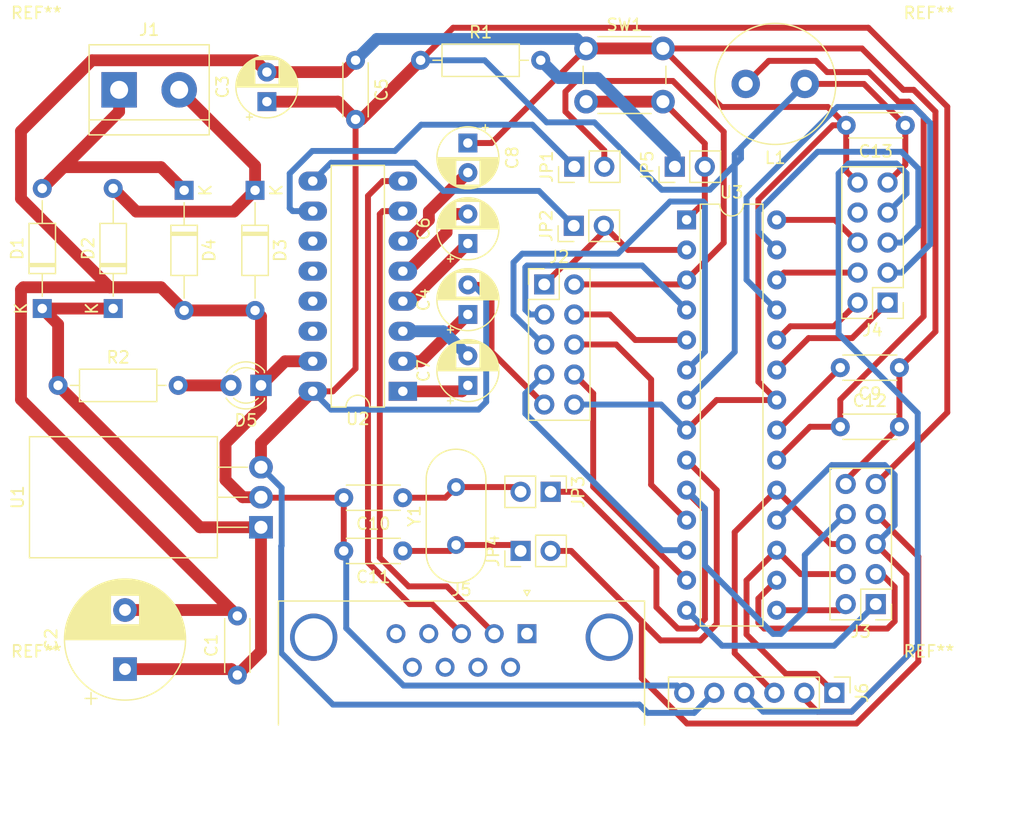
<source format=kicad_pcb>
(kicad_pcb (version 20171130) (host pcbnew "(5.1.9)-1")

  (general
    (thickness 1.6)
    (drawings 4)
    (tracks 353)
    (zones 0)
    (modules 41)
    (nets 58)
  )

  (page A4)
  (layers
    (0 F.Cu signal)
    (31 B.Cu signal)
    (32 B.Adhes user)
    (33 F.Adhes user)
    (34 B.Paste user)
    (35 F.Paste user)
    (36 B.SilkS user)
    (37 F.SilkS user)
    (38 B.Mask user)
    (39 F.Mask user)
    (40 Dwgs.User user)
    (41 Cmts.User user)
    (42 Eco1.User user)
    (43 Eco2.User user)
    (44 Edge.Cuts user)
    (45 Margin user)
    (46 B.CrtYd user)
    (47 F.CrtYd user)
    (48 B.Fab user)
    (49 F.Fab user)
  )

  (setup
    (last_trace_width 0.5)
    (user_trace_width 0.5)
    (user_trace_width 0.8)
    (user_trace_width 1)
    (user_trace_width 1.5)
    (user_trace_width 2)
    (trace_clearance 0.5)
    (zone_clearance 0.508)
    (zone_45_only no)
    (trace_min 0.2)
    (via_size 1.4)
    (via_drill 0.4)
    (via_min_size 0.4)
    (via_min_drill 0.3)
    (uvia_size 0.3)
    (uvia_drill 0.1)
    (uvias_allowed no)
    (uvia_min_size 0.2)
    (uvia_min_drill 0.1)
    (edge_width 0.05)
    (segment_width 0.2)
    (pcb_text_width 0.3)
    (pcb_text_size 1.5 1.5)
    (mod_edge_width 0.12)
    (mod_text_size 1 1)
    (mod_text_width 0.15)
    (pad_size 1.524 1.524)
    (pad_drill 0.762)
    (pad_to_mask_clearance 0)
    (aux_axis_origin 0 0)
    (visible_elements 7FFFFFFF)
    (pcbplotparams
      (layerselection 0x010fc_ffffffff)
      (usegerberextensions false)
      (usegerberattributes true)
      (usegerberadvancedattributes true)
      (creategerberjobfile true)
      (excludeedgelayer true)
      (linewidth 0.100000)
      (plotframeref false)
      (viasonmask false)
      (mode 1)
      (useauxorigin false)
      (hpglpennumber 1)
      (hpglpenspeed 20)
      (hpglpendiameter 15.000000)
      (psnegative false)
      (psa4output false)
      (plotreference true)
      (plotvalue true)
      (plotinvisibletext false)
      (padsonsilk false)
      (subtractmaskfromsilk false)
      (outputformat 1)
      (mirror false)
      (drillshape 1)
      (scaleselection 1)
      (outputdirectory ""))
  )

  (net 0 "")
  (net 1 GND)
  (net 2 "Net-(C1-Pad1)")
  (net 3 5V)
  (net 4 "Net-(C4-Pad1)")
  (net 5 "Net-(C6-Pad2)")
  (net 6 "Net-(C6-Pad1)")
  (net 7 "Net-(C7-Pad2)")
  (net 8 "Net-(C7-Pad1)")
  (net 9 "Net-(C8-Pad2)")
  (net 10 "Net-(C9-Pad2)")
  (net 11 "Net-(C10-Pad1)")
  (net 12 "Net-(C11-Pad1)")
  (net 13 "Net-(C12-Pad1)")
  (net 14 "Net-(D1-Pad2)")
  (net 15 "Net-(D2-Pad2)")
  (net 16 "Net-(D5-Pad2)")
  (net 17 PD0)
  (net 18 PD1)
  (net 19 PD2)
  (net 20 PD3)
  (net 21 PD4)
  (net 22 PD5)
  (net 23 PD6)
  (net 24 PD7)
  (net 25 PB0)
  (net 26 PB1)
  (net 27 PB2)
  (net 28 PB3)
  (net 29 PB4)
  (net 30 PB5)
  (net 31 PB6)
  (net 32 PB7)
  (net 33 "Net-(J4-Pad8)")
  (net 34 PC6)
  (net 35 PC5)
  (net 36 PC4)
  (net 37 PC3)
  (net 38 PC2)
  (net 39 PC1)
  (net 40 PC0)
  (net 41 "Net-(J5-Pad1)")
  (net 42 "Net-(J5-Pad2)")
  (net 43 "Net-(J5-Pad3)")
  (net 44 "Net-(J5-Pad4)")
  (net 45 "Net-(J5-Pad5)")
  (net 46 "Net-(J5-Pad6)")
  (net 47 "Net-(J5-Pad7)")
  (net 48 "Net-(J5-Pad8)")
  (net 49 "Net-(J5-Pad9)")
  (net 50 "Net-(JP1-Pad1)")
  (net 51 "Net-(JP2-Pad1)")
  (net 52 "Net-(JP5-Pad1)")
  (net 53 "Net-(JP5-Pad2)")
  (net 54 "Net-(U2-Pad11)")
  (net 55 "Net-(U2-Pad12)")
  (net 56 "Net-(U2-Pad13)")
  (net 57 "Net-(U2-Pad14)")

  (net_class Default "This is the default net class."
    (clearance 0.5)
    (trace_width 0.2)
    (via_dia 1.4)
    (via_drill 0.4)
    (uvia_dia 0.3)
    (uvia_drill 0.1)
    (add_net 5V)
    (add_net GND)
    (add_net "Net-(C1-Pad1)")
    (add_net "Net-(C10-Pad1)")
    (add_net "Net-(C11-Pad1)")
    (add_net "Net-(C12-Pad1)")
    (add_net "Net-(C4-Pad1)")
    (add_net "Net-(C6-Pad1)")
    (add_net "Net-(C6-Pad2)")
    (add_net "Net-(C7-Pad1)")
    (add_net "Net-(C7-Pad2)")
    (add_net "Net-(C8-Pad2)")
    (add_net "Net-(C9-Pad2)")
    (add_net "Net-(D1-Pad2)")
    (add_net "Net-(D2-Pad2)")
    (add_net "Net-(D5-Pad2)")
    (add_net "Net-(J4-Pad8)")
    (add_net "Net-(J5-Pad1)")
    (add_net "Net-(J5-Pad2)")
    (add_net "Net-(J5-Pad3)")
    (add_net "Net-(J5-Pad4)")
    (add_net "Net-(J5-Pad5)")
    (add_net "Net-(J5-Pad6)")
    (add_net "Net-(J5-Pad7)")
    (add_net "Net-(J5-Pad8)")
    (add_net "Net-(J5-Pad9)")
    (add_net "Net-(JP1-Pad1)")
    (add_net "Net-(JP2-Pad1)")
    (add_net "Net-(JP5-Pad1)")
    (add_net "Net-(JP5-Pad2)")
    (add_net "Net-(U2-Pad11)")
    (add_net "Net-(U2-Pad12)")
    (add_net "Net-(U2-Pad13)")
    (add_net "Net-(U2-Pad14)")
    (add_net PB0)
    (add_net PB1)
    (add_net PB2)
    (add_net PB3)
    (add_net PB4)
    (add_net PB5)
    (add_net PB6)
    (add_net PB7)
    (add_net PC0)
    (add_net PC1)
    (add_net PC2)
    (add_net PC3)
    (add_net PC4)
    (add_net PC5)
    (add_net PC6)
    (add_net PD0)
    (add_net PD1)
    (add_net PD2)
    (add_net PD3)
    (add_net PD4)
    (add_net PD5)
    (add_net PD6)
    (add_net PD7)
  )

  (module MountingHole:MountingHole_2.5mm (layer F.Cu) (tedit 56D1B4CB) (tstamp 6323DA90)
    (at 24 77)
    (descr "Mounting Hole 2.5mm, no annular")
    (tags "mounting hole 2.5mm no annular")
    (attr virtual)
    (fp_text reference REF** (at 0 -3.5) (layer F.SilkS)
      (effects (font (size 1 1) (thickness 0.15)))
    )
    (fp_text value MountingHole_2.5mm (at 0 3.5) (layer F.Fab) hide
      (effects (font (size 1 1) (thickness 0.15)))
    )
    (fp_circle (center 0 0) (end 2.5 0) (layer Cmts.User) (width 0.15))
    (fp_circle (center 0 0) (end 2.75 0) (layer F.CrtYd) (width 0.05))
    (fp_text user %R (at 0.3 0) (layer F.Fab)
      (effects (font (size 1 1) (thickness 0.15)))
    )
    (pad 1 np_thru_hole circle (at 0 0) (size 2.5 2.5) (drill 2.5) (layers *.Cu *.Mask))
  )

  (module MountingHole:MountingHole_2.5mm (layer F.Cu) (tedit 56D1B4CB) (tstamp 6323DD3A)
    (at 99.5 77)
    (descr "Mounting Hole 2.5mm, no annular")
    (tags "mounting hole 2.5mm no annular")
    (attr virtual)
    (fp_text reference REF** (at 0 -3.5) (layer F.SilkS)
      (effects (font (size 1 1) (thickness 0.15)))
    )
    (fp_text value MountingHole_2.5mm (at 0 3.5) (layer F.Fab) hide
      (effects (font (size 1 1) (thickness 0.15)))
    )
    (fp_circle (center 0 0) (end 2.5 0) (layer Cmts.User) (width 0.15))
    (fp_circle (center 0 0) (end 2.75 0) (layer F.CrtYd) (width 0.05))
    (fp_text user %R (at 0.3 0) (layer F.Fab)
      (effects (font (size 1 1) (thickness 0.15)))
    )
    (pad 1 np_thru_hole circle (at 0 0) (size 2.5 2.5) (drill 2.5) (layers *.Cu *.Mask))
  )

  (module MountingHole:MountingHole_2.5mm (layer F.Cu) (tedit 56D1B4CB) (tstamp 6323E8C8)
    (at 99.5 23)
    (descr "Mounting Hole 2.5mm, no annular")
    (tags "mounting hole 2.5mm no annular")
    (attr virtual)
    (fp_text reference REF** (at 0 -3.5) (layer F.SilkS)
      (effects (font (size 1 1) (thickness 0.15)))
    )
    (fp_text value MountingHole_2.5mm (at 0 3.5) (layer F.Fab)
      (effects (font (size 1 1) (thickness 0.15)))
    )
    (fp_circle (center 0 0) (end 2.5 0) (layer Cmts.User) (width 0.15))
    (fp_circle (center 0 0) (end 2.75 0) (layer F.CrtYd) (width 0.05))
    (fp_text user %R (at 0.3 0) (layer F.Fab)
      (effects (font (size 1 1) (thickness 0.15)))
    )
    (pad 1 np_thru_hole circle (at 0 0) (size 2.5 2.5) (drill 2.5) (layers *.Cu *.Mask))
  )

  (module MountingHole:MountingHole_2.5mm (layer F.Cu) (tedit 56D1B4CB) (tstamp 63236483)
    (at 24 23)
    (descr "Mounting Hole 2.5mm, no annular")
    (tags "mounting hole 2.5mm no annular")
    (attr virtual)
    (fp_text reference REF** (at 0 -3.5) (layer F.SilkS)
      (effects (font (size 1 1) (thickness 0.15)))
    )
    (fp_text value MountingHole_2.5mm (at 0 3.5) (layer F.Fab) hide
      (effects (font (size 1 1) (thickness 0.15)))
    )
    (fp_circle (center 0 0) (end 2.5 0) (layer Cmts.User) (width 0.15))
    (fp_circle (center 0 0) (end 2.75 0) (layer F.CrtYd) (width 0.05))
    (fp_text user %R (at 0.3 0) (layer F.Fab)
      (effects (font (size 1 1) (thickness 0.15)))
    )
    (pad 1 np_thru_hole circle (at 0 0) (size 2.5 2.5) (drill 2.5) (layers *.Cu *.Mask))
  )

  (module Capacitor_THT:C_Disc_D4.3mm_W1.9mm_P5.00mm (layer F.Cu) (tedit 5AE50EF0) (tstamp 63237255)
    (at 41 75.5 90)
    (descr "C, Disc series, Radial, pin pitch=5.00mm, , diameter*width=4.3*1.9mm^2, Capacitor, http://www.vishay.com/docs/45233/krseries.pdf")
    (tags "C Disc series Radial pin pitch 5.00mm  diameter 4.3mm width 1.9mm Capacitor")
    (path /6345D653)
    (fp_text reference C1 (at 2.5 -2.2 90) (layer F.SilkS)
      (effects (font (size 1 1) (thickness 0.15)))
    )
    (fp_text value 0.1uF (at 2.5 2.2 90) (layer F.Fab)
      (effects (font (size 1 1) (thickness 0.15)))
    )
    (fp_line (start 6.05 -1.2) (end -1.05 -1.2) (layer F.CrtYd) (width 0.05))
    (fp_line (start 6.05 1.2) (end 6.05 -1.2) (layer F.CrtYd) (width 0.05))
    (fp_line (start -1.05 1.2) (end 6.05 1.2) (layer F.CrtYd) (width 0.05))
    (fp_line (start -1.05 -1.2) (end -1.05 1.2) (layer F.CrtYd) (width 0.05))
    (fp_line (start 4.77 1.055) (end 4.77 1.07) (layer F.SilkS) (width 0.12))
    (fp_line (start 4.77 -1.07) (end 4.77 -1.055) (layer F.SilkS) (width 0.12))
    (fp_line (start 0.23 1.055) (end 0.23 1.07) (layer F.SilkS) (width 0.12))
    (fp_line (start 0.23 -1.07) (end 0.23 -1.055) (layer F.SilkS) (width 0.12))
    (fp_line (start 0.23 1.07) (end 4.77 1.07) (layer F.SilkS) (width 0.12))
    (fp_line (start 0.23 -1.07) (end 4.77 -1.07) (layer F.SilkS) (width 0.12))
    (fp_line (start 4.65 -0.95) (end 0.35 -0.95) (layer F.Fab) (width 0.1))
    (fp_line (start 4.65 0.95) (end 4.65 -0.95) (layer F.Fab) (width 0.1))
    (fp_line (start 0.35 0.95) (end 4.65 0.95) (layer F.Fab) (width 0.1))
    (fp_line (start 0.35 -0.95) (end 0.35 0.95) (layer F.Fab) (width 0.1))
    (fp_text user %R (at 2.5 0 90) (layer F.Fab)
      (effects (font (size 0.86 0.86) (thickness 0.129)))
    )
    (pad 2 thru_hole circle (at 5 0 90) (size 1.6 1.6) (drill 0.8) (layers *.Cu *.Mask)
      (net 1 GND))
    (pad 1 thru_hole circle (at 0 0 90) (size 1.6 1.6) (drill 0.8) (layers *.Cu *.Mask)
      (net 2 "Net-(C1-Pad1)"))
    (model ${KISYS3DMOD}/Capacitor_THT.3dshapes/C_Disc_D4.3mm_W1.9mm_P5.00mm.wrl
      (at (xyz 0 0 0))
      (scale (xyz 1 1 1))
      (rotate (xyz 0 0 0))
    )
  )

  (module Capacitor_THT:CP_Radial_D10.0mm_P5.00mm (layer F.Cu) (tedit 5AE50EF1) (tstamp 6323689F)
    (at 31.5 75 90)
    (descr "CP, Radial series, Radial, pin pitch=5.00mm, , diameter=10mm, Electrolytic Capacitor")
    (tags "CP Radial series Radial pin pitch 5.00mm  diameter 10mm Electrolytic Capacitor")
    (path /6321C353)
    (fp_text reference C2 (at 2.5 -6.25 90) (layer F.SilkS)
      (effects (font (size 1 1) (thickness 0.15)))
    )
    (fp_text value 1000uf/25V (at 2.5 6.25 90) (layer F.Fab)
      (effects (font (size 1 1) (thickness 0.15)))
    )
    (fp_circle (center 2.5 0) (end 7.5 0) (layer F.Fab) (width 0.1))
    (fp_circle (center 2.5 0) (end 7.62 0) (layer F.SilkS) (width 0.12))
    (fp_circle (center 2.5 0) (end 7.75 0) (layer F.CrtYd) (width 0.05))
    (fp_line (start -1.788861 -2.1875) (end -0.788861 -2.1875) (layer F.Fab) (width 0.1))
    (fp_line (start -1.288861 -2.6875) (end -1.288861 -1.6875) (layer F.Fab) (width 0.1))
    (fp_line (start 2.5 -5.08) (end 2.5 5.08) (layer F.SilkS) (width 0.12))
    (fp_line (start 2.54 -5.08) (end 2.54 5.08) (layer F.SilkS) (width 0.12))
    (fp_line (start 2.58 -5.08) (end 2.58 5.08) (layer F.SilkS) (width 0.12))
    (fp_line (start 2.62 -5.079) (end 2.62 5.079) (layer F.SilkS) (width 0.12))
    (fp_line (start 2.66 -5.078) (end 2.66 5.078) (layer F.SilkS) (width 0.12))
    (fp_line (start 2.7 -5.077) (end 2.7 5.077) (layer F.SilkS) (width 0.12))
    (fp_line (start 2.74 -5.075) (end 2.74 5.075) (layer F.SilkS) (width 0.12))
    (fp_line (start 2.78 -5.073) (end 2.78 5.073) (layer F.SilkS) (width 0.12))
    (fp_line (start 2.82 -5.07) (end 2.82 5.07) (layer F.SilkS) (width 0.12))
    (fp_line (start 2.86 -5.068) (end 2.86 5.068) (layer F.SilkS) (width 0.12))
    (fp_line (start 2.9 -5.065) (end 2.9 5.065) (layer F.SilkS) (width 0.12))
    (fp_line (start 2.94 -5.062) (end 2.94 5.062) (layer F.SilkS) (width 0.12))
    (fp_line (start 2.98 -5.058) (end 2.98 5.058) (layer F.SilkS) (width 0.12))
    (fp_line (start 3.02 -5.054) (end 3.02 5.054) (layer F.SilkS) (width 0.12))
    (fp_line (start 3.06 -5.05) (end 3.06 5.05) (layer F.SilkS) (width 0.12))
    (fp_line (start 3.1 -5.045) (end 3.1 5.045) (layer F.SilkS) (width 0.12))
    (fp_line (start 3.14 -5.04) (end 3.14 5.04) (layer F.SilkS) (width 0.12))
    (fp_line (start 3.18 -5.035) (end 3.18 5.035) (layer F.SilkS) (width 0.12))
    (fp_line (start 3.221 -5.03) (end 3.221 5.03) (layer F.SilkS) (width 0.12))
    (fp_line (start 3.261 -5.024) (end 3.261 5.024) (layer F.SilkS) (width 0.12))
    (fp_line (start 3.301 -5.018) (end 3.301 5.018) (layer F.SilkS) (width 0.12))
    (fp_line (start 3.341 -5.011) (end 3.341 5.011) (layer F.SilkS) (width 0.12))
    (fp_line (start 3.381 -5.004) (end 3.381 5.004) (layer F.SilkS) (width 0.12))
    (fp_line (start 3.421 -4.997) (end 3.421 4.997) (layer F.SilkS) (width 0.12))
    (fp_line (start 3.461 -4.99) (end 3.461 4.99) (layer F.SilkS) (width 0.12))
    (fp_line (start 3.501 -4.982) (end 3.501 4.982) (layer F.SilkS) (width 0.12))
    (fp_line (start 3.541 -4.974) (end 3.541 4.974) (layer F.SilkS) (width 0.12))
    (fp_line (start 3.581 -4.965) (end 3.581 4.965) (layer F.SilkS) (width 0.12))
    (fp_line (start 3.621 -4.956) (end 3.621 4.956) (layer F.SilkS) (width 0.12))
    (fp_line (start 3.661 -4.947) (end 3.661 4.947) (layer F.SilkS) (width 0.12))
    (fp_line (start 3.701 -4.938) (end 3.701 4.938) (layer F.SilkS) (width 0.12))
    (fp_line (start 3.741 -4.928) (end 3.741 4.928) (layer F.SilkS) (width 0.12))
    (fp_line (start 3.781 -4.918) (end 3.781 -1.241) (layer F.SilkS) (width 0.12))
    (fp_line (start 3.781 1.241) (end 3.781 4.918) (layer F.SilkS) (width 0.12))
    (fp_line (start 3.821 -4.907) (end 3.821 -1.241) (layer F.SilkS) (width 0.12))
    (fp_line (start 3.821 1.241) (end 3.821 4.907) (layer F.SilkS) (width 0.12))
    (fp_line (start 3.861 -4.897) (end 3.861 -1.241) (layer F.SilkS) (width 0.12))
    (fp_line (start 3.861 1.241) (end 3.861 4.897) (layer F.SilkS) (width 0.12))
    (fp_line (start 3.901 -4.885) (end 3.901 -1.241) (layer F.SilkS) (width 0.12))
    (fp_line (start 3.901 1.241) (end 3.901 4.885) (layer F.SilkS) (width 0.12))
    (fp_line (start 3.941 -4.874) (end 3.941 -1.241) (layer F.SilkS) (width 0.12))
    (fp_line (start 3.941 1.241) (end 3.941 4.874) (layer F.SilkS) (width 0.12))
    (fp_line (start 3.981 -4.862) (end 3.981 -1.241) (layer F.SilkS) (width 0.12))
    (fp_line (start 3.981 1.241) (end 3.981 4.862) (layer F.SilkS) (width 0.12))
    (fp_line (start 4.021 -4.85) (end 4.021 -1.241) (layer F.SilkS) (width 0.12))
    (fp_line (start 4.021 1.241) (end 4.021 4.85) (layer F.SilkS) (width 0.12))
    (fp_line (start 4.061 -4.837) (end 4.061 -1.241) (layer F.SilkS) (width 0.12))
    (fp_line (start 4.061 1.241) (end 4.061 4.837) (layer F.SilkS) (width 0.12))
    (fp_line (start 4.101 -4.824) (end 4.101 -1.241) (layer F.SilkS) (width 0.12))
    (fp_line (start 4.101 1.241) (end 4.101 4.824) (layer F.SilkS) (width 0.12))
    (fp_line (start 4.141 -4.811) (end 4.141 -1.241) (layer F.SilkS) (width 0.12))
    (fp_line (start 4.141 1.241) (end 4.141 4.811) (layer F.SilkS) (width 0.12))
    (fp_line (start 4.181 -4.797) (end 4.181 -1.241) (layer F.SilkS) (width 0.12))
    (fp_line (start 4.181 1.241) (end 4.181 4.797) (layer F.SilkS) (width 0.12))
    (fp_line (start 4.221 -4.783) (end 4.221 -1.241) (layer F.SilkS) (width 0.12))
    (fp_line (start 4.221 1.241) (end 4.221 4.783) (layer F.SilkS) (width 0.12))
    (fp_line (start 4.261 -4.768) (end 4.261 -1.241) (layer F.SilkS) (width 0.12))
    (fp_line (start 4.261 1.241) (end 4.261 4.768) (layer F.SilkS) (width 0.12))
    (fp_line (start 4.301 -4.754) (end 4.301 -1.241) (layer F.SilkS) (width 0.12))
    (fp_line (start 4.301 1.241) (end 4.301 4.754) (layer F.SilkS) (width 0.12))
    (fp_line (start 4.341 -4.738) (end 4.341 -1.241) (layer F.SilkS) (width 0.12))
    (fp_line (start 4.341 1.241) (end 4.341 4.738) (layer F.SilkS) (width 0.12))
    (fp_line (start 4.381 -4.723) (end 4.381 -1.241) (layer F.SilkS) (width 0.12))
    (fp_line (start 4.381 1.241) (end 4.381 4.723) (layer F.SilkS) (width 0.12))
    (fp_line (start 4.421 -4.707) (end 4.421 -1.241) (layer F.SilkS) (width 0.12))
    (fp_line (start 4.421 1.241) (end 4.421 4.707) (layer F.SilkS) (width 0.12))
    (fp_line (start 4.461 -4.69) (end 4.461 -1.241) (layer F.SilkS) (width 0.12))
    (fp_line (start 4.461 1.241) (end 4.461 4.69) (layer F.SilkS) (width 0.12))
    (fp_line (start 4.501 -4.674) (end 4.501 -1.241) (layer F.SilkS) (width 0.12))
    (fp_line (start 4.501 1.241) (end 4.501 4.674) (layer F.SilkS) (width 0.12))
    (fp_line (start 4.541 -4.657) (end 4.541 -1.241) (layer F.SilkS) (width 0.12))
    (fp_line (start 4.541 1.241) (end 4.541 4.657) (layer F.SilkS) (width 0.12))
    (fp_line (start 4.581 -4.639) (end 4.581 -1.241) (layer F.SilkS) (width 0.12))
    (fp_line (start 4.581 1.241) (end 4.581 4.639) (layer F.SilkS) (width 0.12))
    (fp_line (start 4.621 -4.621) (end 4.621 -1.241) (layer F.SilkS) (width 0.12))
    (fp_line (start 4.621 1.241) (end 4.621 4.621) (layer F.SilkS) (width 0.12))
    (fp_line (start 4.661 -4.603) (end 4.661 -1.241) (layer F.SilkS) (width 0.12))
    (fp_line (start 4.661 1.241) (end 4.661 4.603) (layer F.SilkS) (width 0.12))
    (fp_line (start 4.701 -4.584) (end 4.701 -1.241) (layer F.SilkS) (width 0.12))
    (fp_line (start 4.701 1.241) (end 4.701 4.584) (layer F.SilkS) (width 0.12))
    (fp_line (start 4.741 -4.564) (end 4.741 -1.241) (layer F.SilkS) (width 0.12))
    (fp_line (start 4.741 1.241) (end 4.741 4.564) (layer F.SilkS) (width 0.12))
    (fp_line (start 4.781 -4.545) (end 4.781 -1.241) (layer F.SilkS) (width 0.12))
    (fp_line (start 4.781 1.241) (end 4.781 4.545) (layer F.SilkS) (width 0.12))
    (fp_line (start 4.821 -4.525) (end 4.821 -1.241) (layer F.SilkS) (width 0.12))
    (fp_line (start 4.821 1.241) (end 4.821 4.525) (layer F.SilkS) (width 0.12))
    (fp_line (start 4.861 -4.504) (end 4.861 -1.241) (layer F.SilkS) (width 0.12))
    (fp_line (start 4.861 1.241) (end 4.861 4.504) (layer F.SilkS) (width 0.12))
    (fp_line (start 4.901 -4.483) (end 4.901 -1.241) (layer F.SilkS) (width 0.12))
    (fp_line (start 4.901 1.241) (end 4.901 4.483) (layer F.SilkS) (width 0.12))
    (fp_line (start 4.941 -4.462) (end 4.941 -1.241) (layer F.SilkS) (width 0.12))
    (fp_line (start 4.941 1.241) (end 4.941 4.462) (layer F.SilkS) (width 0.12))
    (fp_line (start 4.981 -4.44) (end 4.981 -1.241) (layer F.SilkS) (width 0.12))
    (fp_line (start 4.981 1.241) (end 4.981 4.44) (layer F.SilkS) (width 0.12))
    (fp_line (start 5.021 -4.417) (end 5.021 -1.241) (layer F.SilkS) (width 0.12))
    (fp_line (start 5.021 1.241) (end 5.021 4.417) (layer F.SilkS) (width 0.12))
    (fp_line (start 5.061 -4.395) (end 5.061 -1.241) (layer F.SilkS) (width 0.12))
    (fp_line (start 5.061 1.241) (end 5.061 4.395) (layer F.SilkS) (width 0.12))
    (fp_line (start 5.101 -4.371) (end 5.101 -1.241) (layer F.SilkS) (width 0.12))
    (fp_line (start 5.101 1.241) (end 5.101 4.371) (layer F.SilkS) (width 0.12))
    (fp_line (start 5.141 -4.347) (end 5.141 -1.241) (layer F.SilkS) (width 0.12))
    (fp_line (start 5.141 1.241) (end 5.141 4.347) (layer F.SilkS) (width 0.12))
    (fp_line (start 5.181 -4.323) (end 5.181 -1.241) (layer F.SilkS) (width 0.12))
    (fp_line (start 5.181 1.241) (end 5.181 4.323) (layer F.SilkS) (width 0.12))
    (fp_line (start 5.221 -4.298) (end 5.221 -1.241) (layer F.SilkS) (width 0.12))
    (fp_line (start 5.221 1.241) (end 5.221 4.298) (layer F.SilkS) (width 0.12))
    (fp_line (start 5.261 -4.273) (end 5.261 -1.241) (layer F.SilkS) (width 0.12))
    (fp_line (start 5.261 1.241) (end 5.261 4.273) (layer F.SilkS) (width 0.12))
    (fp_line (start 5.301 -4.247) (end 5.301 -1.241) (layer F.SilkS) (width 0.12))
    (fp_line (start 5.301 1.241) (end 5.301 4.247) (layer F.SilkS) (width 0.12))
    (fp_line (start 5.341 -4.221) (end 5.341 -1.241) (layer F.SilkS) (width 0.12))
    (fp_line (start 5.341 1.241) (end 5.341 4.221) (layer F.SilkS) (width 0.12))
    (fp_line (start 5.381 -4.194) (end 5.381 -1.241) (layer F.SilkS) (width 0.12))
    (fp_line (start 5.381 1.241) (end 5.381 4.194) (layer F.SilkS) (width 0.12))
    (fp_line (start 5.421 -4.166) (end 5.421 -1.241) (layer F.SilkS) (width 0.12))
    (fp_line (start 5.421 1.241) (end 5.421 4.166) (layer F.SilkS) (width 0.12))
    (fp_line (start 5.461 -4.138) (end 5.461 -1.241) (layer F.SilkS) (width 0.12))
    (fp_line (start 5.461 1.241) (end 5.461 4.138) (layer F.SilkS) (width 0.12))
    (fp_line (start 5.501 -4.11) (end 5.501 -1.241) (layer F.SilkS) (width 0.12))
    (fp_line (start 5.501 1.241) (end 5.501 4.11) (layer F.SilkS) (width 0.12))
    (fp_line (start 5.541 -4.08) (end 5.541 -1.241) (layer F.SilkS) (width 0.12))
    (fp_line (start 5.541 1.241) (end 5.541 4.08) (layer F.SilkS) (width 0.12))
    (fp_line (start 5.581 -4.05) (end 5.581 -1.241) (layer F.SilkS) (width 0.12))
    (fp_line (start 5.581 1.241) (end 5.581 4.05) (layer F.SilkS) (width 0.12))
    (fp_line (start 5.621 -4.02) (end 5.621 -1.241) (layer F.SilkS) (width 0.12))
    (fp_line (start 5.621 1.241) (end 5.621 4.02) (layer F.SilkS) (width 0.12))
    (fp_line (start 5.661 -3.989) (end 5.661 -1.241) (layer F.SilkS) (width 0.12))
    (fp_line (start 5.661 1.241) (end 5.661 3.989) (layer F.SilkS) (width 0.12))
    (fp_line (start 5.701 -3.957) (end 5.701 -1.241) (layer F.SilkS) (width 0.12))
    (fp_line (start 5.701 1.241) (end 5.701 3.957) (layer F.SilkS) (width 0.12))
    (fp_line (start 5.741 -3.925) (end 5.741 -1.241) (layer F.SilkS) (width 0.12))
    (fp_line (start 5.741 1.241) (end 5.741 3.925) (layer F.SilkS) (width 0.12))
    (fp_line (start 5.781 -3.892) (end 5.781 -1.241) (layer F.SilkS) (width 0.12))
    (fp_line (start 5.781 1.241) (end 5.781 3.892) (layer F.SilkS) (width 0.12))
    (fp_line (start 5.821 -3.858) (end 5.821 -1.241) (layer F.SilkS) (width 0.12))
    (fp_line (start 5.821 1.241) (end 5.821 3.858) (layer F.SilkS) (width 0.12))
    (fp_line (start 5.861 -3.824) (end 5.861 -1.241) (layer F.SilkS) (width 0.12))
    (fp_line (start 5.861 1.241) (end 5.861 3.824) (layer F.SilkS) (width 0.12))
    (fp_line (start 5.901 -3.789) (end 5.901 -1.241) (layer F.SilkS) (width 0.12))
    (fp_line (start 5.901 1.241) (end 5.901 3.789) (layer F.SilkS) (width 0.12))
    (fp_line (start 5.941 -3.753) (end 5.941 -1.241) (layer F.SilkS) (width 0.12))
    (fp_line (start 5.941 1.241) (end 5.941 3.753) (layer F.SilkS) (width 0.12))
    (fp_line (start 5.981 -3.716) (end 5.981 -1.241) (layer F.SilkS) (width 0.12))
    (fp_line (start 5.981 1.241) (end 5.981 3.716) (layer F.SilkS) (width 0.12))
    (fp_line (start 6.021 -3.679) (end 6.021 -1.241) (layer F.SilkS) (width 0.12))
    (fp_line (start 6.021 1.241) (end 6.021 3.679) (layer F.SilkS) (width 0.12))
    (fp_line (start 6.061 -3.64) (end 6.061 -1.241) (layer F.SilkS) (width 0.12))
    (fp_line (start 6.061 1.241) (end 6.061 3.64) (layer F.SilkS) (width 0.12))
    (fp_line (start 6.101 -3.601) (end 6.101 -1.241) (layer F.SilkS) (width 0.12))
    (fp_line (start 6.101 1.241) (end 6.101 3.601) (layer F.SilkS) (width 0.12))
    (fp_line (start 6.141 -3.561) (end 6.141 -1.241) (layer F.SilkS) (width 0.12))
    (fp_line (start 6.141 1.241) (end 6.141 3.561) (layer F.SilkS) (width 0.12))
    (fp_line (start 6.181 -3.52) (end 6.181 -1.241) (layer F.SilkS) (width 0.12))
    (fp_line (start 6.181 1.241) (end 6.181 3.52) (layer F.SilkS) (width 0.12))
    (fp_line (start 6.221 -3.478) (end 6.221 -1.241) (layer F.SilkS) (width 0.12))
    (fp_line (start 6.221 1.241) (end 6.221 3.478) (layer F.SilkS) (width 0.12))
    (fp_line (start 6.261 -3.436) (end 6.261 3.436) (layer F.SilkS) (width 0.12))
    (fp_line (start 6.301 -3.392) (end 6.301 3.392) (layer F.SilkS) (width 0.12))
    (fp_line (start 6.341 -3.347) (end 6.341 3.347) (layer F.SilkS) (width 0.12))
    (fp_line (start 6.381 -3.301) (end 6.381 3.301) (layer F.SilkS) (width 0.12))
    (fp_line (start 6.421 -3.254) (end 6.421 3.254) (layer F.SilkS) (width 0.12))
    (fp_line (start 6.461 -3.206) (end 6.461 3.206) (layer F.SilkS) (width 0.12))
    (fp_line (start 6.501 -3.156) (end 6.501 3.156) (layer F.SilkS) (width 0.12))
    (fp_line (start 6.541 -3.106) (end 6.541 3.106) (layer F.SilkS) (width 0.12))
    (fp_line (start 6.581 -3.054) (end 6.581 3.054) (layer F.SilkS) (width 0.12))
    (fp_line (start 6.621 -3) (end 6.621 3) (layer F.SilkS) (width 0.12))
    (fp_line (start 6.661 -2.945) (end 6.661 2.945) (layer F.SilkS) (width 0.12))
    (fp_line (start 6.701 -2.889) (end 6.701 2.889) (layer F.SilkS) (width 0.12))
    (fp_line (start 6.741 -2.83) (end 6.741 2.83) (layer F.SilkS) (width 0.12))
    (fp_line (start 6.781 -2.77) (end 6.781 2.77) (layer F.SilkS) (width 0.12))
    (fp_line (start 6.821 -2.709) (end 6.821 2.709) (layer F.SilkS) (width 0.12))
    (fp_line (start 6.861 -2.645) (end 6.861 2.645) (layer F.SilkS) (width 0.12))
    (fp_line (start 6.901 -2.579) (end 6.901 2.579) (layer F.SilkS) (width 0.12))
    (fp_line (start 6.941 -2.51) (end 6.941 2.51) (layer F.SilkS) (width 0.12))
    (fp_line (start 6.981 -2.439) (end 6.981 2.439) (layer F.SilkS) (width 0.12))
    (fp_line (start 7.021 -2.365) (end 7.021 2.365) (layer F.SilkS) (width 0.12))
    (fp_line (start 7.061 -2.289) (end 7.061 2.289) (layer F.SilkS) (width 0.12))
    (fp_line (start 7.101 -2.209) (end 7.101 2.209) (layer F.SilkS) (width 0.12))
    (fp_line (start 7.141 -2.125) (end 7.141 2.125) (layer F.SilkS) (width 0.12))
    (fp_line (start 7.181 -2.037) (end 7.181 2.037) (layer F.SilkS) (width 0.12))
    (fp_line (start 7.221 -1.944) (end 7.221 1.944) (layer F.SilkS) (width 0.12))
    (fp_line (start 7.261 -1.846) (end 7.261 1.846) (layer F.SilkS) (width 0.12))
    (fp_line (start 7.301 -1.742) (end 7.301 1.742) (layer F.SilkS) (width 0.12))
    (fp_line (start 7.341 -1.63) (end 7.341 1.63) (layer F.SilkS) (width 0.12))
    (fp_line (start 7.381 -1.51) (end 7.381 1.51) (layer F.SilkS) (width 0.12))
    (fp_line (start 7.421 -1.378) (end 7.421 1.378) (layer F.SilkS) (width 0.12))
    (fp_line (start 7.461 -1.23) (end 7.461 1.23) (layer F.SilkS) (width 0.12))
    (fp_line (start 7.501 -1.062) (end 7.501 1.062) (layer F.SilkS) (width 0.12))
    (fp_line (start 7.541 -0.862) (end 7.541 0.862) (layer F.SilkS) (width 0.12))
    (fp_line (start 7.581 -0.599) (end 7.581 0.599) (layer F.SilkS) (width 0.12))
    (fp_line (start -2.979646 -2.875) (end -1.979646 -2.875) (layer F.SilkS) (width 0.12))
    (fp_line (start -2.479646 -3.375) (end -2.479646 -2.375) (layer F.SilkS) (width 0.12))
    (fp_text user %R (at 2.5 0 90) (layer F.Fab)
      (effects (font (size 1 1) (thickness 0.15)))
    )
    (pad 1 thru_hole rect (at 0 0 90) (size 2 2) (drill 1) (layers *.Cu *.Mask)
      (net 2 "Net-(C1-Pad1)"))
    (pad 2 thru_hole circle (at 5 0 90) (size 2 2) (drill 1) (layers *.Cu *.Mask)
      (net 1 GND))
    (model ${KISYS3DMOD}/Capacitor_THT.3dshapes/CP_Radial_D10.0mm_P5.00mm.wrl
      (at (xyz 0 0 0))
      (scale (xyz 1 1 1))
      (rotate (xyz 0 0 0))
    )
  )

  (module Capacitor_THT:CP_Radial_D5.0mm_P2.50mm (layer F.Cu) (tedit 5AE50EF0) (tstamp 632387FD)
    (at 43.5 27 90)
    (descr "CP, Radial series, Radial, pin pitch=2.50mm, , diameter=5mm, Electrolytic Capacitor")
    (tags "CP Radial series Radial pin pitch 2.50mm  diameter 5mm Electrolytic Capacitor")
    (path /63224D60)
    (fp_text reference C3 (at 1.25 -3.75 90) (layer F.SilkS)
      (effects (font (size 1 1) (thickness 0.15)))
    )
    (fp_text value 100uF (at 1.25 3.75 90) (layer F.Fab)
      (effects (font (size 1 1) (thickness 0.15)))
    )
    (fp_circle (center 1.25 0) (end 3.75 0) (layer F.Fab) (width 0.1))
    (fp_circle (center 1.25 0) (end 3.87 0) (layer F.SilkS) (width 0.12))
    (fp_circle (center 1.25 0) (end 4 0) (layer F.CrtYd) (width 0.05))
    (fp_line (start -0.883605 -1.0875) (end -0.383605 -1.0875) (layer F.Fab) (width 0.1))
    (fp_line (start -0.633605 -1.3375) (end -0.633605 -0.8375) (layer F.Fab) (width 0.1))
    (fp_line (start 1.25 -2.58) (end 1.25 2.58) (layer F.SilkS) (width 0.12))
    (fp_line (start 1.29 -2.58) (end 1.29 2.58) (layer F.SilkS) (width 0.12))
    (fp_line (start 1.33 -2.579) (end 1.33 2.579) (layer F.SilkS) (width 0.12))
    (fp_line (start 1.37 -2.578) (end 1.37 2.578) (layer F.SilkS) (width 0.12))
    (fp_line (start 1.41 -2.576) (end 1.41 2.576) (layer F.SilkS) (width 0.12))
    (fp_line (start 1.45 -2.573) (end 1.45 2.573) (layer F.SilkS) (width 0.12))
    (fp_line (start 1.49 -2.569) (end 1.49 -1.04) (layer F.SilkS) (width 0.12))
    (fp_line (start 1.49 1.04) (end 1.49 2.569) (layer F.SilkS) (width 0.12))
    (fp_line (start 1.53 -2.565) (end 1.53 -1.04) (layer F.SilkS) (width 0.12))
    (fp_line (start 1.53 1.04) (end 1.53 2.565) (layer F.SilkS) (width 0.12))
    (fp_line (start 1.57 -2.561) (end 1.57 -1.04) (layer F.SilkS) (width 0.12))
    (fp_line (start 1.57 1.04) (end 1.57 2.561) (layer F.SilkS) (width 0.12))
    (fp_line (start 1.61 -2.556) (end 1.61 -1.04) (layer F.SilkS) (width 0.12))
    (fp_line (start 1.61 1.04) (end 1.61 2.556) (layer F.SilkS) (width 0.12))
    (fp_line (start 1.65 -2.55) (end 1.65 -1.04) (layer F.SilkS) (width 0.12))
    (fp_line (start 1.65 1.04) (end 1.65 2.55) (layer F.SilkS) (width 0.12))
    (fp_line (start 1.69 -2.543) (end 1.69 -1.04) (layer F.SilkS) (width 0.12))
    (fp_line (start 1.69 1.04) (end 1.69 2.543) (layer F.SilkS) (width 0.12))
    (fp_line (start 1.73 -2.536) (end 1.73 -1.04) (layer F.SilkS) (width 0.12))
    (fp_line (start 1.73 1.04) (end 1.73 2.536) (layer F.SilkS) (width 0.12))
    (fp_line (start 1.77 -2.528) (end 1.77 -1.04) (layer F.SilkS) (width 0.12))
    (fp_line (start 1.77 1.04) (end 1.77 2.528) (layer F.SilkS) (width 0.12))
    (fp_line (start 1.81 -2.52) (end 1.81 -1.04) (layer F.SilkS) (width 0.12))
    (fp_line (start 1.81 1.04) (end 1.81 2.52) (layer F.SilkS) (width 0.12))
    (fp_line (start 1.85 -2.511) (end 1.85 -1.04) (layer F.SilkS) (width 0.12))
    (fp_line (start 1.85 1.04) (end 1.85 2.511) (layer F.SilkS) (width 0.12))
    (fp_line (start 1.89 -2.501) (end 1.89 -1.04) (layer F.SilkS) (width 0.12))
    (fp_line (start 1.89 1.04) (end 1.89 2.501) (layer F.SilkS) (width 0.12))
    (fp_line (start 1.93 -2.491) (end 1.93 -1.04) (layer F.SilkS) (width 0.12))
    (fp_line (start 1.93 1.04) (end 1.93 2.491) (layer F.SilkS) (width 0.12))
    (fp_line (start 1.971 -2.48) (end 1.971 -1.04) (layer F.SilkS) (width 0.12))
    (fp_line (start 1.971 1.04) (end 1.971 2.48) (layer F.SilkS) (width 0.12))
    (fp_line (start 2.011 -2.468) (end 2.011 -1.04) (layer F.SilkS) (width 0.12))
    (fp_line (start 2.011 1.04) (end 2.011 2.468) (layer F.SilkS) (width 0.12))
    (fp_line (start 2.051 -2.455) (end 2.051 -1.04) (layer F.SilkS) (width 0.12))
    (fp_line (start 2.051 1.04) (end 2.051 2.455) (layer F.SilkS) (width 0.12))
    (fp_line (start 2.091 -2.442) (end 2.091 -1.04) (layer F.SilkS) (width 0.12))
    (fp_line (start 2.091 1.04) (end 2.091 2.442) (layer F.SilkS) (width 0.12))
    (fp_line (start 2.131 -2.428) (end 2.131 -1.04) (layer F.SilkS) (width 0.12))
    (fp_line (start 2.131 1.04) (end 2.131 2.428) (layer F.SilkS) (width 0.12))
    (fp_line (start 2.171 -2.414) (end 2.171 -1.04) (layer F.SilkS) (width 0.12))
    (fp_line (start 2.171 1.04) (end 2.171 2.414) (layer F.SilkS) (width 0.12))
    (fp_line (start 2.211 -2.398) (end 2.211 -1.04) (layer F.SilkS) (width 0.12))
    (fp_line (start 2.211 1.04) (end 2.211 2.398) (layer F.SilkS) (width 0.12))
    (fp_line (start 2.251 -2.382) (end 2.251 -1.04) (layer F.SilkS) (width 0.12))
    (fp_line (start 2.251 1.04) (end 2.251 2.382) (layer F.SilkS) (width 0.12))
    (fp_line (start 2.291 -2.365) (end 2.291 -1.04) (layer F.SilkS) (width 0.12))
    (fp_line (start 2.291 1.04) (end 2.291 2.365) (layer F.SilkS) (width 0.12))
    (fp_line (start 2.331 -2.348) (end 2.331 -1.04) (layer F.SilkS) (width 0.12))
    (fp_line (start 2.331 1.04) (end 2.331 2.348) (layer F.SilkS) (width 0.12))
    (fp_line (start 2.371 -2.329) (end 2.371 -1.04) (layer F.SilkS) (width 0.12))
    (fp_line (start 2.371 1.04) (end 2.371 2.329) (layer F.SilkS) (width 0.12))
    (fp_line (start 2.411 -2.31) (end 2.411 -1.04) (layer F.SilkS) (width 0.12))
    (fp_line (start 2.411 1.04) (end 2.411 2.31) (layer F.SilkS) (width 0.12))
    (fp_line (start 2.451 -2.29) (end 2.451 -1.04) (layer F.SilkS) (width 0.12))
    (fp_line (start 2.451 1.04) (end 2.451 2.29) (layer F.SilkS) (width 0.12))
    (fp_line (start 2.491 -2.268) (end 2.491 -1.04) (layer F.SilkS) (width 0.12))
    (fp_line (start 2.491 1.04) (end 2.491 2.268) (layer F.SilkS) (width 0.12))
    (fp_line (start 2.531 -2.247) (end 2.531 -1.04) (layer F.SilkS) (width 0.12))
    (fp_line (start 2.531 1.04) (end 2.531 2.247) (layer F.SilkS) (width 0.12))
    (fp_line (start 2.571 -2.224) (end 2.571 -1.04) (layer F.SilkS) (width 0.12))
    (fp_line (start 2.571 1.04) (end 2.571 2.224) (layer F.SilkS) (width 0.12))
    (fp_line (start 2.611 -2.2) (end 2.611 -1.04) (layer F.SilkS) (width 0.12))
    (fp_line (start 2.611 1.04) (end 2.611 2.2) (layer F.SilkS) (width 0.12))
    (fp_line (start 2.651 -2.175) (end 2.651 -1.04) (layer F.SilkS) (width 0.12))
    (fp_line (start 2.651 1.04) (end 2.651 2.175) (layer F.SilkS) (width 0.12))
    (fp_line (start 2.691 -2.149) (end 2.691 -1.04) (layer F.SilkS) (width 0.12))
    (fp_line (start 2.691 1.04) (end 2.691 2.149) (layer F.SilkS) (width 0.12))
    (fp_line (start 2.731 -2.122) (end 2.731 -1.04) (layer F.SilkS) (width 0.12))
    (fp_line (start 2.731 1.04) (end 2.731 2.122) (layer F.SilkS) (width 0.12))
    (fp_line (start 2.771 -2.095) (end 2.771 -1.04) (layer F.SilkS) (width 0.12))
    (fp_line (start 2.771 1.04) (end 2.771 2.095) (layer F.SilkS) (width 0.12))
    (fp_line (start 2.811 -2.065) (end 2.811 -1.04) (layer F.SilkS) (width 0.12))
    (fp_line (start 2.811 1.04) (end 2.811 2.065) (layer F.SilkS) (width 0.12))
    (fp_line (start 2.851 -2.035) (end 2.851 -1.04) (layer F.SilkS) (width 0.12))
    (fp_line (start 2.851 1.04) (end 2.851 2.035) (layer F.SilkS) (width 0.12))
    (fp_line (start 2.891 -2.004) (end 2.891 -1.04) (layer F.SilkS) (width 0.12))
    (fp_line (start 2.891 1.04) (end 2.891 2.004) (layer F.SilkS) (width 0.12))
    (fp_line (start 2.931 -1.971) (end 2.931 -1.04) (layer F.SilkS) (width 0.12))
    (fp_line (start 2.931 1.04) (end 2.931 1.971) (layer F.SilkS) (width 0.12))
    (fp_line (start 2.971 -1.937) (end 2.971 -1.04) (layer F.SilkS) (width 0.12))
    (fp_line (start 2.971 1.04) (end 2.971 1.937) (layer F.SilkS) (width 0.12))
    (fp_line (start 3.011 -1.901) (end 3.011 -1.04) (layer F.SilkS) (width 0.12))
    (fp_line (start 3.011 1.04) (end 3.011 1.901) (layer F.SilkS) (width 0.12))
    (fp_line (start 3.051 -1.864) (end 3.051 -1.04) (layer F.SilkS) (width 0.12))
    (fp_line (start 3.051 1.04) (end 3.051 1.864) (layer F.SilkS) (width 0.12))
    (fp_line (start 3.091 -1.826) (end 3.091 -1.04) (layer F.SilkS) (width 0.12))
    (fp_line (start 3.091 1.04) (end 3.091 1.826) (layer F.SilkS) (width 0.12))
    (fp_line (start 3.131 -1.785) (end 3.131 -1.04) (layer F.SilkS) (width 0.12))
    (fp_line (start 3.131 1.04) (end 3.131 1.785) (layer F.SilkS) (width 0.12))
    (fp_line (start 3.171 -1.743) (end 3.171 -1.04) (layer F.SilkS) (width 0.12))
    (fp_line (start 3.171 1.04) (end 3.171 1.743) (layer F.SilkS) (width 0.12))
    (fp_line (start 3.211 -1.699) (end 3.211 -1.04) (layer F.SilkS) (width 0.12))
    (fp_line (start 3.211 1.04) (end 3.211 1.699) (layer F.SilkS) (width 0.12))
    (fp_line (start 3.251 -1.653) (end 3.251 -1.04) (layer F.SilkS) (width 0.12))
    (fp_line (start 3.251 1.04) (end 3.251 1.653) (layer F.SilkS) (width 0.12))
    (fp_line (start 3.291 -1.605) (end 3.291 -1.04) (layer F.SilkS) (width 0.12))
    (fp_line (start 3.291 1.04) (end 3.291 1.605) (layer F.SilkS) (width 0.12))
    (fp_line (start 3.331 -1.554) (end 3.331 -1.04) (layer F.SilkS) (width 0.12))
    (fp_line (start 3.331 1.04) (end 3.331 1.554) (layer F.SilkS) (width 0.12))
    (fp_line (start 3.371 -1.5) (end 3.371 -1.04) (layer F.SilkS) (width 0.12))
    (fp_line (start 3.371 1.04) (end 3.371 1.5) (layer F.SilkS) (width 0.12))
    (fp_line (start 3.411 -1.443) (end 3.411 -1.04) (layer F.SilkS) (width 0.12))
    (fp_line (start 3.411 1.04) (end 3.411 1.443) (layer F.SilkS) (width 0.12))
    (fp_line (start 3.451 -1.383) (end 3.451 -1.04) (layer F.SilkS) (width 0.12))
    (fp_line (start 3.451 1.04) (end 3.451 1.383) (layer F.SilkS) (width 0.12))
    (fp_line (start 3.491 -1.319) (end 3.491 -1.04) (layer F.SilkS) (width 0.12))
    (fp_line (start 3.491 1.04) (end 3.491 1.319) (layer F.SilkS) (width 0.12))
    (fp_line (start 3.531 -1.251) (end 3.531 -1.04) (layer F.SilkS) (width 0.12))
    (fp_line (start 3.531 1.04) (end 3.531 1.251) (layer F.SilkS) (width 0.12))
    (fp_line (start 3.571 -1.178) (end 3.571 1.178) (layer F.SilkS) (width 0.12))
    (fp_line (start 3.611 -1.098) (end 3.611 1.098) (layer F.SilkS) (width 0.12))
    (fp_line (start 3.651 -1.011) (end 3.651 1.011) (layer F.SilkS) (width 0.12))
    (fp_line (start 3.691 -0.915) (end 3.691 0.915) (layer F.SilkS) (width 0.12))
    (fp_line (start 3.731 -0.805) (end 3.731 0.805) (layer F.SilkS) (width 0.12))
    (fp_line (start 3.771 -0.677) (end 3.771 0.677) (layer F.SilkS) (width 0.12))
    (fp_line (start 3.811 -0.518) (end 3.811 0.518) (layer F.SilkS) (width 0.12))
    (fp_line (start 3.851 -0.284) (end 3.851 0.284) (layer F.SilkS) (width 0.12))
    (fp_line (start -1.554775 -1.475) (end -1.054775 -1.475) (layer F.SilkS) (width 0.12))
    (fp_line (start -1.304775 -1.725) (end -1.304775 -1.225) (layer F.SilkS) (width 0.12))
    (fp_text user %R (at 1.25 0 90) (layer F.Fab)
      (effects (font (size 1 1) (thickness 0.15)))
    )
    (pad 1 thru_hole rect (at 0 0 90) (size 1.6 1.6) (drill 0.8) (layers *.Cu *.Mask)
      (net 3 5V))
    (pad 2 thru_hole circle (at 2.5 0 90) (size 1.6 1.6) (drill 0.8) (layers *.Cu *.Mask)
      (net 1 GND))
    (model ${KISYS3DMOD}/Capacitor_THT.3dshapes/CP_Radial_D5.0mm_P2.50mm.wrl
      (at (xyz 0 0 0))
      (scale (xyz 1 1 1))
      (rotate (xyz 0 0 0))
    )
  )

  (module Capacitor_THT:CP_Radial_D5.0mm_P2.50mm (layer F.Cu) (tedit 5AE50EF0) (tstamp 6321FD27)
    (at 60.5 45 90)
    (descr "CP, Radial series, Radial, pin pitch=2.50mm, , diameter=5mm, Electrolytic Capacitor")
    (tags "CP Radial series Radial pin pitch 2.50mm  diameter 5mm Electrolytic Capacitor")
    (path /632EBB1D)
    (fp_text reference C4 (at 1.25 -3.75 90) (layer F.SilkS)
      (effects (font (size 1 1) (thickness 0.15)))
    )
    (fp_text value 10uF (at 1.25 3.75 90) (layer F.Fab)
      (effects (font (size 1 1) (thickness 0.15)))
    )
    (fp_circle (center 1.25 0) (end 3.75 0) (layer F.Fab) (width 0.1))
    (fp_circle (center 1.25 0) (end 3.87 0) (layer F.SilkS) (width 0.12))
    (fp_circle (center 1.25 0) (end 4 0) (layer F.CrtYd) (width 0.05))
    (fp_line (start -0.883605 -1.0875) (end -0.383605 -1.0875) (layer F.Fab) (width 0.1))
    (fp_line (start -0.633605 -1.3375) (end -0.633605 -0.8375) (layer F.Fab) (width 0.1))
    (fp_line (start 1.25 -2.58) (end 1.25 2.58) (layer F.SilkS) (width 0.12))
    (fp_line (start 1.29 -2.58) (end 1.29 2.58) (layer F.SilkS) (width 0.12))
    (fp_line (start 1.33 -2.579) (end 1.33 2.579) (layer F.SilkS) (width 0.12))
    (fp_line (start 1.37 -2.578) (end 1.37 2.578) (layer F.SilkS) (width 0.12))
    (fp_line (start 1.41 -2.576) (end 1.41 2.576) (layer F.SilkS) (width 0.12))
    (fp_line (start 1.45 -2.573) (end 1.45 2.573) (layer F.SilkS) (width 0.12))
    (fp_line (start 1.49 -2.569) (end 1.49 -1.04) (layer F.SilkS) (width 0.12))
    (fp_line (start 1.49 1.04) (end 1.49 2.569) (layer F.SilkS) (width 0.12))
    (fp_line (start 1.53 -2.565) (end 1.53 -1.04) (layer F.SilkS) (width 0.12))
    (fp_line (start 1.53 1.04) (end 1.53 2.565) (layer F.SilkS) (width 0.12))
    (fp_line (start 1.57 -2.561) (end 1.57 -1.04) (layer F.SilkS) (width 0.12))
    (fp_line (start 1.57 1.04) (end 1.57 2.561) (layer F.SilkS) (width 0.12))
    (fp_line (start 1.61 -2.556) (end 1.61 -1.04) (layer F.SilkS) (width 0.12))
    (fp_line (start 1.61 1.04) (end 1.61 2.556) (layer F.SilkS) (width 0.12))
    (fp_line (start 1.65 -2.55) (end 1.65 -1.04) (layer F.SilkS) (width 0.12))
    (fp_line (start 1.65 1.04) (end 1.65 2.55) (layer F.SilkS) (width 0.12))
    (fp_line (start 1.69 -2.543) (end 1.69 -1.04) (layer F.SilkS) (width 0.12))
    (fp_line (start 1.69 1.04) (end 1.69 2.543) (layer F.SilkS) (width 0.12))
    (fp_line (start 1.73 -2.536) (end 1.73 -1.04) (layer F.SilkS) (width 0.12))
    (fp_line (start 1.73 1.04) (end 1.73 2.536) (layer F.SilkS) (width 0.12))
    (fp_line (start 1.77 -2.528) (end 1.77 -1.04) (layer F.SilkS) (width 0.12))
    (fp_line (start 1.77 1.04) (end 1.77 2.528) (layer F.SilkS) (width 0.12))
    (fp_line (start 1.81 -2.52) (end 1.81 -1.04) (layer F.SilkS) (width 0.12))
    (fp_line (start 1.81 1.04) (end 1.81 2.52) (layer F.SilkS) (width 0.12))
    (fp_line (start 1.85 -2.511) (end 1.85 -1.04) (layer F.SilkS) (width 0.12))
    (fp_line (start 1.85 1.04) (end 1.85 2.511) (layer F.SilkS) (width 0.12))
    (fp_line (start 1.89 -2.501) (end 1.89 -1.04) (layer F.SilkS) (width 0.12))
    (fp_line (start 1.89 1.04) (end 1.89 2.501) (layer F.SilkS) (width 0.12))
    (fp_line (start 1.93 -2.491) (end 1.93 -1.04) (layer F.SilkS) (width 0.12))
    (fp_line (start 1.93 1.04) (end 1.93 2.491) (layer F.SilkS) (width 0.12))
    (fp_line (start 1.971 -2.48) (end 1.971 -1.04) (layer F.SilkS) (width 0.12))
    (fp_line (start 1.971 1.04) (end 1.971 2.48) (layer F.SilkS) (width 0.12))
    (fp_line (start 2.011 -2.468) (end 2.011 -1.04) (layer F.SilkS) (width 0.12))
    (fp_line (start 2.011 1.04) (end 2.011 2.468) (layer F.SilkS) (width 0.12))
    (fp_line (start 2.051 -2.455) (end 2.051 -1.04) (layer F.SilkS) (width 0.12))
    (fp_line (start 2.051 1.04) (end 2.051 2.455) (layer F.SilkS) (width 0.12))
    (fp_line (start 2.091 -2.442) (end 2.091 -1.04) (layer F.SilkS) (width 0.12))
    (fp_line (start 2.091 1.04) (end 2.091 2.442) (layer F.SilkS) (width 0.12))
    (fp_line (start 2.131 -2.428) (end 2.131 -1.04) (layer F.SilkS) (width 0.12))
    (fp_line (start 2.131 1.04) (end 2.131 2.428) (layer F.SilkS) (width 0.12))
    (fp_line (start 2.171 -2.414) (end 2.171 -1.04) (layer F.SilkS) (width 0.12))
    (fp_line (start 2.171 1.04) (end 2.171 2.414) (layer F.SilkS) (width 0.12))
    (fp_line (start 2.211 -2.398) (end 2.211 -1.04) (layer F.SilkS) (width 0.12))
    (fp_line (start 2.211 1.04) (end 2.211 2.398) (layer F.SilkS) (width 0.12))
    (fp_line (start 2.251 -2.382) (end 2.251 -1.04) (layer F.SilkS) (width 0.12))
    (fp_line (start 2.251 1.04) (end 2.251 2.382) (layer F.SilkS) (width 0.12))
    (fp_line (start 2.291 -2.365) (end 2.291 -1.04) (layer F.SilkS) (width 0.12))
    (fp_line (start 2.291 1.04) (end 2.291 2.365) (layer F.SilkS) (width 0.12))
    (fp_line (start 2.331 -2.348) (end 2.331 -1.04) (layer F.SilkS) (width 0.12))
    (fp_line (start 2.331 1.04) (end 2.331 2.348) (layer F.SilkS) (width 0.12))
    (fp_line (start 2.371 -2.329) (end 2.371 -1.04) (layer F.SilkS) (width 0.12))
    (fp_line (start 2.371 1.04) (end 2.371 2.329) (layer F.SilkS) (width 0.12))
    (fp_line (start 2.411 -2.31) (end 2.411 -1.04) (layer F.SilkS) (width 0.12))
    (fp_line (start 2.411 1.04) (end 2.411 2.31) (layer F.SilkS) (width 0.12))
    (fp_line (start 2.451 -2.29) (end 2.451 -1.04) (layer F.SilkS) (width 0.12))
    (fp_line (start 2.451 1.04) (end 2.451 2.29) (layer F.SilkS) (width 0.12))
    (fp_line (start 2.491 -2.268) (end 2.491 -1.04) (layer F.SilkS) (width 0.12))
    (fp_line (start 2.491 1.04) (end 2.491 2.268) (layer F.SilkS) (width 0.12))
    (fp_line (start 2.531 -2.247) (end 2.531 -1.04) (layer F.SilkS) (width 0.12))
    (fp_line (start 2.531 1.04) (end 2.531 2.247) (layer F.SilkS) (width 0.12))
    (fp_line (start 2.571 -2.224) (end 2.571 -1.04) (layer F.SilkS) (width 0.12))
    (fp_line (start 2.571 1.04) (end 2.571 2.224) (layer F.SilkS) (width 0.12))
    (fp_line (start 2.611 -2.2) (end 2.611 -1.04) (layer F.SilkS) (width 0.12))
    (fp_line (start 2.611 1.04) (end 2.611 2.2) (layer F.SilkS) (width 0.12))
    (fp_line (start 2.651 -2.175) (end 2.651 -1.04) (layer F.SilkS) (width 0.12))
    (fp_line (start 2.651 1.04) (end 2.651 2.175) (layer F.SilkS) (width 0.12))
    (fp_line (start 2.691 -2.149) (end 2.691 -1.04) (layer F.SilkS) (width 0.12))
    (fp_line (start 2.691 1.04) (end 2.691 2.149) (layer F.SilkS) (width 0.12))
    (fp_line (start 2.731 -2.122) (end 2.731 -1.04) (layer F.SilkS) (width 0.12))
    (fp_line (start 2.731 1.04) (end 2.731 2.122) (layer F.SilkS) (width 0.12))
    (fp_line (start 2.771 -2.095) (end 2.771 -1.04) (layer F.SilkS) (width 0.12))
    (fp_line (start 2.771 1.04) (end 2.771 2.095) (layer F.SilkS) (width 0.12))
    (fp_line (start 2.811 -2.065) (end 2.811 -1.04) (layer F.SilkS) (width 0.12))
    (fp_line (start 2.811 1.04) (end 2.811 2.065) (layer F.SilkS) (width 0.12))
    (fp_line (start 2.851 -2.035) (end 2.851 -1.04) (layer F.SilkS) (width 0.12))
    (fp_line (start 2.851 1.04) (end 2.851 2.035) (layer F.SilkS) (width 0.12))
    (fp_line (start 2.891 -2.004) (end 2.891 -1.04) (layer F.SilkS) (width 0.12))
    (fp_line (start 2.891 1.04) (end 2.891 2.004) (layer F.SilkS) (width 0.12))
    (fp_line (start 2.931 -1.971) (end 2.931 -1.04) (layer F.SilkS) (width 0.12))
    (fp_line (start 2.931 1.04) (end 2.931 1.971) (layer F.SilkS) (width 0.12))
    (fp_line (start 2.971 -1.937) (end 2.971 -1.04) (layer F.SilkS) (width 0.12))
    (fp_line (start 2.971 1.04) (end 2.971 1.937) (layer F.SilkS) (width 0.12))
    (fp_line (start 3.011 -1.901) (end 3.011 -1.04) (layer F.SilkS) (width 0.12))
    (fp_line (start 3.011 1.04) (end 3.011 1.901) (layer F.SilkS) (width 0.12))
    (fp_line (start 3.051 -1.864) (end 3.051 -1.04) (layer F.SilkS) (width 0.12))
    (fp_line (start 3.051 1.04) (end 3.051 1.864) (layer F.SilkS) (width 0.12))
    (fp_line (start 3.091 -1.826) (end 3.091 -1.04) (layer F.SilkS) (width 0.12))
    (fp_line (start 3.091 1.04) (end 3.091 1.826) (layer F.SilkS) (width 0.12))
    (fp_line (start 3.131 -1.785) (end 3.131 -1.04) (layer F.SilkS) (width 0.12))
    (fp_line (start 3.131 1.04) (end 3.131 1.785) (layer F.SilkS) (width 0.12))
    (fp_line (start 3.171 -1.743) (end 3.171 -1.04) (layer F.SilkS) (width 0.12))
    (fp_line (start 3.171 1.04) (end 3.171 1.743) (layer F.SilkS) (width 0.12))
    (fp_line (start 3.211 -1.699) (end 3.211 -1.04) (layer F.SilkS) (width 0.12))
    (fp_line (start 3.211 1.04) (end 3.211 1.699) (layer F.SilkS) (width 0.12))
    (fp_line (start 3.251 -1.653) (end 3.251 -1.04) (layer F.SilkS) (width 0.12))
    (fp_line (start 3.251 1.04) (end 3.251 1.653) (layer F.SilkS) (width 0.12))
    (fp_line (start 3.291 -1.605) (end 3.291 -1.04) (layer F.SilkS) (width 0.12))
    (fp_line (start 3.291 1.04) (end 3.291 1.605) (layer F.SilkS) (width 0.12))
    (fp_line (start 3.331 -1.554) (end 3.331 -1.04) (layer F.SilkS) (width 0.12))
    (fp_line (start 3.331 1.04) (end 3.331 1.554) (layer F.SilkS) (width 0.12))
    (fp_line (start 3.371 -1.5) (end 3.371 -1.04) (layer F.SilkS) (width 0.12))
    (fp_line (start 3.371 1.04) (end 3.371 1.5) (layer F.SilkS) (width 0.12))
    (fp_line (start 3.411 -1.443) (end 3.411 -1.04) (layer F.SilkS) (width 0.12))
    (fp_line (start 3.411 1.04) (end 3.411 1.443) (layer F.SilkS) (width 0.12))
    (fp_line (start 3.451 -1.383) (end 3.451 -1.04) (layer F.SilkS) (width 0.12))
    (fp_line (start 3.451 1.04) (end 3.451 1.383) (layer F.SilkS) (width 0.12))
    (fp_line (start 3.491 -1.319) (end 3.491 -1.04) (layer F.SilkS) (width 0.12))
    (fp_line (start 3.491 1.04) (end 3.491 1.319) (layer F.SilkS) (width 0.12))
    (fp_line (start 3.531 -1.251) (end 3.531 -1.04) (layer F.SilkS) (width 0.12))
    (fp_line (start 3.531 1.04) (end 3.531 1.251) (layer F.SilkS) (width 0.12))
    (fp_line (start 3.571 -1.178) (end 3.571 1.178) (layer F.SilkS) (width 0.12))
    (fp_line (start 3.611 -1.098) (end 3.611 1.098) (layer F.SilkS) (width 0.12))
    (fp_line (start 3.651 -1.011) (end 3.651 1.011) (layer F.SilkS) (width 0.12))
    (fp_line (start 3.691 -0.915) (end 3.691 0.915) (layer F.SilkS) (width 0.12))
    (fp_line (start 3.731 -0.805) (end 3.731 0.805) (layer F.SilkS) (width 0.12))
    (fp_line (start 3.771 -0.677) (end 3.771 0.677) (layer F.SilkS) (width 0.12))
    (fp_line (start 3.811 -0.518) (end 3.811 0.518) (layer F.SilkS) (width 0.12))
    (fp_line (start 3.851 -0.284) (end 3.851 0.284) (layer F.SilkS) (width 0.12))
    (fp_line (start -1.554775 -1.475) (end -1.054775 -1.475) (layer F.SilkS) (width 0.12))
    (fp_line (start -1.304775 -1.725) (end -1.304775 -1.225) (layer F.SilkS) (width 0.12))
    (fp_text user %R (at 1.25 0 90) (layer F.Fab)
      (effects (font (size 1 1) (thickness 0.15)))
    )
    (pad 1 thru_hole rect (at 0 0 90) (size 1.6 1.6) (drill 0.8) (layers *.Cu *.Mask)
      (net 4 "Net-(C4-Pad1)"))
    (pad 2 thru_hole circle (at 2.5 0 90) (size 1.6 1.6) (drill 0.8) (layers *.Cu *.Mask)
      (net 3 5V))
    (model ${KISYS3DMOD}/Capacitor_THT.3dshapes/CP_Radial_D5.0mm_P2.50mm.wrl
      (at (xyz 0 0 0))
      (scale (xyz 1 1 1))
      (rotate (xyz 0 0 0))
    )
  )

  (module Capacitor_THT:C_Disc_D4.3mm_W1.9mm_P5.00mm (layer F.Cu) (tedit 5AE50EF0) (tstamp 6321FD3C)
    (at 51 23.5 270)
    (descr "C, Disc series, Radial, pin pitch=5.00mm, , diameter*width=4.3*1.9mm^2, Capacitor, http://www.vishay.com/docs/45233/krseries.pdf")
    (tags "C Disc series Radial pin pitch 5.00mm  diameter 4.3mm width 1.9mm Capacitor")
    (path /632F1C49)
    (fp_text reference C5 (at 2.5 -2.2 90) (layer F.SilkS)
      (effects (font (size 1 1) (thickness 0.15)))
    )
    (fp_text value 0.1uF (at 2.5 2.2 90) (layer F.Fab)
      (effects (font (size 1 1) (thickness 0.15)))
    )
    (fp_line (start 6.05 -1.2) (end -1.05 -1.2) (layer F.CrtYd) (width 0.05))
    (fp_line (start 6.05 1.2) (end 6.05 -1.2) (layer F.CrtYd) (width 0.05))
    (fp_line (start -1.05 1.2) (end 6.05 1.2) (layer F.CrtYd) (width 0.05))
    (fp_line (start -1.05 -1.2) (end -1.05 1.2) (layer F.CrtYd) (width 0.05))
    (fp_line (start 4.77 1.055) (end 4.77 1.07) (layer F.SilkS) (width 0.12))
    (fp_line (start 4.77 -1.07) (end 4.77 -1.055) (layer F.SilkS) (width 0.12))
    (fp_line (start 0.23 1.055) (end 0.23 1.07) (layer F.SilkS) (width 0.12))
    (fp_line (start 0.23 -1.07) (end 0.23 -1.055) (layer F.SilkS) (width 0.12))
    (fp_line (start 0.23 1.07) (end 4.77 1.07) (layer F.SilkS) (width 0.12))
    (fp_line (start 0.23 -1.07) (end 4.77 -1.07) (layer F.SilkS) (width 0.12))
    (fp_line (start 4.65 -0.95) (end 0.35 -0.95) (layer F.Fab) (width 0.1))
    (fp_line (start 4.65 0.95) (end 4.65 -0.95) (layer F.Fab) (width 0.1))
    (fp_line (start 0.35 0.95) (end 4.65 0.95) (layer F.Fab) (width 0.1))
    (fp_line (start 0.35 -0.95) (end 0.35 0.95) (layer F.Fab) (width 0.1))
    (fp_text user %R (at 2.5 0 90) (layer F.Fab)
      (effects (font (size 0.86 0.86) (thickness 0.129)))
    )
    (pad 2 thru_hole circle (at 5 0 270) (size 1.6 1.6) (drill 0.8) (layers *.Cu *.Mask)
      (net 3 5V))
    (pad 1 thru_hole circle (at 0 0 270) (size 1.6 1.6) (drill 0.8) (layers *.Cu *.Mask)
      (net 1 GND))
    (model ${KISYS3DMOD}/Capacitor_THT.3dshapes/C_Disc_D4.3mm_W1.9mm_P5.00mm.wrl
      (at (xyz 0 0 0))
      (scale (xyz 1 1 1))
      (rotate (xyz 0 0 0))
    )
  )

  (module Capacitor_THT:CP_Radial_D5.0mm_P2.50mm (layer F.Cu) (tedit 5AE50EF0) (tstamp 632392ED)
    (at 60.5 39 90)
    (descr "CP, Radial series, Radial, pin pitch=2.50mm, , diameter=5mm, Electrolytic Capacitor")
    (tags "CP Radial series Radial pin pitch 2.50mm  diameter 5mm Electrolytic Capacitor")
    (path /6351DECB)
    (fp_text reference C6 (at 1.25 -3.75 90) (layer F.SilkS)
      (effects (font (size 1 1) (thickness 0.15)))
    )
    (fp_text value 10uF (at 1.25 3.75 90) (layer F.Fab)
      (effects (font (size 1 1) (thickness 0.15)))
    )
    (fp_line (start -1.304775 -1.725) (end -1.304775 -1.225) (layer F.SilkS) (width 0.12))
    (fp_line (start -1.554775 -1.475) (end -1.054775 -1.475) (layer F.SilkS) (width 0.12))
    (fp_line (start 3.851 -0.284) (end 3.851 0.284) (layer F.SilkS) (width 0.12))
    (fp_line (start 3.811 -0.518) (end 3.811 0.518) (layer F.SilkS) (width 0.12))
    (fp_line (start 3.771 -0.677) (end 3.771 0.677) (layer F.SilkS) (width 0.12))
    (fp_line (start 3.731 -0.805) (end 3.731 0.805) (layer F.SilkS) (width 0.12))
    (fp_line (start 3.691 -0.915) (end 3.691 0.915) (layer F.SilkS) (width 0.12))
    (fp_line (start 3.651 -1.011) (end 3.651 1.011) (layer F.SilkS) (width 0.12))
    (fp_line (start 3.611 -1.098) (end 3.611 1.098) (layer F.SilkS) (width 0.12))
    (fp_line (start 3.571 -1.178) (end 3.571 1.178) (layer F.SilkS) (width 0.12))
    (fp_line (start 3.531 1.04) (end 3.531 1.251) (layer F.SilkS) (width 0.12))
    (fp_line (start 3.531 -1.251) (end 3.531 -1.04) (layer F.SilkS) (width 0.12))
    (fp_line (start 3.491 1.04) (end 3.491 1.319) (layer F.SilkS) (width 0.12))
    (fp_line (start 3.491 -1.319) (end 3.491 -1.04) (layer F.SilkS) (width 0.12))
    (fp_line (start 3.451 1.04) (end 3.451 1.383) (layer F.SilkS) (width 0.12))
    (fp_line (start 3.451 -1.383) (end 3.451 -1.04) (layer F.SilkS) (width 0.12))
    (fp_line (start 3.411 1.04) (end 3.411 1.443) (layer F.SilkS) (width 0.12))
    (fp_line (start 3.411 -1.443) (end 3.411 -1.04) (layer F.SilkS) (width 0.12))
    (fp_line (start 3.371 1.04) (end 3.371 1.5) (layer F.SilkS) (width 0.12))
    (fp_line (start 3.371 -1.5) (end 3.371 -1.04) (layer F.SilkS) (width 0.12))
    (fp_line (start 3.331 1.04) (end 3.331 1.554) (layer F.SilkS) (width 0.12))
    (fp_line (start 3.331 -1.554) (end 3.331 -1.04) (layer F.SilkS) (width 0.12))
    (fp_line (start 3.291 1.04) (end 3.291 1.605) (layer F.SilkS) (width 0.12))
    (fp_line (start 3.291 -1.605) (end 3.291 -1.04) (layer F.SilkS) (width 0.12))
    (fp_line (start 3.251 1.04) (end 3.251 1.653) (layer F.SilkS) (width 0.12))
    (fp_line (start 3.251 -1.653) (end 3.251 -1.04) (layer F.SilkS) (width 0.12))
    (fp_line (start 3.211 1.04) (end 3.211 1.699) (layer F.SilkS) (width 0.12))
    (fp_line (start 3.211 -1.699) (end 3.211 -1.04) (layer F.SilkS) (width 0.12))
    (fp_line (start 3.171 1.04) (end 3.171 1.743) (layer F.SilkS) (width 0.12))
    (fp_line (start 3.171 -1.743) (end 3.171 -1.04) (layer F.SilkS) (width 0.12))
    (fp_line (start 3.131 1.04) (end 3.131 1.785) (layer F.SilkS) (width 0.12))
    (fp_line (start 3.131 -1.785) (end 3.131 -1.04) (layer F.SilkS) (width 0.12))
    (fp_line (start 3.091 1.04) (end 3.091 1.826) (layer F.SilkS) (width 0.12))
    (fp_line (start 3.091 -1.826) (end 3.091 -1.04) (layer F.SilkS) (width 0.12))
    (fp_line (start 3.051 1.04) (end 3.051 1.864) (layer F.SilkS) (width 0.12))
    (fp_line (start 3.051 -1.864) (end 3.051 -1.04) (layer F.SilkS) (width 0.12))
    (fp_line (start 3.011 1.04) (end 3.011 1.901) (layer F.SilkS) (width 0.12))
    (fp_line (start 3.011 -1.901) (end 3.011 -1.04) (layer F.SilkS) (width 0.12))
    (fp_line (start 2.971 1.04) (end 2.971 1.937) (layer F.SilkS) (width 0.12))
    (fp_line (start 2.971 -1.937) (end 2.971 -1.04) (layer F.SilkS) (width 0.12))
    (fp_line (start 2.931 1.04) (end 2.931 1.971) (layer F.SilkS) (width 0.12))
    (fp_line (start 2.931 -1.971) (end 2.931 -1.04) (layer F.SilkS) (width 0.12))
    (fp_line (start 2.891 1.04) (end 2.891 2.004) (layer F.SilkS) (width 0.12))
    (fp_line (start 2.891 -2.004) (end 2.891 -1.04) (layer F.SilkS) (width 0.12))
    (fp_line (start 2.851 1.04) (end 2.851 2.035) (layer F.SilkS) (width 0.12))
    (fp_line (start 2.851 -2.035) (end 2.851 -1.04) (layer F.SilkS) (width 0.12))
    (fp_line (start 2.811 1.04) (end 2.811 2.065) (layer F.SilkS) (width 0.12))
    (fp_line (start 2.811 -2.065) (end 2.811 -1.04) (layer F.SilkS) (width 0.12))
    (fp_line (start 2.771 1.04) (end 2.771 2.095) (layer F.SilkS) (width 0.12))
    (fp_line (start 2.771 -2.095) (end 2.771 -1.04) (layer F.SilkS) (width 0.12))
    (fp_line (start 2.731 1.04) (end 2.731 2.122) (layer F.SilkS) (width 0.12))
    (fp_line (start 2.731 -2.122) (end 2.731 -1.04) (layer F.SilkS) (width 0.12))
    (fp_line (start 2.691 1.04) (end 2.691 2.149) (layer F.SilkS) (width 0.12))
    (fp_line (start 2.691 -2.149) (end 2.691 -1.04) (layer F.SilkS) (width 0.12))
    (fp_line (start 2.651 1.04) (end 2.651 2.175) (layer F.SilkS) (width 0.12))
    (fp_line (start 2.651 -2.175) (end 2.651 -1.04) (layer F.SilkS) (width 0.12))
    (fp_line (start 2.611 1.04) (end 2.611 2.2) (layer F.SilkS) (width 0.12))
    (fp_line (start 2.611 -2.2) (end 2.611 -1.04) (layer F.SilkS) (width 0.12))
    (fp_line (start 2.571 1.04) (end 2.571 2.224) (layer F.SilkS) (width 0.12))
    (fp_line (start 2.571 -2.224) (end 2.571 -1.04) (layer F.SilkS) (width 0.12))
    (fp_line (start 2.531 1.04) (end 2.531 2.247) (layer F.SilkS) (width 0.12))
    (fp_line (start 2.531 -2.247) (end 2.531 -1.04) (layer F.SilkS) (width 0.12))
    (fp_line (start 2.491 1.04) (end 2.491 2.268) (layer F.SilkS) (width 0.12))
    (fp_line (start 2.491 -2.268) (end 2.491 -1.04) (layer F.SilkS) (width 0.12))
    (fp_line (start 2.451 1.04) (end 2.451 2.29) (layer F.SilkS) (width 0.12))
    (fp_line (start 2.451 -2.29) (end 2.451 -1.04) (layer F.SilkS) (width 0.12))
    (fp_line (start 2.411 1.04) (end 2.411 2.31) (layer F.SilkS) (width 0.12))
    (fp_line (start 2.411 -2.31) (end 2.411 -1.04) (layer F.SilkS) (width 0.12))
    (fp_line (start 2.371 1.04) (end 2.371 2.329) (layer F.SilkS) (width 0.12))
    (fp_line (start 2.371 -2.329) (end 2.371 -1.04) (layer F.SilkS) (width 0.12))
    (fp_line (start 2.331 1.04) (end 2.331 2.348) (layer F.SilkS) (width 0.12))
    (fp_line (start 2.331 -2.348) (end 2.331 -1.04) (layer F.SilkS) (width 0.12))
    (fp_line (start 2.291 1.04) (end 2.291 2.365) (layer F.SilkS) (width 0.12))
    (fp_line (start 2.291 -2.365) (end 2.291 -1.04) (layer F.SilkS) (width 0.12))
    (fp_line (start 2.251 1.04) (end 2.251 2.382) (layer F.SilkS) (width 0.12))
    (fp_line (start 2.251 -2.382) (end 2.251 -1.04) (layer F.SilkS) (width 0.12))
    (fp_line (start 2.211 1.04) (end 2.211 2.398) (layer F.SilkS) (width 0.12))
    (fp_line (start 2.211 -2.398) (end 2.211 -1.04) (layer F.SilkS) (width 0.12))
    (fp_line (start 2.171 1.04) (end 2.171 2.414) (layer F.SilkS) (width 0.12))
    (fp_line (start 2.171 -2.414) (end 2.171 -1.04) (layer F.SilkS) (width 0.12))
    (fp_line (start 2.131 1.04) (end 2.131 2.428) (layer F.SilkS) (width 0.12))
    (fp_line (start 2.131 -2.428) (end 2.131 -1.04) (layer F.SilkS) (width 0.12))
    (fp_line (start 2.091 1.04) (end 2.091 2.442) (layer F.SilkS) (width 0.12))
    (fp_line (start 2.091 -2.442) (end 2.091 -1.04) (layer F.SilkS) (width 0.12))
    (fp_line (start 2.051 1.04) (end 2.051 2.455) (layer F.SilkS) (width 0.12))
    (fp_line (start 2.051 -2.455) (end 2.051 -1.04) (layer F.SilkS) (width 0.12))
    (fp_line (start 2.011 1.04) (end 2.011 2.468) (layer F.SilkS) (width 0.12))
    (fp_line (start 2.011 -2.468) (end 2.011 -1.04) (layer F.SilkS) (width 0.12))
    (fp_line (start 1.971 1.04) (end 1.971 2.48) (layer F.SilkS) (width 0.12))
    (fp_line (start 1.971 -2.48) (end 1.971 -1.04) (layer F.SilkS) (width 0.12))
    (fp_line (start 1.93 1.04) (end 1.93 2.491) (layer F.SilkS) (width 0.12))
    (fp_line (start 1.93 -2.491) (end 1.93 -1.04) (layer F.SilkS) (width 0.12))
    (fp_line (start 1.89 1.04) (end 1.89 2.501) (layer F.SilkS) (width 0.12))
    (fp_line (start 1.89 -2.501) (end 1.89 -1.04) (layer F.SilkS) (width 0.12))
    (fp_line (start 1.85 1.04) (end 1.85 2.511) (layer F.SilkS) (width 0.12))
    (fp_line (start 1.85 -2.511) (end 1.85 -1.04) (layer F.SilkS) (width 0.12))
    (fp_line (start 1.81 1.04) (end 1.81 2.52) (layer F.SilkS) (width 0.12))
    (fp_line (start 1.81 -2.52) (end 1.81 -1.04) (layer F.SilkS) (width 0.12))
    (fp_line (start 1.77 1.04) (end 1.77 2.528) (layer F.SilkS) (width 0.12))
    (fp_line (start 1.77 -2.528) (end 1.77 -1.04) (layer F.SilkS) (width 0.12))
    (fp_line (start 1.73 1.04) (end 1.73 2.536) (layer F.SilkS) (width 0.12))
    (fp_line (start 1.73 -2.536) (end 1.73 -1.04) (layer F.SilkS) (width 0.12))
    (fp_line (start 1.69 1.04) (end 1.69 2.543) (layer F.SilkS) (width 0.12))
    (fp_line (start 1.69 -2.543) (end 1.69 -1.04) (layer F.SilkS) (width 0.12))
    (fp_line (start 1.65 1.04) (end 1.65 2.55) (layer F.SilkS) (width 0.12))
    (fp_line (start 1.65 -2.55) (end 1.65 -1.04) (layer F.SilkS) (width 0.12))
    (fp_line (start 1.61 1.04) (end 1.61 2.556) (layer F.SilkS) (width 0.12))
    (fp_line (start 1.61 -2.556) (end 1.61 -1.04) (layer F.SilkS) (width 0.12))
    (fp_line (start 1.57 1.04) (end 1.57 2.561) (layer F.SilkS) (width 0.12))
    (fp_line (start 1.57 -2.561) (end 1.57 -1.04) (layer F.SilkS) (width 0.12))
    (fp_line (start 1.53 1.04) (end 1.53 2.565) (layer F.SilkS) (width 0.12))
    (fp_line (start 1.53 -2.565) (end 1.53 -1.04) (layer F.SilkS) (width 0.12))
    (fp_line (start 1.49 1.04) (end 1.49 2.569) (layer F.SilkS) (width 0.12))
    (fp_line (start 1.49 -2.569) (end 1.49 -1.04) (layer F.SilkS) (width 0.12))
    (fp_line (start 1.45 -2.573) (end 1.45 2.573) (layer F.SilkS) (width 0.12))
    (fp_line (start 1.41 -2.576) (end 1.41 2.576) (layer F.SilkS) (width 0.12))
    (fp_line (start 1.37 -2.578) (end 1.37 2.578) (layer F.SilkS) (width 0.12))
    (fp_line (start 1.33 -2.579) (end 1.33 2.579) (layer F.SilkS) (width 0.12))
    (fp_line (start 1.29 -2.58) (end 1.29 2.58) (layer F.SilkS) (width 0.12))
    (fp_line (start 1.25 -2.58) (end 1.25 2.58) (layer F.SilkS) (width 0.12))
    (fp_line (start -0.633605 -1.3375) (end -0.633605 -0.8375) (layer F.Fab) (width 0.1))
    (fp_line (start -0.883605 -1.0875) (end -0.383605 -1.0875) (layer F.Fab) (width 0.1))
    (fp_circle (center 1.25 0) (end 4 0) (layer F.CrtYd) (width 0.05))
    (fp_circle (center 1.25 0) (end 3.87 0) (layer F.SilkS) (width 0.12))
    (fp_circle (center 1.25 0) (end 3.75 0) (layer F.Fab) (width 0.1))
    (fp_text user %R (at 1.25 0 90) (layer F.Fab)
      (effects (font (size 1 1) (thickness 0.15)))
    )
    (pad 2 thru_hole circle (at 2.5 0 90) (size 1.6 1.6) (drill 0.8) (layers *.Cu *.Mask)
      (net 5 "Net-(C6-Pad2)"))
    (pad 1 thru_hole rect (at 0 0 90) (size 1.6 1.6) (drill 0.8) (layers *.Cu *.Mask)
      (net 6 "Net-(C6-Pad1)"))
    (model ${KISYS3DMOD}/Capacitor_THT.3dshapes/CP_Radial_D5.0mm_P2.50mm.wrl
      (at (xyz 0 0 0))
      (scale (xyz 1 1 1))
      (rotate (xyz 0 0 0))
    )
  )

  (module Capacitor_THT:CP_Radial_D5.0mm_P2.50mm (layer F.Cu) (tedit 5AE50EF0) (tstamp 6323E80E)
    (at 60.5 51 90)
    (descr "CP, Radial series, Radial, pin pitch=2.50mm, , diameter=5mm, Electrolytic Capacitor")
    (tags "CP Radial series Radial pin pitch 2.50mm  diameter 5mm Electrolytic Capacitor")
    (path /632D6644)
    (fp_text reference C7 (at 1.25 -3.75 90) (layer F.SilkS)
      (effects (font (size 1 1) (thickness 0.15)))
    )
    (fp_text value 10uF (at 1.25 3.75 90) (layer F.Fab)
      (effects (font (size 1 1) (thickness 0.15)))
    )
    (fp_line (start -1.304775 -1.725) (end -1.304775 -1.225) (layer F.SilkS) (width 0.12))
    (fp_line (start -1.554775 -1.475) (end -1.054775 -1.475) (layer F.SilkS) (width 0.12))
    (fp_line (start 3.851 -0.284) (end 3.851 0.284) (layer F.SilkS) (width 0.12))
    (fp_line (start 3.811 -0.518) (end 3.811 0.518) (layer F.SilkS) (width 0.12))
    (fp_line (start 3.771 -0.677) (end 3.771 0.677) (layer F.SilkS) (width 0.12))
    (fp_line (start 3.731 -0.805) (end 3.731 0.805) (layer F.SilkS) (width 0.12))
    (fp_line (start 3.691 -0.915) (end 3.691 0.915) (layer F.SilkS) (width 0.12))
    (fp_line (start 3.651 -1.011) (end 3.651 1.011) (layer F.SilkS) (width 0.12))
    (fp_line (start 3.611 -1.098) (end 3.611 1.098) (layer F.SilkS) (width 0.12))
    (fp_line (start 3.571 -1.178) (end 3.571 1.178) (layer F.SilkS) (width 0.12))
    (fp_line (start 3.531 1.04) (end 3.531 1.251) (layer F.SilkS) (width 0.12))
    (fp_line (start 3.531 -1.251) (end 3.531 -1.04) (layer F.SilkS) (width 0.12))
    (fp_line (start 3.491 1.04) (end 3.491 1.319) (layer F.SilkS) (width 0.12))
    (fp_line (start 3.491 -1.319) (end 3.491 -1.04) (layer F.SilkS) (width 0.12))
    (fp_line (start 3.451 1.04) (end 3.451 1.383) (layer F.SilkS) (width 0.12))
    (fp_line (start 3.451 -1.383) (end 3.451 -1.04) (layer F.SilkS) (width 0.12))
    (fp_line (start 3.411 1.04) (end 3.411 1.443) (layer F.SilkS) (width 0.12))
    (fp_line (start 3.411 -1.443) (end 3.411 -1.04) (layer F.SilkS) (width 0.12))
    (fp_line (start 3.371 1.04) (end 3.371 1.5) (layer F.SilkS) (width 0.12))
    (fp_line (start 3.371 -1.5) (end 3.371 -1.04) (layer F.SilkS) (width 0.12))
    (fp_line (start 3.331 1.04) (end 3.331 1.554) (layer F.SilkS) (width 0.12))
    (fp_line (start 3.331 -1.554) (end 3.331 -1.04) (layer F.SilkS) (width 0.12))
    (fp_line (start 3.291 1.04) (end 3.291 1.605) (layer F.SilkS) (width 0.12))
    (fp_line (start 3.291 -1.605) (end 3.291 -1.04) (layer F.SilkS) (width 0.12))
    (fp_line (start 3.251 1.04) (end 3.251 1.653) (layer F.SilkS) (width 0.12))
    (fp_line (start 3.251 -1.653) (end 3.251 -1.04) (layer F.SilkS) (width 0.12))
    (fp_line (start 3.211 1.04) (end 3.211 1.699) (layer F.SilkS) (width 0.12))
    (fp_line (start 3.211 -1.699) (end 3.211 -1.04) (layer F.SilkS) (width 0.12))
    (fp_line (start 3.171 1.04) (end 3.171 1.743) (layer F.SilkS) (width 0.12))
    (fp_line (start 3.171 -1.743) (end 3.171 -1.04) (layer F.SilkS) (width 0.12))
    (fp_line (start 3.131 1.04) (end 3.131 1.785) (layer F.SilkS) (width 0.12))
    (fp_line (start 3.131 -1.785) (end 3.131 -1.04) (layer F.SilkS) (width 0.12))
    (fp_line (start 3.091 1.04) (end 3.091 1.826) (layer F.SilkS) (width 0.12))
    (fp_line (start 3.091 -1.826) (end 3.091 -1.04) (layer F.SilkS) (width 0.12))
    (fp_line (start 3.051 1.04) (end 3.051 1.864) (layer F.SilkS) (width 0.12))
    (fp_line (start 3.051 -1.864) (end 3.051 -1.04) (layer F.SilkS) (width 0.12))
    (fp_line (start 3.011 1.04) (end 3.011 1.901) (layer F.SilkS) (width 0.12))
    (fp_line (start 3.011 -1.901) (end 3.011 -1.04) (layer F.SilkS) (width 0.12))
    (fp_line (start 2.971 1.04) (end 2.971 1.937) (layer F.SilkS) (width 0.12))
    (fp_line (start 2.971 -1.937) (end 2.971 -1.04) (layer F.SilkS) (width 0.12))
    (fp_line (start 2.931 1.04) (end 2.931 1.971) (layer F.SilkS) (width 0.12))
    (fp_line (start 2.931 -1.971) (end 2.931 -1.04) (layer F.SilkS) (width 0.12))
    (fp_line (start 2.891 1.04) (end 2.891 2.004) (layer F.SilkS) (width 0.12))
    (fp_line (start 2.891 -2.004) (end 2.891 -1.04) (layer F.SilkS) (width 0.12))
    (fp_line (start 2.851 1.04) (end 2.851 2.035) (layer F.SilkS) (width 0.12))
    (fp_line (start 2.851 -2.035) (end 2.851 -1.04) (layer F.SilkS) (width 0.12))
    (fp_line (start 2.811 1.04) (end 2.811 2.065) (layer F.SilkS) (width 0.12))
    (fp_line (start 2.811 -2.065) (end 2.811 -1.04) (layer F.SilkS) (width 0.12))
    (fp_line (start 2.771 1.04) (end 2.771 2.095) (layer F.SilkS) (width 0.12))
    (fp_line (start 2.771 -2.095) (end 2.771 -1.04) (layer F.SilkS) (width 0.12))
    (fp_line (start 2.731 1.04) (end 2.731 2.122) (layer F.SilkS) (width 0.12))
    (fp_line (start 2.731 -2.122) (end 2.731 -1.04) (layer F.SilkS) (width 0.12))
    (fp_line (start 2.691 1.04) (end 2.691 2.149) (layer F.SilkS) (width 0.12))
    (fp_line (start 2.691 -2.149) (end 2.691 -1.04) (layer F.SilkS) (width 0.12))
    (fp_line (start 2.651 1.04) (end 2.651 2.175) (layer F.SilkS) (width 0.12))
    (fp_line (start 2.651 -2.175) (end 2.651 -1.04) (layer F.SilkS) (width 0.12))
    (fp_line (start 2.611 1.04) (end 2.611 2.2) (layer F.SilkS) (width 0.12))
    (fp_line (start 2.611 -2.2) (end 2.611 -1.04) (layer F.SilkS) (width 0.12))
    (fp_line (start 2.571 1.04) (end 2.571 2.224) (layer F.SilkS) (width 0.12))
    (fp_line (start 2.571 -2.224) (end 2.571 -1.04) (layer F.SilkS) (width 0.12))
    (fp_line (start 2.531 1.04) (end 2.531 2.247) (layer F.SilkS) (width 0.12))
    (fp_line (start 2.531 -2.247) (end 2.531 -1.04) (layer F.SilkS) (width 0.12))
    (fp_line (start 2.491 1.04) (end 2.491 2.268) (layer F.SilkS) (width 0.12))
    (fp_line (start 2.491 -2.268) (end 2.491 -1.04) (layer F.SilkS) (width 0.12))
    (fp_line (start 2.451 1.04) (end 2.451 2.29) (layer F.SilkS) (width 0.12))
    (fp_line (start 2.451 -2.29) (end 2.451 -1.04) (layer F.SilkS) (width 0.12))
    (fp_line (start 2.411 1.04) (end 2.411 2.31) (layer F.SilkS) (width 0.12))
    (fp_line (start 2.411 -2.31) (end 2.411 -1.04) (layer F.SilkS) (width 0.12))
    (fp_line (start 2.371 1.04) (end 2.371 2.329) (layer F.SilkS) (width 0.12))
    (fp_line (start 2.371 -2.329) (end 2.371 -1.04) (layer F.SilkS) (width 0.12))
    (fp_line (start 2.331 1.04) (end 2.331 2.348) (layer F.SilkS) (width 0.12))
    (fp_line (start 2.331 -2.348) (end 2.331 -1.04) (layer F.SilkS) (width 0.12))
    (fp_line (start 2.291 1.04) (end 2.291 2.365) (layer F.SilkS) (width 0.12))
    (fp_line (start 2.291 -2.365) (end 2.291 -1.04) (layer F.SilkS) (width 0.12))
    (fp_line (start 2.251 1.04) (end 2.251 2.382) (layer F.SilkS) (width 0.12))
    (fp_line (start 2.251 -2.382) (end 2.251 -1.04) (layer F.SilkS) (width 0.12))
    (fp_line (start 2.211 1.04) (end 2.211 2.398) (layer F.SilkS) (width 0.12))
    (fp_line (start 2.211 -2.398) (end 2.211 -1.04) (layer F.SilkS) (width 0.12))
    (fp_line (start 2.171 1.04) (end 2.171 2.414) (layer F.SilkS) (width 0.12))
    (fp_line (start 2.171 -2.414) (end 2.171 -1.04) (layer F.SilkS) (width 0.12))
    (fp_line (start 2.131 1.04) (end 2.131 2.428) (layer F.SilkS) (width 0.12))
    (fp_line (start 2.131 -2.428) (end 2.131 -1.04) (layer F.SilkS) (width 0.12))
    (fp_line (start 2.091 1.04) (end 2.091 2.442) (layer F.SilkS) (width 0.12))
    (fp_line (start 2.091 -2.442) (end 2.091 -1.04) (layer F.SilkS) (width 0.12))
    (fp_line (start 2.051 1.04) (end 2.051 2.455) (layer F.SilkS) (width 0.12))
    (fp_line (start 2.051 -2.455) (end 2.051 -1.04) (layer F.SilkS) (width 0.12))
    (fp_line (start 2.011 1.04) (end 2.011 2.468) (layer F.SilkS) (width 0.12))
    (fp_line (start 2.011 -2.468) (end 2.011 -1.04) (layer F.SilkS) (width 0.12))
    (fp_line (start 1.971 1.04) (end 1.971 2.48) (layer F.SilkS) (width 0.12))
    (fp_line (start 1.971 -2.48) (end 1.971 -1.04) (layer F.SilkS) (width 0.12))
    (fp_line (start 1.93 1.04) (end 1.93 2.491) (layer F.SilkS) (width 0.12))
    (fp_line (start 1.93 -2.491) (end 1.93 -1.04) (layer F.SilkS) (width 0.12))
    (fp_line (start 1.89 1.04) (end 1.89 2.501) (layer F.SilkS) (width 0.12))
    (fp_line (start 1.89 -2.501) (end 1.89 -1.04) (layer F.SilkS) (width 0.12))
    (fp_line (start 1.85 1.04) (end 1.85 2.511) (layer F.SilkS) (width 0.12))
    (fp_line (start 1.85 -2.511) (end 1.85 -1.04) (layer F.SilkS) (width 0.12))
    (fp_line (start 1.81 1.04) (end 1.81 2.52) (layer F.SilkS) (width 0.12))
    (fp_line (start 1.81 -2.52) (end 1.81 -1.04) (layer F.SilkS) (width 0.12))
    (fp_line (start 1.77 1.04) (end 1.77 2.528) (layer F.SilkS) (width 0.12))
    (fp_line (start 1.77 -2.528) (end 1.77 -1.04) (layer F.SilkS) (width 0.12))
    (fp_line (start 1.73 1.04) (end 1.73 2.536) (layer F.SilkS) (width 0.12))
    (fp_line (start 1.73 -2.536) (end 1.73 -1.04) (layer F.SilkS) (width 0.12))
    (fp_line (start 1.69 1.04) (end 1.69 2.543) (layer F.SilkS) (width 0.12))
    (fp_line (start 1.69 -2.543) (end 1.69 -1.04) (layer F.SilkS) (width 0.12))
    (fp_line (start 1.65 1.04) (end 1.65 2.55) (layer F.SilkS) (width 0.12))
    (fp_line (start 1.65 -2.55) (end 1.65 -1.04) (layer F.SilkS) (width 0.12))
    (fp_line (start 1.61 1.04) (end 1.61 2.556) (layer F.SilkS) (width 0.12))
    (fp_line (start 1.61 -2.556) (end 1.61 -1.04) (layer F.SilkS) (width 0.12))
    (fp_line (start 1.57 1.04) (end 1.57 2.561) (layer F.SilkS) (width 0.12))
    (fp_line (start 1.57 -2.561) (end 1.57 -1.04) (layer F.SilkS) (width 0.12))
    (fp_line (start 1.53 1.04) (end 1.53 2.565) (layer F.SilkS) (width 0.12))
    (fp_line (start 1.53 -2.565) (end 1.53 -1.04) (layer F.SilkS) (width 0.12))
    (fp_line (start 1.49 1.04) (end 1.49 2.569) (layer F.SilkS) (width 0.12))
    (fp_line (start 1.49 -2.569) (end 1.49 -1.04) (layer F.SilkS) (width 0.12))
    (fp_line (start 1.45 -2.573) (end 1.45 2.573) (layer F.SilkS) (width 0.12))
    (fp_line (start 1.41 -2.576) (end 1.41 2.576) (layer F.SilkS) (width 0.12))
    (fp_line (start 1.37 -2.578) (end 1.37 2.578) (layer F.SilkS) (width 0.12))
    (fp_line (start 1.33 -2.579) (end 1.33 2.579) (layer F.SilkS) (width 0.12))
    (fp_line (start 1.29 -2.58) (end 1.29 2.58) (layer F.SilkS) (width 0.12))
    (fp_line (start 1.25 -2.58) (end 1.25 2.58) (layer F.SilkS) (width 0.12))
    (fp_line (start -0.633605 -1.3375) (end -0.633605 -0.8375) (layer F.Fab) (width 0.1))
    (fp_line (start -0.883605 -1.0875) (end -0.383605 -1.0875) (layer F.Fab) (width 0.1))
    (fp_circle (center 1.25 0) (end 4 0) (layer F.CrtYd) (width 0.05))
    (fp_circle (center 1.25 0) (end 3.87 0) (layer F.SilkS) (width 0.12))
    (fp_circle (center 1.25 0) (end 3.75 0) (layer F.Fab) (width 0.1))
    (fp_text user %R (at 1.25 0 90) (layer F.Fab)
      (effects (font (size 1 1) (thickness 0.15)))
    )
    (pad 2 thru_hole circle (at 2.5 0 90) (size 1.6 1.6) (drill 0.8) (layers *.Cu *.Mask)
      (net 7 "Net-(C7-Pad2)"))
    (pad 1 thru_hole rect (at 0 0 90) (size 1.6 1.6) (drill 0.8) (layers *.Cu *.Mask)
      (net 8 "Net-(C7-Pad1)"))
    (model ${KISYS3DMOD}/Capacitor_THT.3dshapes/CP_Radial_D5.0mm_P2.50mm.wrl
      (at (xyz 0 0 0))
      (scale (xyz 1 1 1))
      (rotate (xyz 0 0 0))
    )
  )

  (module Capacitor_THT:CP_Radial_D5.0mm_P2.50mm (layer F.Cu) (tedit 5AE50EF0) (tstamp 6321FEC8)
    (at 60.5 30.5 270)
    (descr "CP, Radial series, Radial, pin pitch=2.50mm, , diameter=5mm, Electrolytic Capacitor")
    (tags "CP Radial series Radial pin pitch 2.50mm  diameter 5mm Electrolytic Capacitor")
    (path /63317BA0)
    (fp_text reference C8 (at 1.25 -3.75 90) (layer F.SilkS)
      (effects (font (size 1 1) (thickness 0.15)))
    )
    (fp_text value 10uF (at 1.25 3.75 90) (layer F.Fab)
      (effects (font (size 1 1) (thickness 0.15)))
    )
    (fp_line (start -1.304775 -1.725) (end -1.304775 -1.225) (layer F.SilkS) (width 0.12))
    (fp_line (start -1.554775 -1.475) (end -1.054775 -1.475) (layer F.SilkS) (width 0.12))
    (fp_line (start 3.851 -0.284) (end 3.851 0.284) (layer F.SilkS) (width 0.12))
    (fp_line (start 3.811 -0.518) (end 3.811 0.518) (layer F.SilkS) (width 0.12))
    (fp_line (start 3.771 -0.677) (end 3.771 0.677) (layer F.SilkS) (width 0.12))
    (fp_line (start 3.731 -0.805) (end 3.731 0.805) (layer F.SilkS) (width 0.12))
    (fp_line (start 3.691 -0.915) (end 3.691 0.915) (layer F.SilkS) (width 0.12))
    (fp_line (start 3.651 -1.011) (end 3.651 1.011) (layer F.SilkS) (width 0.12))
    (fp_line (start 3.611 -1.098) (end 3.611 1.098) (layer F.SilkS) (width 0.12))
    (fp_line (start 3.571 -1.178) (end 3.571 1.178) (layer F.SilkS) (width 0.12))
    (fp_line (start 3.531 1.04) (end 3.531 1.251) (layer F.SilkS) (width 0.12))
    (fp_line (start 3.531 -1.251) (end 3.531 -1.04) (layer F.SilkS) (width 0.12))
    (fp_line (start 3.491 1.04) (end 3.491 1.319) (layer F.SilkS) (width 0.12))
    (fp_line (start 3.491 -1.319) (end 3.491 -1.04) (layer F.SilkS) (width 0.12))
    (fp_line (start 3.451 1.04) (end 3.451 1.383) (layer F.SilkS) (width 0.12))
    (fp_line (start 3.451 -1.383) (end 3.451 -1.04) (layer F.SilkS) (width 0.12))
    (fp_line (start 3.411 1.04) (end 3.411 1.443) (layer F.SilkS) (width 0.12))
    (fp_line (start 3.411 -1.443) (end 3.411 -1.04) (layer F.SilkS) (width 0.12))
    (fp_line (start 3.371 1.04) (end 3.371 1.5) (layer F.SilkS) (width 0.12))
    (fp_line (start 3.371 -1.5) (end 3.371 -1.04) (layer F.SilkS) (width 0.12))
    (fp_line (start 3.331 1.04) (end 3.331 1.554) (layer F.SilkS) (width 0.12))
    (fp_line (start 3.331 -1.554) (end 3.331 -1.04) (layer F.SilkS) (width 0.12))
    (fp_line (start 3.291 1.04) (end 3.291 1.605) (layer F.SilkS) (width 0.12))
    (fp_line (start 3.291 -1.605) (end 3.291 -1.04) (layer F.SilkS) (width 0.12))
    (fp_line (start 3.251 1.04) (end 3.251 1.653) (layer F.SilkS) (width 0.12))
    (fp_line (start 3.251 -1.653) (end 3.251 -1.04) (layer F.SilkS) (width 0.12))
    (fp_line (start 3.211 1.04) (end 3.211 1.699) (layer F.SilkS) (width 0.12))
    (fp_line (start 3.211 -1.699) (end 3.211 -1.04) (layer F.SilkS) (width 0.12))
    (fp_line (start 3.171 1.04) (end 3.171 1.743) (layer F.SilkS) (width 0.12))
    (fp_line (start 3.171 -1.743) (end 3.171 -1.04) (layer F.SilkS) (width 0.12))
    (fp_line (start 3.131 1.04) (end 3.131 1.785) (layer F.SilkS) (width 0.12))
    (fp_line (start 3.131 -1.785) (end 3.131 -1.04) (layer F.SilkS) (width 0.12))
    (fp_line (start 3.091 1.04) (end 3.091 1.826) (layer F.SilkS) (width 0.12))
    (fp_line (start 3.091 -1.826) (end 3.091 -1.04) (layer F.SilkS) (width 0.12))
    (fp_line (start 3.051 1.04) (end 3.051 1.864) (layer F.SilkS) (width 0.12))
    (fp_line (start 3.051 -1.864) (end 3.051 -1.04) (layer F.SilkS) (width 0.12))
    (fp_line (start 3.011 1.04) (end 3.011 1.901) (layer F.SilkS) (width 0.12))
    (fp_line (start 3.011 -1.901) (end 3.011 -1.04) (layer F.SilkS) (width 0.12))
    (fp_line (start 2.971 1.04) (end 2.971 1.937) (layer F.SilkS) (width 0.12))
    (fp_line (start 2.971 -1.937) (end 2.971 -1.04) (layer F.SilkS) (width 0.12))
    (fp_line (start 2.931 1.04) (end 2.931 1.971) (layer F.SilkS) (width 0.12))
    (fp_line (start 2.931 -1.971) (end 2.931 -1.04) (layer F.SilkS) (width 0.12))
    (fp_line (start 2.891 1.04) (end 2.891 2.004) (layer F.SilkS) (width 0.12))
    (fp_line (start 2.891 -2.004) (end 2.891 -1.04) (layer F.SilkS) (width 0.12))
    (fp_line (start 2.851 1.04) (end 2.851 2.035) (layer F.SilkS) (width 0.12))
    (fp_line (start 2.851 -2.035) (end 2.851 -1.04) (layer F.SilkS) (width 0.12))
    (fp_line (start 2.811 1.04) (end 2.811 2.065) (layer F.SilkS) (width 0.12))
    (fp_line (start 2.811 -2.065) (end 2.811 -1.04) (layer F.SilkS) (width 0.12))
    (fp_line (start 2.771 1.04) (end 2.771 2.095) (layer F.SilkS) (width 0.12))
    (fp_line (start 2.771 -2.095) (end 2.771 -1.04) (layer F.SilkS) (width 0.12))
    (fp_line (start 2.731 1.04) (end 2.731 2.122) (layer F.SilkS) (width 0.12))
    (fp_line (start 2.731 -2.122) (end 2.731 -1.04) (layer F.SilkS) (width 0.12))
    (fp_line (start 2.691 1.04) (end 2.691 2.149) (layer F.SilkS) (width 0.12))
    (fp_line (start 2.691 -2.149) (end 2.691 -1.04) (layer F.SilkS) (width 0.12))
    (fp_line (start 2.651 1.04) (end 2.651 2.175) (layer F.SilkS) (width 0.12))
    (fp_line (start 2.651 -2.175) (end 2.651 -1.04) (layer F.SilkS) (width 0.12))
    (fp_line (start 2.611 1.04) (end 2.611 2.2) (layer F.SilkS) (width 0.12))
    (fp_line (start 2.611 -2.2) (end 2.611 -1.04) (layer F.SilkS) (width 0.12))
    (fp_line (start 2.571 1.04) (end 2.571 2.224) (layer F.SilkS) (width 0.12))
    (fp_line (start 2.571 -2.224) (end 2.571 -1.04) (layer F.SilkS) (width 0.12))
    (fp_line (start 2.531 1.04) (end 2.531 2.247) (layer F.SilkS) (width 0.12))
    (fp_line (start 2.531 -2.247) (end 2.531 -1.04) (layer F.SilkS) (width 0.12))
    (fp_line (start 2.491 1.04) (end 2.491 2.268) (layer F.SilkS) (width 0.12))
    (fp_line (start 2.491 -2.268) (end 2.491 -1.04) (layer F.SilkS) (width 0.12))
    (fp_line (start 2.451 1.04) (end 2.451 2.29) (layer F.SilkS) (width 0.12))
    (fp_line (start 2.451 -2.29) (end 2.451 -1.04) (layer F.SilkS) (width 0.12))
    (fp_line (start 2.411 1.04) (end 2.411 2.31) (layer F.SilkS) (width 0.12))
    (fp_line (start 2.411 -2.31) (end 2.411 -1.04) (layer F.SilkS) (width 0.12))
    (fp_line (start 2.371 1.04) (end 2.371 2.329) (layer F.SilkS) (width 0.12))
    (fp_line (start 2.371 -2.329) (end 2.371 -1.04) (layer F.SilkS) (width 0.12))
    (fp_line (start 2.331 1.04) (end 2.331 2.348) (layer F.SilkS) (width 0.12))
    (fp_line (start 2.331 -2.348) (end 2.331 -1.04) (layer F.SilkS) (width 0.12))
    (fp_line (start 2.291 1.04) (end 2.291 2.365) (layer F.SilkS) (width 0.12))
    (fp_line (start 2.291 -2.365) (end 2.291 -1.04) (layer F.SilkS) (width 0.12))
    (fp_line (start 2.251 1.04) (end 2.251 2.382) (layer F.SilkS) (width 0.12))
    (fp_line (start 2.251 -2.382) (end 2.251 -1.04) (layer F.SilkS) (width 0.12))
    (fp_line (start 2.211 1.04) (end 2.211 2.398) (layer F.SilkS) (width 0.12))
    (fp_line (start 2.211 -2.398) (end 2.211 -1.04) (layer F.SilkS) (width 0.12))
    (fp_line (start 2.171 1.04) (end 2.171 2.414) (layer F.SilkS) (width 0.12))
    (fp_line (start 2.171 -2.414) (end 2.171 -1.04) (layer F.SilkS) (width 0.12))
    (fp_line (start 2.131 1.04) (end 2.131 2.428) (layer F.SilkS) (width 0.12))
    (fp_line (start 2.131 -2.428) (end 2.131 -1.04) (layer F.SilkS) (width 0.12))
    (fp_line (start 2.091 1.04) (end 2.091 2.442) (layer F.SilkS) (width 0.12))
    (fp_line (start 2.091 -2.442) (end 2.091 -1.04) (layer F.SilkS) (width 0.12))
    (fp_line (start 2.051 1.04) (end 2.051 2.455) (layer F.SilkS) (width 0.12))
    (fp_line (start 2.051 -2.455) (end 2.051 -1.04) (layer F.SilkS) (width 0.12))
    (fp_line (start 2.011 1.04) (end 2.011 2.468) (layer F.SilkS) (width 0.12))
    (fp_line (start 2.011 -2.468) (end 2.011 -1.04) (layer F.SilkS) (width 0.12))
    (fp_line (start 1.971 1.04) (end 1.971 2.48) (layer F.SilkS) (width 0.12))
    (fp_line (start 1.971 -2.48) (end 1.971 -1.04) (layer F.SilkS) (width 0.12))
    (fp_line (start 1.93 1.04) (end 1.93 2.491) (layer F.SilkS) (width 0.12))
    (fp_line (start 1.93 -2.491) (end 1.93 -1.04) (layer F.SilkS) (width 0.12))
    (fp_line (start 1.89 1.04) (end 1.89 2.501) (layer F.SilkS) (width 0.12))
    (fp_line (start 1.89 -2.501) (end 1.89 -1.04) (layer F.SilkS) (width 0.12))
    (fp_line (start 1.85 1.04) (end 1.85 2.511) (layer F.SilkS) (width 0.12))
    (fp_line (start 1.85 -2.511) (end 1.85 -1.04) (layer F.SilkS) (width 0.12))
    (fp_line (start 1.81 1.04) (end 1.81 2.52) (layer F.SilkS) (width 0.12))
    (fp_line (start 1.81 -2.52) (end 1.81 -1.04) (layer F.SilkS) (width 0.12))
    (fp_line (start 1.77 1.04) (end 1.77 2.528) (layer F.SilkS) (width 0.12))
    (fp_line (start 1.77 -2.528) (end 1.77 -1.04) (layer F.SilkS) (width 0.12))
    (fp_line (start 1.73 1.04) (end 1.73 2.536) (layer F.SilkS) (width 0.12))
    (fp_line (start 1.73 -2.536) (end 1.73 -1.04) (layer F.SilkS) (width 0.12))
    (fp_line (start 1.69 1.04) (end 1.69 2.543) (layer F.SilkS) (width 0.12))
    (fp_line (start 1.69 -2.543) (end 1.69 -1.04) (layer F.SilkS) (width 0.12))
    (fp_line (start 1.65 1.04) (end 1.65 2.55) (layer F.SilkS) (width 0.12))
    (fp_line (start 1.65 -2.55) (end 1.65 -1.04) (layer F.SilkS) (width 0.12))
    (fp_line (start 1.61 1.04) (end 1.61 2.556) (layer F.SilkS) (width 0.12))
    (fp_line (start 1.61 -2.556) (end 1.61 -1.04) (layer F.SilkS) (width 0.12))
    (fp_line (start 1.57 1.04) (end 1.57 2.561) (layer F.SilkS) (width 0.12))
    (fp_line (start 1.57 -2.561) (end 1.57 -1.04) (layer F.SilkS) (width 0.12))
    (fp_line (start 1.53 1.04) (end 1.53 2.565) (layer F.SilkS) (width 0.12))
    (fp_line (start 1.53 -2.565) (end 1.53 -1.04) (layer F.SilkS) (width 0.12))
    (fp_line (start 1.49 1.04) (end 1.49 2.569) (layer F.SilkS) (width 0.12))
    (fp_line (start 1.49 -2.569) (end 1.49 -1.04) (layer F.SilkS) (width 0.12))
    (fp_line (start 1.45 -2.573) (end 1.45 2.573) (layer F.SilkS) (width 0.12))
    (fp_line (start 1.41 -2.576) (end 1.41 2.576) (layer F.SilkS) (width 0.12))
    (fp_line (start 1.37 -2.578) (end 1.37 2.578) (layer F.SilkS) (width 0.12))
    (fp_line (start 1.33 -2.579) (end 1.33 2.579) (layer F.SilkS) (width 0.12))
    (fp_line (start 1.29 -2.58) (end 1.29 2.58) (layer F.SilkS) (width 0.12))
    (fp_line (start 1.25 -2.58) (end 1.25 2.58) (layer F.SilkS) (width 0.12))
    (fp_line (start -0.633605 -1.3375) (end -0.633605 -0.8375) (layer F.Fab) (width 0.1))
    (fp_line (start -0.883605 -1.0875) (end -0.383605 -1.0875) (layer F.Fab) (width 0.1))
    (fp_circle (center 1.25 0) (end 4 0) (layer F.CrtYd) (width 0.05))
    (fp_circle (center 1.25 0) (end 3.87 0) (layer F.SilkS) (width 0.12))
    (fp_circle (center 1.25 0) (end 3.75 0) (layer F.Fab) (width 0.1))
    (fp_text user %R (at 1.25 0 90) (layer F.Fab)
      (effects (font (size 1 1) (thickness 0.15)))
    )
    (pad 2 thru_hole circle (at 2.5 0 270) (size 1.6 1.6) (drill 0.8) (layers *.Cu *.Mask)
      (net 9 "Net-(C8-Pad2)"))
    (pad 1 thru_hole rect (at 0 0 270) (size 1.6 1.6) (drill 0.8) (layers *.Cu *.Mask)
      (net 1 GND))
    (model ${KISYS3DMOD}/Capacitor_THT.3dshapes/CP_Radial_D5.0mm_P2.50mm.wrl
      (at (xyz 0 0 0))
      (scale (xyz 1 1 1))
      (rotate (xyz 0 0 0))
    )
  )

  (module Capacitor_THT:C_Disc_D4.3mm_W1.9mm_P5.00mm (layer F.Cu) (tedit 5AE50EF0) (tstamp 6321FEDD)
    (at 97 49.5 180)
    (descr "C, Disc series, Radial, pin pitch=5.00mm, , diameter*width=4.3*1.9mm^2, Capacitor, http://www.vishay.com/docs/45233/krseries.pdf")
    (tags "C Disc series Radial pin pitch 5.00mm  diameter 4.3mm width 1.9mm Capacitor")
    (path /6325B766)
    (fp_text reference C9 (at 2.5 -2.2) (layer F.SilkS)
      (effects (font (size 1 1) (thickness 0.15)))
    )
    (fp_text value 0.1uF (at 2.5 2.2) (layer F.Fab)
      (effects (font (size 1 1) (thickness 0.15)))
    )
    (fp_line (start 0.35 -0.95) (end 0.35 0.95) (layer F.Fab) (width 0.1))
    (fp_line (start 0.35 0.95) (end 4.65 0.95) (layer F.Fab) (width 0.1))
    (fp_line (start 4.65 0.95) (end 4.65 -0.95) (layer F.Fab) (width 0.1))
    (fp_line (start 4.65 -0.95) (end 0.35 -0.95) (layer F.Fab) (width 0.1))
    (fp_line (start 0.23 -1.07) (end 4.77 -1.07) (layer F.SilkS) (width 0.12))
    (fp_line (start 0.23 1.07) (end 4.77 1.07) (layer F.SilkS) (width 0.12))
    (fp_line (start 0.23 -1.07) (end 0.23 -1.055) (layer F.SilkS) (width 0.12))
    (fp_line (start 0.23 1.055) (end 0.23 1.07) (layer F.SilkS) (width 0.12))
    (fp_line (start 4.77 -1.07) (end 4.77 -1.055) (layer F.SilkS) (width 0.12))
    (fp_line (start 4.77 1.055) (end 4.77 1.07) (layer F.SilkS) (width 0.12))
    (fp_line (start -1.05 -1.2) (end -1.05 1.2) (layer F.CrtYd) (width 0.05))
    (fp_line (start -1.05 1.2) (end 6.05 1.2) (layer F.CrtYd) (width 0.05))
    (fp_line (start 6.05 1.2) (end 6.05 -1.2) (layer F.CrtYd) (width 0.05))
    (fp_line (start 6.05 -1.2) (end -1.05 -1.2) (layer F.CrtYd) (width 0.05))
    (fp_text user %R (at 2.5 0) (layer F.Fab)
      (effects (font (size 0.86 0.86) (thickness 0.129)))
    )
    (pad 1 thru_hole circle (at 0 0 180) (size 1.6 1.6) (drill 0.8) (layers *.Cu *.Mask)
      (net 1 GND))
    (pad 2 thru_hole circle (at 5 0 180) (size 1.6 1.6) (drill 0.8) (layers *.Cu *.Mask)
      (net 10 "Net-(C9-Pad2)"))
    (model ${KISYS3DMOD}/Capacitor_THT.3dshapes/C_Disc_D4.3mm_W1.9mm_P5.00mm.wrl
      (at (xyz 0 0 0))
      (scale (xyz 1 1 1))
      (rotate (xyz 0 0 0))
    )
  )

  (module Capacitor_THT:C_Disc_D4.3mm_W1.9mm_P5.00mm (layer F.Cu) (tedit 5AE50EF0) (tstamp 63239D6E)
    (at 55 60.5 180)
    (descr "C, Disc series, Radial, pin pitch=5.00mm, , diameter*width=4.3*1.9mm^2, Capacitor, http://www.vishay.com/docs/45233/krseries.pdf")
    (tags "C Disc series Radial pin pitch 5.00mm  diameter 4.3mm width 1.9mm Capacitor")
    (path /6324C63B)
    (fp_text reference C10 (at 2.5 -2.2) (layer F.SilkS)
      (effects (font (size 1 1) (thickness 0.15)))
    )
    (fp_text value 33pF (at 2.5 2.2) (layer F.Fab)
      (effects (font (size 1 1) (thickness 0.15)))
    )
    (fp_line (start 0.35 -0.95) (end 0.35 0.95) (layer F.Fab) (width 0.1))
    (fp_line (start 0.35 0.95) (end 4.65 0.95) (layer F.Fab) (width 0.1))
    (fp_line (start 4.65 0.95) (end 4.65 -0.95) (layer F.Fab) (width 0.1))
    (fp_line (start 4.65 -0.95) (end 0.35 -0.95) (layer F.Fab) (width 0.1))
    (fp_line (start 0.23 -1.07) (end 4.77 -1.07) (layer F.SilkS) (width 0.12))
    (fp_line (start 0.23 1.07) (end 4.77 1.07) (layer F.SilkS) (width 0.12))
    (fp_line (start 0.23 -1.07) (end 0.23 -1.055) (layer F.SilkS) (width 0.12))
    (fp_line (start 0.23 1.055) (end 0.23 1.07) (layer F.SilkS) (width 0.12))
    (fp_line (start 4.77 -1.07) (end 4.77 -1.055) (layer F.SilkS) (width 0.12))
    (fp_line (start 4.77 1.055) (end 4.77 1.07) (layer F.SilkS) (width 0.12))
    (fp_line (start -1.05 -1.2) (end -1.05 1.2) (layer F.CrtYd) (width 0.05))
    (fp_line (start -1.05 1.2) (end 6.05 1.2) (layer F.CrtYd) (width 0.05))
    (fp_line (start 6.05 1.2) (end 6.05 -1.2) (layer F.CrtYd) (width 0.05))
    (fp_line (start 6.05 -1.2) (end -1.05 -1.2) (layer F.CrtYd) (width 0.05))
    (fp_text user %R (at 2.5 0) (layer F.Fab)
      (effects (font (size 0.86 0.86) (thickness 0.129)))
    )
    (pad 1 thru_hole circle (at 0 0 180) (size 1.6 1.6) (drill 0.8) (layers *.Cu *.Mask)
      (net 11 "Net-(C10-Pad1)"))
    (pad 2 thru_hole circle (at 5 0 180) (size 1.6 1.6) (drill 0.8) (layers *.Cu *.Mask)
      (net 1 GND))
    (model ${KISYS3DMOD}/Capacitor_THT.3dshapes/C_Disc_D4.3mm_W1.9mm_P5.00mm.wrl
      (at (xyz 0 0 0))
      (scale (xyz 1 1 1))
      (rotate (xyz 0 0 0))
    )
  )

  (module Capacitor_THT:C_Disc_D4.3mm_W1.9mm_P5.00mm (layer F.Cu) (tedit 5AE50EF0) (tstamp 6323ABA8)
    (at 55 65 180)
    (descr "C, Disc series, Radial, pin pitch=5.00mm, , diameter*width=4.3*1.9mm^2, Capacitor, http://www.vishay.com/docs/45233/krseries.pdf")
    (tags "C Disc series Radial pin pitch 5.00mm  diameter 4.3mm width 1.9mm Capacitor")
    (path /6324AFD4)
    (fp_text reference C11 (at 2.5 -2.2) (layer F.SilkS)
      (effects (font (size 1 1) (thickness 0.15)))
    )
    (fp_text value 33pF (at 2.5 2.2) (layer F.Fab)
      (effects (font (size 1 1) (thickness 0.15)))
    )
    (fp_line (start 0.35 -0.95) (end 0.35 0.95) (layer F.Fab) (width 0.1))
    (fp_line (start 0.35 0.95) (end 4.65 0.95) (layer F.Fab) (width 0.1))
    (fp_line (start 4.65 0.95) (end 4.65 -0.95) (layer F.Fab) (width 0.1))
    (fp_line (start 4.65 -0.95) (end 0.35 -0.95) (layer F.Fab) (width 0.1))
    (fp_line (start 0.23 -1.07) (end 4.77 -1.07) (layer F.SilkS) (width 0.12))
    (fp_line (start 0.23 1.07) (end 4.77 1.07) (layer F.SilkS) (width 0.12))
    (fp_line (start 0.23 -1.07) (end 0.23 -1.055) (layer F.SilkS) (width 0.12))
    (fp_line (start 0.23 1.055) (end 0.23 1.07) (layer F.SilkS) (width 0.12))
    (fp_line (start 4.77 -1.07) (end 4.77 -1.055) (layer F.SilkS) (width 0.12))
    (fp_line (start 4.77 1.055) (end 4.77 1.07) (layer F.SilkS) (width 0.12))
    (fp_line (start -1.05 -1.2) (end -1.05 1.2) (layer F.CrtYd) (width 0.05))
    (fp_line (start -1.05 1.2) (end 6.05 1.2) (layer F.CrtYd) (width 0.05))
    (fp_line (start 6.05 1.2) (end 6.05 -1.2) (layer F.CrtYd) (width 0.05))
    (fp_line (start 6.05 -1.2) (end -1.05 -1.2) (layer F.CrtYd) (width 0.05))
    (fp_text user %R (at 2.5 0) (layer F.Fab)
      (effects (font (size 0.86 0.86) (thickness 0.129)))
    )
    (pad 1 thru_hole circle (at 0 0 180) (size 1.6 1.6) (drill 0.8) (layers *.Cu *.Mask)
      (net 12 "Net-(C11-Pad1)"))
    (pad 2 thru_hole circle (at 5 0 180) (size 1.6 1.6) (drill 0.8) (layers *.Cu *.Mask)
      (net 1 GND))
    (model ${KISYS3DMOD}/Capacitor_THT.3dshapes/C_Disc_D4.3mm_W1.9mm_P5.00mm.wrl
      (at (xyz 0 0 0))
      (scale (xyz 1 1 1))
      (rotate (xyz 0 0 0))
    )
  )

  (module Capacitor_THT:C_Disc_D4.3mm_W1.9mm_P5.00mm (layer F.Cu) (tedit 5AE50EF0) (tstamp 6321FF1C)
    (at 92 54.5)
    (descr "C, Disc series, Radial, pin pitch=5.00mm, , diameter*width=4.3*1.9mm^2, Capacitor, http://www.vishay.com/docs/45233/krseries.pdf")
    (tags "C Disc series Radial pin pitch 5.00mm  diameter 4.3mm width 1.9mm Capacitor")
    (path /63226355)
    (fp_text reference C12 (at 2.5 -2.2) (layer F.SilkS)
      (effects (font (size 1 1) (thickness 0.15)))
    )
    (fp_text value 0.1uF (at 2.5 2.2) (layer F.Fab)
      (effects (font (size 1 1) (thickness 0.15)))
    )
    (fp_line (start 0.35 -0.95) (end 0.35 0.95) (layer F.Fab) (width 0.1))
    (fp_line (start 0.35 0.95) (end 4.65 0.95) (layer F.Fab) (width 0.1))
    (fp_line (start 4.65 0.95) (end 4.65 -0.95) (layer F.Fab) (width 0.1))
    (fp_line (start 4.65 -0.95) (end 0.35 -0.95) (layer F.Fab) (width 0.1))
    (fp_line (start 0.23 -1.07) (end 4.77 -1.07) (layer F.SilkS) (width 0.12))
    (fp_line (start 0.23 1.07) (end 4.77 1.07) (layer F.SilkS) (width 0.12))
    (fp_line (start 0.23 -1.07) (end 0.23 -1.055) (layer F.SilkS) (width 0.12))
    (fp_line (start 0.23 1.055) (end 0.23 1.07) (layer F.SilkS) (width 0.12))
    (fp_line (start 4.77 -1.07) (end 4.77 -1.055) (layer F.SilkS) (width 0.12))
    (fp_line (start 4.77 1.055) (end 4.77 1.07) (layer F.SilkS) (width 0.12))
    (fp_line (start -1.05 -1.2) (end -1.05 1.2) (layer F.CrtYd) (width 0.05))
    (fp_line (start -1.05 1.2) (end 6.05 1.2) (layer F.CrtYd) (width 0.05))
    (fp_line (start 6.05 1.2) (end 6.05 -1.2) (layer F.CrtYd) (width 0.05))
    (fp_line (start 6.05 -1.2) (end -1.05 -1.2) (layer F.CrtYd) (width 0.05))
    (fp_text user %R (at 2.5 0) (layer F.Fab)
      (effects (font (size 0.86 0.86) (thickness 0.129)))
    )
    (pad 1 thru_hole circle (at 0 0) (size 1.6 1.6) (drill 0.8) (layers *.Cu *.Mask)
      (net 13 "Net-(C12-Pad1)"))
    (pad 2 thru_hole circle (at 5 0) (size 1.6 1.6) (drill 0.8) (layers *.Cu *.Mask)
      (net 1 GND))
    (model ${KISYS3DMOD}/Capacitor_THT.3dshapes/C_Disc_D4.3mm_W1.9mm_P5.00mm.wrl
      (at (xyz 0 0 0))
      (scale (xyz 1 1 1))
      (rotate (xyz 0 0 0))
    )
  )

  (module Capacitor_THT:C_Disc_D4.3mm_W1.9mm_P5.00mm (layer F.Cu) (tedit 5AE50EF0) (tstamp 6323F12C)
    (at 97.5 29 180)
    (descr "C, Disc series, Radial, pin pitch=5.00mm, , diameter*width=4.3*1.9mm^2, Capacitor, http://www.vishay.com/docs/45233/krseries.pdf")
    (tags "C Disc series Radial pin pitch 5.00mm  diameter 4.3mm width 1.9mm Capacitor")
    (path /63226D4F)
    (fp_text reference C13 (at 2.5 -2.2) (layer F.SilkS)
      (effects (font (size 1 1) (thickness 0.15)))
    )
    (fp_text value 0.1uF (at 2.5 2.2) (layer F.Fab)
      (effects (font (size 1 1) (thickness 0.15)))
    )
    (fp_line (start 6.05 -1.2) (end -1.05 -1.2) (layer F.CrtYd) (width 0.05))
    (fp_line (start 6.05 1.2) (end 6.05 -1.2) (layer F.CrtYd) (width 0.05))
    (fp_line (start -1.05 1.2) (end 6.05 1.2) (layer F.CrtYd) (width 0.05))
    (fp_line (start -1.05 -1.2) (end -1.05 1.2) (layer F.CrtYd) (width 0.05))
    (fp_line (start 4.77 1.055) (end 4.77 1.07) (layer F.SilkS) (width 0.12))
    (fp_line (start 4.77 -1.07) (end 4.77 -1.055) (layer F.SilkS) (width 0.12))
    (fp_line (start 0.23 1.055) (end 0.23 1.07) (layer F.SilkS) (width 0.12))
    (fp_line (start 0.23 -1.07) (end 0.23 -1.055) (layer F.SilkS) (width 0.12))
    (fp_line (start 0.23 1.07) (end 4.77 1.07) (layer F.SilkS) (width 0.12))
    (fp_line (start 0.23 -1.07) (end 4.77 -1.07) (layer F.SilkS) (width 0.12))
    (fp_line (start 4.65 -0.95) (end 0.35 -0.95) (layer F.Fab) (width 0.1))
    (fp_line (start 4.65 0.95) (end 4.65 -0.95) (layer F.Fab) (width 0.1))
    (fp_line (start 0.35 0.95) (end 4.65 0.95) (layer F.Fab) (width 0.1))
    (fp_line (start 0.35 -0.95) (end 0.35 0.95) (layer F.Fab) (width 0.1))
    (fp_text user %R (at 2.5 0) (layer F.Fab)
      (effects (font (size 0.86 0.86) (thickness 0.129)))
    )
    (pad 2 thru_hole circle (at 5 0 180) (size 1.6 1.6) (drill 0.8) (layers *.Cu *.Mask)
      (net 1 GND))
    (pad 1 thru_hole circle (at 0 0 180) (size 1.6 1.6) (drill 0.8) (layers *.Cu *.Mask)
      (net 3 5V))
    (model ${KISYS3DMOD}/Capacitor_THT.3dshapes/C_Disc_D4.3mm_W1.9mm_P5.00mm.wrl
      (at (xyz 0 0 0))
      (scale (xyz 1 1 1))
      (rotate (xyz 0 0 0))
    )
  )

  (module Diode_THT:D_DO-35_SOD27_P10.16mm_Horizontal (layer F.Cu) (tedit 5AE50CD5) (tstamp 6321FF50)
    (at 24.5 44.5 90)
    (descr "Diode, DO-35_SOD27 series, Axial, Horizontal, pin pitch=10.16mm, , length*diameter=4*2mm^2, , http://www.diodes.com/_files/packages/DO-35.pdf")
    (tags "Diode DO-35_SOD27 series Axial Horizontal pin pitch 10.16mm  length 4mm diameter 2mm")
    (path /63208BE4)
    (fp_text reference D1 (at 5.08 -2.12 90) (layer F.SilkS)
      (effects (font (size 1 1) (thickness 0.15)))
    )
    (fp_text value 1N4007 (at 5.08 2.12 90) (layer F.Fab)
      (effects (font (size 1 1) (thickness 0.15)))
    )
    (fp_line (start 3.08 -1) (end 3.08 1) (layer F.Fab) (width 0.1))
    (fp_line (start 3.08 1) (end 7.08 1) (layer F.Fab) (width 0.1))
    (fp_line (start 7.08 1) (end 7.08 -1) (layer F.Fab) (width 0.1))
    (fp_line (start 7.08 -1) (end 3.08 -1) (layer F.Fab) (width 0.1))
    (fp_line (start 0 0) (end 3.08 0) (layer F.Fab) (width 0.1))
    (fp_line (start 10.16 0) (end 7.08 0) (layer F.Fab) (width 0.1))
    (fp_line (start 3.68 -1) (end 3.68 1) (layer F.Fab) (width 0.1))
    (fp_line (start 3.78 -1) (end 3.78 1) (layer F.Fab) (width 0.1))
    (fp_line (start 3.58 -1) (end 3.58 1) (layer F.Fab) (width 0.1))
    (fp_line (start 2.96 -1.12) (end 2.96 1.12) (layer F.SilkS) (width 0.12))
    (fp_line (start 2.96 1.12) (end 7.2 1.12) (layer F.SilkS) (width 0.12))
    (fp_line (start 7.2 1.12) (end 7.2 -1.12) (layer F.SilkS) (width 0.12))
    (fp_line (start 7.2 -1.12) (end 2.96 -1.12) (layer F.SilkS) (width 0.12))
    (fp_line (start 1.04 0) (end 2.96 0) (layer F.SilkS) (width 0.12))
    (fp_line (start 9.12 0) (end 7.2 0) (layer F.SilkS) (width 0.12))
    (fp_line (start 3.68 -1.12) (end 3.68 1.12) (layer F.SilkS) (width 0.12))
    (fp_line (start 3.8 -1.12) (end 3.8 1.12) (layer F.SilkS) (width 0.12))
    (fp_line (start 3.56 -1.12) (end 3.56 1.12) (layer F.SilkS) (width 0.12))
    (fp_line (start -1.05 -1.25) (end -1.05 1.25) (layer F.CrtYd) (width 0.05))
    (fp_line (start -1.05 1.25) (end 11.21 1.25) (layer F.CrtYd) (width 0.05))
    (fp_line (start 11.21 1.25) (end 11.21 -1.25) (layer F.CrtYd) (width 0.05))
    (fp_line (start 11.21 -1.25) (end -1.05 -1.25) (layer F.CrtYd) (width 0.05))
    (fp_text user %R (at 5.38 0 90) (layer F.Fab)
      (effects (font (size 0.8 0.8) (thickness 0.12)))
    )
    (fp_text user K (at 0 -1.8 90) (layer F.Fab)
      (effects (font (size 1 1) (thickness 0.15)))
    )
    (fp_text user K (at 0 -1.8 90) (layer F.SilkS)
      (effects (font (size 1 1) (thickness 0.15)))
    )
    (pad 1 thru_hole rect (at 0 0 90) (size 1.6 1.6) (drill 0.8) (layers *.Cu *.Mask)
      (net 2 "Net-(C1-Pad1)"))
    (pad 2 thru_hole oval (at 10.16 0 90) (size 1.6 1.6) (drill 0.8) (layers *.Cu *.Mask)
      (net 14 "Net-(D1-Pad2)"))
    (model ${KISYS3DMOD}/Diode_THT.3dshapes/D_DO-35_SOD27_P10.16mm_Horizontal.wrl
      (at (xyz 0 0 0))
      (scale (xyz 1 1 1))
      (rotate (xyz 0 0 0))
    )
  )

  (module Diode_THT:D_DO-35_SOD27_P10.16mm_Horizontal (layer F.Cu) (tedit 5AE50CD5) (tstamp 6321FF6F)
    (at 30.5 44.5 90)
    (descr "Diode, DO-35_SOD27 series, Axial, Horizontal, pin pitch=10.16mm, , length*diameter=4*2mm^2, , http://www.diodes.com/_files/packages/DO-35.pdf")
    (tags "Diode DO-35_SOD27 series Axial Horizontal pin pitch 10.16mm  length 4mm diameter 2mm")
    (path /632093F8)
    (fp_text reference D2 (at 5.08 -2.12 90) (layer F.SilkS)
      (effects (font (size 1 1) (thickness 0.15)))
    )
    (fp_text value 1N4007 (at 5.08 2.12 90) (layer F.Fab)
      (effects (font (size 1 1) (thickness 0.15)))
    )
    (fp_line (start 11.21 -1.25) (end -1.05 -1.25) (layer F.CrtYd) (width 0.05))
    (fp_line (start 11.21 1.25) (end 11.21 -1.25) (layer F.CrtYd) (width 0.05))
    (fp_line (start -1.05 1.25) (end 11.21 1.25) (layer F.CrtYd) (width 0.05))
    (fp_line (start -1.05 -1.25) (end -1.05 1.25) (layer F.CrtYd) (width 0.05))
    (fp_line (start 3.56 -1.12) (end 3.56 1.12) (layer F.SilkS) (width 0.12))
    (fp_line (start 3.8 -1.12) (end 3.8 1.12) (layer F.SilkS) (width 0.12))
    (fp_line (start 3.68 -1.12) (end 3.68 1.12) (layer F.SilkS) (width 0.12))
    (fp_line (start 9.12 0) (end 7.2 0) (layer F.SilkS) (width 0.12))
    (fp_line (start 1.04 0) (end 2.96 0) (layer F.SilkS) (width 0.12))
    (fp_line (start 7.2 -1.12) (end 2.96 -1.12) (layer F.SilkS) (width 0.12))
    (fp_line (start 7.2 1.12) (end 7.2 -1.12) (layer F.SilkS) (width 0.12))
    (fp_line (start 2.96 1.12) (end 7.2 1.12) (layer F.SilkS) (width 0.12))
    (fp_line (start 2.96 -1.12) (end 2.96 1.12) (layer F.SilkS) (width 0.12))
    (fp_line (start 3.58 -1) (end 3.58 1) (layer F.Fab) (width 0.1))
    (fp_line (start 3.78 -1) (end 3.78 1) (layer F.Fab) (width 0.1))
    (fp_line (start 3.68 -1) (end 3.68 1) (layer F.Fab) (width 0.1))
    (fp_line (start 10.16 0) (end 7.08 0) (layer F.Fab) (width 0.1))
    (fp_line (start 0 0) (end 3.08 0) (layer F.Fab) (width 0.1))
    (fp_line (start 7.08 -1) (end 3.08 -1) (layer F.Fab) (width 0.1))
    (fp_line (start 7.08 1) (end 7.08 -1) (layer F.Fab) (width 0.1))
    (fp_line (start 3.08 1) (end 7.08 1) (layer F.Fab) (width 0.1))
    (fp_line (start 3.08 -1) (end 3.08 1) (layer F.Fab) (width 0.1))
    (fp_text user K (at 0 -1.8 90) (layer F.SilkS)
      (effects (font (size 1 1) (thickness 0.15)))
    )
    (fp_text user K (at 0 -1.8 90) (layer F.Fab)
      (effects (font (size 1 1) (thickness 0.15)))
    )
    (fp_text user %R (at 5.38 0 90) (layer F.Fab)
      (effects (font (size 0.8 0.8) (thickness 0.12)))
    )
    (pad 2 thru_hole oval (at 10.16 0 90) (size 1.6 1.6) (drill 0.8) (layers *.Cu *.Mask)
      (net 15 "Net-(D2-Pad2)"))
    (pad 1 thru_hole rect (at 0 0 90) (size 1.6 1.6) (drill 0.8) (layers *.Cu *.Mask)
      (net 2 "Net-(C1-Pad1)"))
    (model ${KISYS3DMOD}/Diode_THT.3dshapes/D_DO-35_SOD27_P10.16mm_Horizontal.wrl
      (at (xyz 0 0 0))
      (scale (xyz 1 1 1))
      (rotate (xyz 0 0 0))
    )
  )

  (module Diode_THT:D_DO-35_SOD27_P10.16mm_Horizontal (layer F.Cu) (tedit 5AE50CD5) (tstamp 6321FF8E)
    (at 42.5 34.5 270)
    (descr "Diode, DO-35_SOD27 series, Axial, Horizontal, pin pitch=10.16mm, , length*diameter=4*2mm^2, , http://www.diodes.com/_files/packages/DO-35.pdf")
    (tags "Diode DO-35_SOD27 series Axial Horizontal pin pitch 10.16mm  length 4mm diameter 2mm")
    (path /63209DF2)
    (fp_text reference D3 (at 5.08 -2.12 90) (layer F.SilkS)
      (effects (font (size 1 1) (thickness 0.15)))
    )
    (fp_text value 1N4007 (at 5.08 2.12 90) (layer F.Fab)
      (effects (font (size 1 1) (thickness 0.15)))
    )
    (fp_line (start 3.08 -1) (end 3.08 1) (layer F.Fab) (width 0.1))
    (fp_line (start 3.08 1) (end 7.08 1) (layer F.Fab) (width 0.1))
    (fp_line (start 7.08 1) (end 7.08 -1) (layer F.Fab) (width 0.1))
    (fp_line (start 7.08 -1) (end 3.08 -1) (layer F.Fab) (width 0.1))
    (fp_line (start 0 0) (end 3.08 0) (layer F.Fab) (width 0.1))
    (fp_line (start 10.16 0) (end 7.08 0) (layer F.Fab) (width 0.1))
    (fp_line (start 3.68 -1) (end 3.68 1) (layer F.Fab) (width 0.1))
    (fp_line (start 3.78 -1) (end 3.78 1) (layer F.Fab) (width 0.1))
    (fp_line (start 3.58 -1) (end 3.58 1) (layer F.Fab) (width 0.1))
    (fp_line (start 2.96 -1.12) (end 2.96 1.12) (layer F.SilkS) (width 0.12))
    (fp_line (start 2.96 1.12) (end 7.2 1.12) (layer F.SilkS) (width 0.12))
    (fp_line (start 7.2 1.12) (end 7.2 -1.12) (layer F.SilkS) (width 0.12))
    (fp_line (start 7.2 -1.12) (end 2.96 -1.12) (layer F.SilkS) (width 0.12))
    (fp_line (start 1.04 0) (end 2.96 0) (layer F.SilkS) (width 0.12))
    (fp_line (start 9.12 0) (end 7.2 0) (layer F.SilkS) (width 0.12))
    (fp_line (start 3.68 -1.12) (end 3.68 1.12) (layer F.SilkS) (width 0.12))
    (fp_line (start 3.8 -1.12) (end 3.8 1.12) (layer F.SilkS) (width 0.12))
    (fp_line (start 3.56 -1.12) (end 3.56 1.12) (layer F.SilkS) (width 0.12))
    (fp_line (start -1.05 -1.25) (end -1.05 1.25) (layer F.CrtYd) (width 0.05))
    (fp_line (start -1.05 1.25) (end 11.21 1.25) (layer F.CrtYd) (width 0.05))
    (fp_line (start 11.21 1.25) (end 11.21 -1.25) (layer F.CrtYd) (width 0.05))
    (fp_line (start 11.21 -1.25) (end -1.05 -1.25) (layer F.CrtYd) (width 0.05))
    (fp_text user %R (at 5.38 0 90) (layer F.Fab)
      (effects (font (size 0.8 0.8) (thickness 0.12)))
    )
    (fp_text user K (at 0 -1.8 90) (layer F.Fab)
      (effects (font (size 1 1) (thickness 0.15)))
    )
    (fp_text user K (at 0 -1.8 90) (layer F.SilkS)
      (effects (font (size 1 1) (thickness 0.15)))
    )
    (pad 1 thru_hole rect (at 0 0 270) (size 1.6 1.6) (drill 0.8) (layers *.Cu *.Mask)
      (net 15 "Net-(D2-Pad2)"))
    (pad 2 thru_hole oval (at 10.16 0 270) (size 1.6 1.6) (drill 0.8) (layers *.Cu *.Mask)
      (net 1 GND))
    (model ${KISYS3DMOD}/Diode_THT.3dshapes/D_DO-35_SOD27_P10.16mm_Horizontal.wrl
      (at (xyz 0 0 0))
      (scale (xyz 1 1 1))
      (rotate (xyz 0 0 0))
    )
  )

  (module Diode_THT:D_DO-35_SOD27_P10.16mm_Horizontal (layer F.Cu) (tedit 5AE50CD5) (tstamp 6323701E)
    (at 36.5 34.5 270)
    (descr "Diode, DO-35_SOD27 series, Axial, Horizontal, pin pitch=10.16mm, , length*diameter=4*2mm^2, , http://www.diodes.com/_files/packages/DO-35.pdf")
    (tags "Diode DO-35_SOD27 series Axial Horizontal pin pitch 10.16mm  length 4mm diameter 2mm")
    (path /6320A77E)
    (fp_text reference D4 (at 5.08 -2.12 90) (layer F.SilkS)
      (effects (font (size 1 1) (thickness 0.15)))
    )
    (fp_text value 1N4007 (at 5.08 2.12 90) (layer F.Fab)
      (effects (font (size 1 1) (thickness 0.15)))
    )
    (fp_line (start 3.08 -1) (end 3.08 1) (layer F.Fab) (width 0.1))
    (fp_line (start 3.08 1) (end 7.08 1) (layer F.Fab) (width 0.1))
    (fp_line (start 7.08 1) (end 7.08 -1) (layer F.Fab) (width 0.1))
    (fp_line (start 7.08 -1) (end 3.08 -1) (layer F.Fab) (width 0.1))
    (fp_line (start 0 0) (end 3.08 0) (layer F.Fab) (width 0.1))
    (fp_line (start 10.16 0) (end 7.08 0) (layer F.Fab) (width 0.1))
    (fp_line (start 3.68 -1) (end 3.68 1) (layer F.Fab) (width 0.1))
    (fp_line (start 3.78 -1) (end 3.78 1) (layer F.Fab) (width 0.1))
    (fp_line (start 3.58 -1) (end 3.58 1) (layer F.Fab) (width 0.1))
    (fp_line (start 2.96 -1.12) (end 2.96 1.12) (layer F.SilkS) (width 0.12))
    (fp_line (start 2.96 1.12) (end 7.2 1.12) (layer F.SilkS) (width 0.12))
    (fp_line (start 7.2 1.12) (end 7.2 -1.12) (layer F.SilkS) (width 0.12))
    (fp_line (start 7.2 -1.12) (end 2.96 -1.12) (layer F.SilkS) (width 0.12))
    (fp_line (start 1.04 0) (end 2.96 0) (layer F.SilkS) (width 0.12))
    (fp_line (start 9.12 0) (end 7.2 0) (layer F.SilkS) (width 0.12))
    (fp_line (start 3.68 -1.12) (end 3.68 1.12) (layer F.SilkS) (width 0.12))
    (fp_line (start 3.8 -1.12) (end 3.8 1.12) (layer F.SilkS) (width 0.12))
    (fp_line (start 3.56 -1.12) (end 3.56 1.12) (layer F.SilkS) (width 0.12))
    (fp_line (start -1.05 -1.25) (end -1.05 1.25) (layer F.CrtYd) (width 0.05))
    (fp_line (start -1.05 1.25) (end 11.21 1.25) (layer F.CrtYd) (width 0.05))
    (fp_line (start 11.21 1.25) (end 11.21 -1.25) (layer F.CrtYd) (width 0.05))
    (fp_line (start 11.21 -1.25) (end -1.05 -1.25) (layer F.CrtYd) (width 0.05))
    (fp_text user %R (at 5.38 0 90) (layer F.Fab)
      (effects (font (size 0.8 0.8) (thickness 0.12)))
    )
    (fp_text user K (at 0 -1.8 90) (layer F.Fab)
      (effects (font (size 1 1) (thickness 0.15)))
    )
    (fp_text user K (at 0 -1.8 90) (layer F.SilkS)
      (effects (font (size 1 1) (thickness 0.15)))
    )
    (pad 1 thru_hole rect (at 0 0 270) (size 1.6 1.6) (drill 0.8) (layers *.Cu *.Mask)
      (net 14 "Net-(D1-Pad2)"))
    (pad 2 thru_hole oval (at 10.16 0 270) (size 1.6 1.6) (drill 0.8) (layers *.Cu *.Mask)
      (net 1 GND))
    (model ${KISYS3DMOD}/Diode_THT.3dshapes/D_DO-35_SOD27_P10.16mm_Horizontal.wrl
      (at (xyz 0 0 0))
      (scale (xyz 1 1 1))
      (rotate (xyz 0 0 0))
    )
  )

  (module LED_THT:LED_D3.0mm (layer F.Cu) (tedit 587A3A7B) (tstamp 6321FFC0)
    (at 43 51 180)
    (descr "LED, diameter 3.0mm, 2 pins")
    (tags "LED diameter 3.0mm 2 pins")
    (path /63221B66)
    (fp_text reference D5 (at 1.27 -2.96) (layer F.SilkS)
      (effects (font (size 1 1) (thickness 0.15)))
    )
    (fp_text value LED (at 1.27 2.96) (layer F.Fab)
      (effects (font (size 1 1) (thickness 0.15)))
    )
    (fp_circle (center 1.27 0) (end 2.77 0) (layer F.Fab) (width 0.1))
    (fp_line (start -0.23 -1.16619) (end -0.23 1.16619) (layer F.Fab) (width 0.1))
    (fp_line (start -0.29 -1.236) (end -0.29 -1.08) (layer F.SilkS) (width 0.12))
    (fp_line (start -0.29 1.08) (end -0.29 1.236) (layer F.SilkS) (width 0.12))
    (fp_line (start -1.15 -2.25) (end -1.15 2.25) (layer F.CrtYd) (width 0.05))
    (fp_line (start -1.15 2.25) (end 3.7 2.25) (layer F.CrtYd) (width 0.05))
    (fp_line (start 3.7 2.25) (end 3.7 -2.25) (layer F.CrtYd) (width 0.05))
    (fp_line (start 3.7 -2.25) (end -1.15 -2.25) (layer F.CrtYd) (width 0.05))
    (fp_arc (start 1.27 0) (end -0.23 -1.16619) (angle 284.3) (layer F.Fab) (width 0.1))
    (fp_arc (start 1.27 0) (end -0.29 -1.235516) (angle 108.8) (layer F.SilkS) (width 0.12))
    (fp_arc (start 1.27 0) (end -0.29 1.235516) (angle -108.8) (layer F.SilkS) (width 0.12))
    (fp_arc (start 1.27 0) (end 0.229039 -1.08) (angle 87.9) (layer F.SilkS) (width 0.12))
    (fp_arc (start 1.27 0) (end 0.229039 1.08) (angle -87.9) (layer F.SilkS) (width 0.12))
    (pad 1 thru_hole rect (at 0 0 180) (size 1.8 1.8) (drill 0.9) (layers *.Cu *.Mask)
      (net 1 GND))
    (pad 2 thru_hole circle (at 2.54 0 180) (size 1.8 1.8) (drill 0.9) (layers *.Cu *.Mask)
      (net 16 "Net-(D5-Pad2)"))
    (model ${KISYS3DMOD}/LED_THT.3dshapes/LED_D3.0mm.wrl
      (at (xyz 0 0 0))
      (scale (xyz 1 1 1))
      (rotate (xyz 0 0 0))
    )
  )

  (module TerminalBlock:TerminalBlock_bornier-2_P5.08mm (layer F.Cu) (tedit 59FF03AB) (tstamp 6321FFD5)
    (at 31 26)
    (descr "simple 2-pin terminal block, pitch 5.08mm, revamped version of bornier2")
    (tags "terminal block bornier2")
    (path /63203581)
    (fp_text reference J1 (at 2.54 -5.08) (layer F.SilkS)
      (effects (font (size 1 1) (thickness 0.15)))
    )
    (fp_text value Screw_Terminal_01x02 (at 2.54 5.08) (layer F.Fab)
      (effects (font (size 1 1) (thickness 0.15)))
    )
    (fp_line (start -2.41 2.55) (end 7.49 2.55) (layer F.Fab) (width 0.1))
    (fp_line (start -2.46 -3.75) (end -2.46 3.75) (layer F.Fab) (width 0.1))
    (fp_line (start -2.46 3.75) (end 7.54 3.75) (layer F.Fab) (width 0.1))
    (fp_line (start 7.54 3.75) (end 7.54 -3.75) (layer F.Fab) (width 0.1))
    (fp_line (start 7.54 -3.75) (end -2.46 -3.75) (layer F.Fab) (width 0.1))
    (fp_line (start 7.62 2.54) (end -2.54 2.54) (layer F.SilkS) (width 0.12))
    (fp_line (start 7.62 3.81) (end 7.62 -3.81) (layer F.SilkS) (width 0.12))
    (fp_line (start 7.62 -3.81) (end -2.54 -3.81) (layer F.SilkS) (width 0.12))
    (fp_line (start -2.54 -3.81) (end -2.54 3.81) (layer F.SilkS) (width 0.12))
    (fp_line (start -2.54 3.81) (end 7.62 3.81) (layer F.SilkS) (width 0.12))
    (fp_line (start -2.71 -4) (end 7.79 -4) (layer F.CrtYd) (width 0.05))
    (fp_line (start -2.71 -4) (end -2.71 4) (layer F.CrtYd) (width 0.05))
    (fp_line (start 7.79 4) (end 7.79 -4) (layer F.CrtYd) (width 0.05))
    (fp_line (start 7.79 4) (end -2.71 4) (layer F.CrtYd) (width 0.05))
    (fp_text user %R (at 2.54 0) (layer F.Fab)
      (effects (font (size 1 1) (thickness 0.15)))
    )
    (pad 1 thru_hole rect (at 0 0) (size 3 3) (drill 1.52) (layers *.Cu *.Mask)
      (net 14 "Net-(D1-Pad2)"))
    (pad 2 thru_hole circle (at 5.08 0) (size 3 3) (drill 1.52) (layers *.Cu *.Mask)
      (net 15 "Net-(D2-Pad2)"))
    (model ${KISYS3DMOD}/TerminalBlock.3dshapes/TerminalBlock_bornier-2_P5.08mm.wrl
      (offset (xyz 2.539999961853027 0 0))
      (scale (xyz 1 1 1))
      (rotate (xyz 0 0 0))
    )
  )

  (module Connector_PinHeader_2.54mm:PinHeader_2x05_P2.54mm_Vertical (layer F.Cu) (tedit 59FED5CC) (tstamp 6323BCC0)
    (at 66.96 42.46)
    (descr "Through hole straight pin header, 2x05, 2.54mm pitch, double rows")
    (tags "Through hole pin header THT 2x05 2.54mm double row")
    (path /632826F7)
    (fp_text reference J2 (at 1.27 -2.33) (layer F.SilkS)
      (effects (font (size 1 1) (thickness 0.15)))
    )
    (fp_text value Conn_02x05_Odd_Even (at 1.27 12.49) (layer F.Fab)
      (effects (font (size 1 1) (thickness 0.15)))
    )
    (fp_line (start 0 -1.27) (end 3.81 -1.27) (layer F.Fab) (width 0.1))
    (fp_line (start 3.81 -1.27) (end 3.81 11.43) (layer F.Fab) (width 0.1))
    (fp_line (start 3.81 11.43) (end -1.27 11.43) (layer F.Fab) (width 0.1))
    (fp_line (start -1.27 11.43) (end -1.27 0) (layer F.Fab) (width 0.1))
    (fp_line (start -1.27 0) (end 0 -1.27) (layer F.Fab) (width 0.1))
    (fp_line (start -1.33 11.49) (end 3.87 11.49) (layer F.SilkS) (width 0.12))
    (fp_line (start -1.33 1.27) (end -1.33 11.49) (layer F.SilkS) (width 0.12))
    (fp_line (start 3.87 -1.33) (end 3.87 11.49) (layer F.SilkS) (width 0.12))
    (fp_line (start -1.33 1.27) (end 1.27 1.27) (layer F.SilkS) (width 0.12))
    (fp_line (start 1.27 1.27) (end 1.27 -1.33) (layer F.SilkS) (width 0.12))
    (fp_line (start 1.27 -1.33) (end 3.87 -1.33) (layer F.SilkS) (width 0.12))
    (fp_line (start -1.33 0) (end -1.33 -1.33) (layer F.SilkS) (width 0.12))
    (fp_line (start -1.33 -1.33) (end 0 -1.33) (layer F.SilkS) (width 0.12))
    (fp_line (start -1.8 -1.8) (end -1.8 11.95) (layer F.CrtYd) (width 0.05))
    (fp_line (start -1.8 11.95) (end 4.35 11.95) (layer F.CrtYd) (width 0.05))
    (fp_line (start 4.35 11.95) (end 4.35 -1.8) (layer F.CrtYd) (width 0.05))
    (fp_line (start 4.35 -1.8) (end -1.8 -1.8) (layer F.CrtYd) (width 0.05))
    (fp_text user %R (at 1.27 5.08 90) (layer F.Fab)
      (effects (font (size 1 1) (thickness 0.15)))
    )
    (pad 1 thru_hole rect (at 0 0) (size 1.7 1.7) (drill 1) (layers *.Cu *.Mask)
      (net 17 PD0))
    (pad 2 thru_hole oval (at 2.54 0) (size 1.7 1.7) (drill 1) (layers *.Cu *.Mask)
      (net 18 PD1))
    (pad 3 thru_hole oval (at 0 2.54) (size 1.7 1.7) (drill 1) (layers *.Cu *.Mask)
      (net 19 PD2))
    (pad 4 thru_hole oval (at 2.54 2.54) (size 1.7 1.7) (drill 1) (layers *.Cu *.Mask)
      (net 20 PD3))
    (pad 5 thru_hole oval (at 0 5.08) (size 1.7 1.7) (drill 1) (layers *.Cu *.Mask)
      (net 21 PD4))
    (pad 6 thru_hole oval (at 2.54 5.08) (size 1.7 1.7) (drill 1) (layers *.Cu *.Mask)
      (net 22 PD5))
    (pad 7 thru_hole oval (at 0 7.62) (size 1.7 1.7) (drill 1) (layers *.Cu *.Mask)
      (net 23 PD6))
    (pad 8 thru_hole oval (at 2.54 7.62) (size 1.7 1.7) (drill 1) (layers *.Cu *.Mask)
      (net 24 PD7))
    (pad 9 thru_hole oval (at 0 10.16) (size 1.7 1.7) (drill 1) (layers *.Cu *.Mask)
      (net 3 5V))
    (pad 10 thru_hole oval (at 2.54 10.16) (size 1.7 1.7) (drill 1) (layers *.Cu *.Mask)
      (net 1 GND))
    (model ${KISYS3DMOD}/Connector_PinHeader_2.54mm.3dshapes/PinHeader_2x05_P2.54mm_Vertical.wrl
      (at (xyz 0 0 0))
      (scale (xyz 1 1 1))
      (rotate (xyz 0 0 0))
    )
  )

  (module Connector_PinHeader_2.54mm:PinHeader_2x05_P2.54mm_Vertical (layer F.Cu) (tedit 59FED5CC) (tstamp 632398A0)
    (at 95 69.5 180)
    (descr "Through hole straight pin header, 2x05, 2.54mm pitch, double rows")
    (tags "Through hole pin header THT 2x05 2.54mm double row")
    (path /6327DECB)
    (fp_text reference J3 (at 1.27 -2.33) (layer F.SilkS)
      (effects (font (size 1 1) (thickness 0.15)))
    )
    (fp_text value Conn_02x05_Odd_Even (at 1.27 12.49) (layer F.Fab) hide
      (effects (font (size 1 1) (thickness 0.15)))
    )
    (fp_line (start 0 -1.27) (end 3.81 -1.27) (layer F.Fab) (width 0.1))
    (fp_line (start 3.81 -1.27) (end 3.81 11.43) (layer F.Fab) (width 0.1))
    (fp_line (start 3.81 11.43) (end -1.27 11.43) (layer F.Fab) (width 0.1))
    (fp_line (start -1.27 11.43) (end -1.27 0) (layer F.Fab) (width 0.1))
    (fp_line (start -1.27 0) (end 0 -1.27) (layer F.Fab) (width 0.1))
    (fp_line (start -1.33 11.49) (end 3.87 11.49) (layer F.SilkS) (width 0.12))
    (fp_line (start -1.33 1.27) (end -1.33 11.49) (layer F.SilkS) (width 0.12))
    (fp_line (start 3.87 -1.33) (end 3.87 11.49) (layer F.SilkS) (width 0.12))
    (fp_line (start -1.33 1.27) (end 1.27 1.27) (layer F.SilkS) (width 0.12))
    (fp_line (start 1.27 1.27) (end 1.27 -1.33) (layer F.SilkS) (width 0.12))
    (fp_line (start 1.27 -1.33) (end 3.87 -1.33) (layer F.SilkS) (width 0.12))
    (fp_line (start -1.33 0) (end -1.33 -1.33) (layer F.SilkS) (width 0.12))
    (fp_line (start -1.33 -1.33) (end 0 -1.33) (layer F.SilkS) (width 0.12))
    (fp_line (start -1.8 -1.8) (end -1.8 11.95) (layer F.CrtYd) (width 0.05))
    (fp_line (start -1.8 11.95) (end 4.35 11.95) (layer F.CrtYd) (width 0.05))
    (fp_line (start 4.35 11.95) (end 4.35 -1.8) (layer F.CrtYd) (width 0.05))
    (fp_line (start 4.35 -1.8) (end -1.8 -1.8) (layer F.CrtYd) (width 0.05))
    (fp_text user %R (at 1.27 5.08 90) (layer F.Fab) hide
      (effects (font (size 1 1) (thickness 0.15)))
    )
    (pad 1 thru_hole rect (at 0 0 180) (size 1.7 1.7) (drill 1) (layers *.Cu *.Mask)
      (net 25 PB0))
    (pad 2 thru_hole oval (at 2.54 0 180) (size 1.7 1.7) (drill 1) (layers *.Cu *.Mask)
      (net 26 PB1))
    (pad 3 thru_hole oval (at 0 2.54 180) (size 1.7 1.7) (drill 1) (layers *.Cu *.Mask)
      (net 27 PB2))
    (pad 4 thru_hole oval (at 2.54 2.54 180) (size 1.7 1.7) (drill 1) (layers *.Cu *.Mask)
      (net 28 PB3))
    (pad 5 thru_hole oval (at 0 5.08 180) (size 1.7 1.7) (drill 1) (layers *.Cu *.Mask)
      (net 29 PB4))
    (pad 6 thru_hole oval (at 2.54 5.08 180) (size 1.7 1.7) (drill 1) (layers *.Cu *.Mask)
      (net 30 PB5))
    (pad 7 thru_hole oval (at 0 7.62 180) (size 1.7 1.7) (drill 1) (layers *.Cu *.Mask)
      (net 31 PB6))
    (pad 8 thru_hole oval (at 2.54 7.62 180) (size 1.7 1.7) (drill 1) (layers *.Cu *.Mask)
      (net 32 PB7))
    (pad 9 thru_hole oval (at 0 10.16 180) (size 1.7 1.7) (drill 1) (layers *.Cu *.Mask)
      (net 3 5V))
    (pad 10 thru_hole oval (at 2.54 10.16 180) (size 1.7 1.7) (drill 1) (layers *.Cu *.Mask)
      (net 1 GND))
    (model ${KISYS3DMOD}/Connector_PinHeader_2.54mm.3dshapes/PinHeader_2x05_P2.54mm_Vertical.wrl
      (at (xyz 0 0 0))
      (scale (xyz 1 1 1))
      (rotate (xyz 0 0 0))
    )
  )

  (module Connector_PinHeader_2.54mm:PinHeader_2x05_P2.54mm_Vertical (layer F.Cu) (tedit 59FED5CC) (tstamp 6323957D)
    (at 96 44 180)
    (descr "Through hole straight pin header, 2x05, 2.54mm pitch, double rows")
    (tags "Through hole pin header THT 2x05 2.54mm double row")
    (path /6325F5E3)
    (fp_text reference J4 (at 1.27 -2.33) (layer F.SilkS)
      (effects (font (size 1 1) (thickness 0.15)))
    )
    (fp_text value Conn_02x05_Odd_Even (at 1.27 12.49) (layer F.Fab)
      (effects (font (size 1 1) (thickness 0.15)))
    )
    (fp_line (start 4.35 -1.8) (end -1.8 -1.8) (layer F.CrtYd) (width 0.05))
    (fp_line (start 4.35 11.95) (end 4.35 -1.8) (layer F.CrtYd) (width 0.05))
    (fp_line (start -1.8 11.95) (end 4.35 11.95) (layer F.CrtYd) (width 0.05))
    (fp_line (start -1.8 -1.8) (end -1.8 11.95) (layer F.CrtYd) (width 0.05))
    (fp_line (start -1.33 -1.33) (end 0 -1.33) (layer F.SilkS) (width 0.12))
    (fp_line (start -1.33 0) (end -1.33 -1.33) (layer F.SilkS) (width 0.12))
    (fp_line (start 1.27 -1.33) (end 3.87 -1.33) (layer F.SilkS) (width 0.12))
    (fp_line (start 1.27 1.27) (end 1.27 -1.33) (layer F.SilkS) (width 0.12))
    (fp_line (start -1.33 1.27) (end 1.27 1.27) (layer F.SilkS) (width 0.12))
    (fp_line (start 3.87 -1.33) (end 3.87 11.49) (layer F.SilkS) (width 0.12))
    (fp_line (start -1.33 1.27) (end -1.33 11.49) (layer F.SilkS) (width 0.12))
    (fp_line (start -1.33 11.49) (end 3.87 11.49) (layer F.SilkS) (width 0.12))
    (fp_line (start -1.27 0) (end 0 -1.27) (layer F.Fab) (width 0.1))
    (fp_line (start -1.27 11.43) (end -1.27 0) (layer F.Fab) (width 0.1))
    (fp_line (start 3.81 11.43) (end -1.27 11.43) (layer F.Fab) (width 0.1))
    (fp_line (start 3.81 -1.27) (end 3.81 11.43) (layer F.Fab) (width 0.1))
    (fp_line (start 0 -1.27) (end 3.81 -1.27) (layer F.Fab) (width 0.1))
    (fp_text user %R (at 1.27 5.08 90) (layer F.Fab)
      (effects (font (size 1 1) (thickness 0.15)))
    )
    (pad 10 thru_hole oval (at 2.54 10.16 180) (size 1.7 1.7) (drill 1) (layers *.Cu *.Mask)
      (net 1 GND))
    (pad 9 thru_hole oval (at 0 10.16 180) (size 1.7 1.7) (drill 1) (layers *.Cu *.Mask)
      (net 3 5V))
    (pad 8 thru_hole oval (at 2.54 7.62 180) (size 1.7 1.7) (drill 1) (layers *.Cu *.Mask)
      (net 33 "Net-(J4-Pad8)"))
    (pad 7 thru_hole oval (at 0 7.62 180) (size 1.7 1.7) (drill 1) (layers *.Cu *.Mask)
      (net 34 PC6))
    (pad 6 thru_hole oval (at 2.54 5.08 180) (size 1.7 1.7) (drill 1) (layers *.Cu *.Mask)
      (net 35 PC5))
    (pad 5 thru_hole oval (at 0 5.08 180) (size 1.7 1.7) (drill 1) (layers *.Cu *.Mask)
      (net 36 PC4))
    (pad 4 thru_hole oval (at 2.54 2.54 180) (size 1.7 1.7) (drill 1) (layers *.Cu *.Mask)
      (net 37 PC3))
    (pad 3 thru_hole oval (at 0 2.54 180) (size 1.7 1.7) (drill 1) (layers *.Cu *.Mask)
      (net 38 PC2))
    (pad 2 thru_hole oval (at 2.54 0 180) (size 1.7 1.7) (drill 1) (layers *.Cu *.Mask)
      (net 39 PC1))
    (pad 1 thru_hole rect (at 0 0 180) (size 1.7 1.7) (drill 1) (layers *.Cu *.Mask)
      (net 40 PC0))
    (model ${KISYS3DMOD}/Connector_PinHeader_2.54mm.3dshapes/PinHeader_2x05_P2.54mm_Vertical.wrl
      (at (xyz 0 0 0))
      (scale (xyz 1 1 1))
      (rotate (xyz 0 0 0))
    )
  )

  (module Connector_Dsub:DSUB-9_Female_Horizontal_P2.77x2.84mm_EdgePinOffset4.94mm_Housed_MountingHolesOffset7.48mm (layer F.Cu) (tedit 59FEDEE2) (tstamp 6323C33D)
    (at 65.5 72)
    (descr "9-pin D-Sub connector, horizontal/angled (90 deg), THT-mount, female, pitch 2.77x2.84mm, pin-PCB-offset 4.9399999999999995mm, distance of mounting holes 25mm, distance of mounting holes to PCB edge 7.4799999999999995mm, see https://disti-assets.s3.amazonaws.com/tonar/files/datasheets/16730.pdf")
    (tags "9-pin D-Sub connector horizontal angled 90deg THT female pitch 2.77x2.84mm pin-PCB-offset 4.9399999999999995mm mounting-holes-distance 25mm mounting-hole-offset 25mm")
    (path /632ADED7)
    (fp_text reference J5 (at -5.54 -3.7) (layer F.SilkS)
      (effects (font (size 1 1) (thickness 0.15)))
    )
    (fp_text value DB9_Female (at -5.54 15.85) (layer F.Fab)
      (effects (font (size 1 1) (thickness 0.15)))
    )
    (fp_line (start -20.965 -2.7) (end -20.965 7.78) (layer F.Fab) (width 0.1))
    (fp_line (start -20.965 7.78) (end 9.885 7.78) (layer F.Fab) (width 0.1))
    (fp_line (start 9.885 7.78) (end 9.885 -2.7) (layer F.Fab) (width 0.1))
    (fp_line (start 9.885 -2.7) (end -20.965 -2.7) (layer F.Fab) (width 0.1))
    (fp_line (start -20.965 7.78) (end -20.965 8.18) (layer F.Fab) (width 0.1))
    (fp_line (start -20.965 8.18) (end 9.885 8.18) (layer F.Fab) (width 0.1))
    (fp_line (start 9.885 8.18) (end 9.885 7.78) (layer F.Fab) (width 0.1))
    (fp_line (start 9.885 7.78) (end -20.965 7.78) (layer F.Fab) (width 0.1))
    (fp_line (start -13.69 8.18) (end -13.69 14.35) (layer F.Fab) (width 0.1))
    (fp_line (start -13.69 14.35) (end 2.61 14.35) (layer F.Fab) (width 0.1))
    (fp_line (start 2.61 14.35) (end 2.61 8.18) (layer F.Fab) (width 0.1))
    (fp_line (start 2.61 8.18) (end -13.69 8.18) (layer F.Fab) (width 0.1))
    (fp_line (start -20.54 8.18) (end -20.54 13.18) (layer F.Fab) (width 0.1))
    (fp_line (start -20.54 13.18) (end -15.54 13.18) (layer F.Fab) (width 0.1))
    (fp_line (start -15.54 13.18) (end -15.54 8.18) (layer F.Fab) (width 0.1))
    (fp_line (start -15.54 8.18) (end -20.54 8.18) (layer F.Fab) (width 0.1))
    (fp_line (start 4.46 8.18) (end 4.46 13.18) (layer F.Fab) (width 0.1))
    (fp_line (start 4.46 13.18) (end 9.46 13.18) (layer F.Fab) (width 0.1))
    (fp_line (start 9.46 13.18) (end 9.46 8.18) (layer F.Fab) (width 0.1))
    (fp_line (start 9.46 8.18) (end 4.46 8.18) (layer F.Fab) (width 0.1))
    (fp_line (start -19.64 7.78) (end -19.64 0.3) (layer F.Fab) (width 0.1))
    (fp_line (start -16.44 7.78) (end -16.44 0.3) (layer F.Fab) (width 0.1))
    (fp_line (start 5.36 7.78) (end 5.36 0.3) (layer F.Fab) (width 0.1))
    (fp_line (start 8.56 7.78) (end 8.56 0.3) (layer F.Fab) (width 0.1))
    (fp_line (start -21.025 7.72) (end -21.025 -2.76) (layer F.SilkS) (width 0.12))
    (fp_line (start -21.025 -2.76) (end 9.945 -2.76) (layer F.SilkS) (width 0.12))
    (fp_line (start 9.945 -2.76) (end 9.945 7.72) (layer F.SilkS) (width 0.12))
    (fp_line (start -0.25 -3.654338) (end 0.25 -3.654338) (layer F.SilkS) (width 0.12))
    (fp_line (start 0.25 -3.654338) (end 0 -3.221325) (layer F.SilkS) (width 0.12))
    (fp_line (start 0 -3.221325) (end -0.25 -3.654338) (layer F.SilkS) (width 0.12))
    (fp_line (start -21.5 -3.25) (end -21.5 14.85) (layer F.CrtYd) (width 0.05))
    (fp_line (start -21.5 14.85) (end 10.4 14.85) (layer F.CrtYd) (width 0.05))
    (fp_line (start 10.4 14.85) (end 10.4 -3.25) (layer F.CrtYd) (width 0.05))
    (fp_line (start 10.4 -3.25) (end -21.5 -3.25) (layer F.CrtYd) (width 0.05))
    (fp_arc (start -18.04 0.3) (end -19.64 0.3) (angle 180) (layer F.Fab) (width 0.1))
    (fp_arc (start 6.96 0.3) (end 5.36 0.3) (angle 180) (layer F.Fab) (width 0.1))
    (fp_text user %R (at -5.54 11.265) (layer F.Fab) hide
      (effects (font (size 1 1) (thickness 0.15)))
    )
    (pad 1 thru_hole rect (at 0 0) (size 1.6 1.6) (drill 1) (layers *.Cu *.Mask)
      (net 41 "Net-(J5-Pad1)"))
    (pad 2 thru_hole circle (at -2.77 0) (size 1.6 1.6) (drill 1) (layers *.Cu *.Mask)
      (net 42 "Net-(J5-Pad2)"))
    (pad 3 thru_hole circle (at -5.54 0) (size 1.6 1.6) (drill 1) (layers *.Cu *.Mask)
      (net 43 "Net-(J5-Pad3)"))
    (pad 4 thru_hole circle (at -8.31 0) (size 1.6 1.6) (drill 1) (layers *.Cu *.Mask)
      (net 44 "Net-(J5-Pad4)"))
    (pad 5 thru_hole circle (at -11.08 0) (size 1.6 1.6) (drill 1) (layers *.Cu *.Mask)
      (net 45 "Net-(J5-Pad5)"))
    (pad 6 thru_hole circle (at -1.385 2.84) (size 1.6 1.6) (drill 1) (layers *.Cu *.Mask)
      (net 46 "Net-(J5-Pad6)"))
    (pad 7 thru_hole circle (at -4.155 2.84) (size 1.6 1.6) (drill 1) (layers *.Cu *.Mask)
      (net 47 "Net-(J5-Pad7)"))
    (pad 8 thru_hole circle (at -6.925 2.84) (size 1.6 1.6) (drill 1) (layers *.Cu *.Mask)
      (net 48 "Net-(J5-Pad8)"))
    (pad 9 thru_hole circle (at -9.695 2.84) (size 1.6 1.6) (drill 1) (layers *.Cu *.Mask)
      (net 49 "Net-(J5-Pad9)"))
    (pad 0 thru_hole circle (at -18.04 0.3) (size 4 4) (drill 3.2) (layers *.Cu *.Mask))
    (pad 0 thru_hole circle (at 6.96 0.3) (size 4 4) (drill 3.2) (layers *.Cu *.Mask))
    (model ${KISYS3DMOD}/Connector_Dsub.3dshapes/DSUB-9_Female_Horizontal_P2.77x2.84mm_EdgePinOffset4.94mm_Housed_MountingHolesOffset7.48mm.wrl
      (at (xyz 0 0 0))
      (scale (xyz 1 1 1))
      (rotate (xyz 0 0 0))
    )
  )

  (module Connector_PinHeader_2.54mm:PinHeader_1x06_P2.54mm_Vertical (layer F.Cu) (tedit 59FED5CC) (tstamp 632397AE)
    (at 91.5 77 270)
    (descr "Through hole straight pin header, 1x06, 2.54mm pitch, single row")
    (tags "Through hole pin header THT 1x06 2.54mm single row")
    (path /6329A5EB)
    (fp_text reference J6 (at 0 -2.33 90) (layer F.SilkS)
      (effects (font (size 1 1) (thickness 0.15)))
    )
    (fp_text value Conn_01x06_Female (at 0 15.03 90) (layer F.Fab) hide
      (effects (font (size 1 1) (thickness 0.15)))
    )
    (fp_line (start -0.635 -1.27) (end 1.27 -1.27) (layer F.Fab) (width 0.1))
    (fp_line (start 1.27 -1.27) (end 1.27 13.97) (layer F.Fab) (width 0.1))
    (fp_line (start 1.27 13.97) (end -1.27 13.97) (layer F.Fab) (width 0.1))
    (fp_line (start -1.27 13.97) (end -1.27 -0.635) (layer F.Fab) (width 0.1))
    (fp_line (start -1.27 -0.635) (end -0.635 -1.27) (layer F.Fab) (width 0.1))
    (fp_line (start -1.33 14.03) (end 1.33 14.03) (layer F.SilkS) (width 0.12))
    (fp_line (start -1.33 1.27) (end -1.33 14.03) (layer F.SilkS) (width 0.12))
    (fp_line (start 1.33 1.27) (end 1.33 14.03) (layer F.SilkS) (width 0.12))
    (fp_line (start -1.33 1.27) (end 1.33 1.27) (layer F.SilkS) (width 0.12))
    (fp_line (start -1.33 0) (end -1.33 -1.33) (layer F.SilkS) (width 0.12))
    (fp_line (start -1.33 -1.33) (end 0 -1.33) (layer F.SilkS) (width 0.12))
    (fp_line (start -1.8 -1.8) (end -1.8 14.5) (layer F.CrtYd) (width 0.05))
    (fp_line (start -1.8 14.5) (end 1.8 14.5) (layer F.CrtYd) (width 0.05))
    (fp_line (start 1.8 14.5) (end 1.8 -1.8) (layer F.CrtYd) (width 0.05))
    (fp_line (start 1.8 -1.8) (end -1.8 -1.8) (layer F.CrtYd) (width 0.05))
    (fp_text user %R (at 0 6.35) (layer F.Fab)
      (effects (font (size 1 1) (thickness 0.15)))
    )
    (pad 1 thru_hole rect (at 0 0 270) (size 1.7 1.7) (drill 1) (layers *.Cu *.Mask)
      (net 28 PB3))
    (pad 2 thru_hole oval (at 0 2.54 270) (size 1.7 1.7) (drill 1) (layers *.Cu *.Mask)
      (net 29 PB4))
    (pad 3 thru_hole oval (at 0 5.08 270) (size 1.7 1.7) (drill 1) (layers *.Cu *.Mask)
      (net 30 PB5))
    (pad 4 thru_hole oval (at 0 7.62 270) (size 1.7 1.7) (drill 1) (layers *.Cu *.Mask)
      (net 34 PC6))
    (pad 5 thru_hole oval (at 0 10.16 270) (size 1.7 1.7) (drill 1) (layers *.Cu *.Mask)
      (net 3 5V))
    (pad 6 thru_hole oval (at 0 12.7 270) (size 1.7 1.7) (drill 1) (layers *.Cu *.Mask)
      (net 1 GND))
    (model ${KISYS3DMOD}/Connector_PinHeader_2.54mm.3dshapes/PinHeader_1x06_P2.54mm_Vertical.wrl
      (at (xyz 0 0 0))
      (scale (xyz 1 1 1))
      (rotate (xyz 0 0 0))
    )
  )

  (module Connector_PinHeader_2.54mm:PinHeader_1x02_P2.54mm_Vertical (layer F.Cu) (tedit 59FED5CC) (tstamp 6323F694)
    (at 69.5 32.5 90)
    (descr "Through hole straight pin header, 1x02, 2.54mm pitch, single row")
    (tags "Through hole pin header THT 1x02 2.54mm single row")
    (path /6330478C)
    (fp_text reference JP1 (at 0 -2.33 90) (layer F.SilkS)
      (effects (font (size 1 1) (thickness 0.15)))
    )
    (fp_text value Jumper (at 0 4.87 90) (layer F.Fab)
      (effects (font (size 1 1) (thickness 0.15)))
    )
    (fp_line (start -0.635 -1.27) (end 1.27 -1.27) (layer F.Fab) (width 0.1))
    (fp_line (start 1.27 -1.27) (end 1.27 3.81) (layer F.Fab) (width 0.1))
    (fp_line (start 1.27 3.81) (end -1.27 3.81) (layer F.Fab) (width 0.1))
    (fp_line (start -1.27 3.81) (end -1.27 -0.635) (layer F.Fab) (width 0.1))
    (fp_line (start -1.27 -0.635) (end -0.635 -1.27) (layer F.Fab) (width 0.1))
    (fp_line (start -1.33 3.87) (end 1.33 3.87) (layer F.SilkS) (width 0.12))
    (fp_line (start -1.33 1.27) (end -1.33 3.87) (layer F.SilkS) (width 0.12))
    (fp_line (start 1.33 1.27) (end 1.33 3.87) (layer F.SilkS) (width 0.12))
    (fp_line (start -1.33 1.27) (end 1.33 1.27) (layer F.SilkS) (width 0.12))
    (fp_line (start -1.33 0) (end -1.33 -1.33) (layer F.SilkS) (width 0.12))
    (fp_line (start -1.33 -1.33) (end 0 -1.33) (layer F.SilkS) (width 0.12))
    (fp_line (start -1.8 -1.8) (end -1.8 4.35) (layer F.CrtYd) (width 0.05))
    (fp_line (start -1.8 4.35) (end 1.8 4.35) (layer F.CrtYd) (width 0.05))
    (fp_line (start 1.8 4.35) (end 1.8 -1.8) (layer F.CrtYd) (width 0.05))
    (fp_line (start 1.8 -1.8) (end -1.8 -1.8) (layer F.CrtYd) (width 0.05))
    (fp_text user %R (at 0 1.27) (layer F.Fab)
      (effects (font (size 1 1) (thickness 0.15)))
    )
    (pad 1 thru_hole rect (at 0 0 90) (size 1.7 1.7) (drill 1) (layers *.Cu *.Mask)
      (net 50 "Net-(JP1-Pad1)"))
    (pad 2 thru_hole oval (at 0 2.54 90) (size 1.7 1.7) (drill 1) (layers *.Cu *.Mask)
      (net 18 PD1))
    (model ${KISYS3DMOD}/Connector_PinHeader_2.54mm.3dshapes/PinHeader_1x02_P2.54mm_Vertical.wrl
      (at (xyz 0 0 0))
      (scale (xyz 1 1 1))
      (rotate (xyz 0 0 0))
    )
  )

  (module Connector_PinHeader_2.54mm:PinHeader_1x02_P2.54mm_Vertical (layer F.Cu) (tedit 59FED5CC) (tstamp 6323BD52)
    (at 69.46 37.5 90)
    (descr "Through hole straight pin header, 1x02, 2.54mm pitch, single row")
    (tags "Through hole pin header THT 1x02 2.54mm single row")
    (path /6330540E)
    (fp_text reference JP2 (at 0 -2.33 90) (layer F.SilkS)
      (effects (font (size 1 1) (thickness 0.15)))
    )
    (fp_text value Jumper (at 0 4.87 90) (layer F.Fab)
      (effects (font (size 1 1) (thickness 0.15)))
    )
    (fp_line (start 1.8 -1.8) (end -1.8 -1.8) (layer F.CrtYd) (width 0.05))
    (fp_line (start 1.8 4.35) (end 1.8 -1.8) (layer F.CrtYd) (width 0.05))
    (fp_line (start -1.8 4.35) (end 1.8 4.35) (layer F.CrtYd) (width 0.05))
    (fp_line (start -1.8 -1.8) (end -1.8 4.35) (layer F.CrtYd) (width 0.05))
    (fp_line (start -1.33 -1.33) (end 0 -1.33) (layer F.SilkS) (width 0.12))
    (fp_line (start -1.33 0) (end -1.33 -1.33) (layer F.SilkS) (width 0.12))
    (fp_line (start -1.33 1.27) (end 1.33 1.27) (layer F.SilkS) (width 0.12))
    (fp_line (start 1.33 1.27) (end 1.33 3.87) (layer F.SilkS) (width 0.12))
    (fp_line (start -1.33 1.27) (end -1.33 3.87) (layer F.SilkS) (width 0.12))
    (fp_line (start -1.33 3.87) (end 1.33 3.87) (layer F.SilkS) (width 0.12))
    (fp_line (start -1.27 -0.635) (end -0.635 -1.27) (layer F.Fab) (width 0.1))
    (fp_line (start -1.27 3.81) (end -1.27 -0.635) (layer F.Fab) (width 0.1))
    (fp_line (start 1.27 3.81) (end -1.27 3.81) (layer F.Fab) (width 0.1))
    (fp_line (start 1.27 -1.27) (end 1.27 3.81) (layer F.Fab) (width 0.1))
    (fp_line (start -0.635 -1.27) (end 1.27 -1.27) (layer F.Fab) (width 0.1))
    (fp_text user %R (at 0 1.27) (layer F.Fab)
      (effects (font (size 1 1) (thickness 0.15)))
    )
    (pad 2 thru_hole oval (at 0 2.54 90) (size 1.7 1.7) (drill 1) (layers *.Cu *.Mask)
      (net 17 PD0))
    (pad 1 thru_hole rect (at 0 0 90) (size 1.7 1.7) (drill 1) (layers *.Cu *.Mask)
      (net 51 "Net-(JP2-Pad1)"))
    (model ${KISYS3DMOD}/Connector_PinHeader_2.54mm.3dshapes/PinHeader_1x02_P2.54mm_Vertical.wrl
      (at (xyz 0 0 0))
      (scale (xyz 1 1 1))
      (rotate (xyz 0 0 0))
    )
  )

  (module Connector_PinHeader_2.54mm:PinHeader_1x02_P2.54mm_Vertical (layer F.Cu) (tedit 59FED5CC) (tstamp 6323A6FD)
    (at 67.5 60 270)
    (descr "Through hole straight pin header, 1x02, 2.54mm pitch, single row")
    (tags "Through hole pin header THT 1x02 2.54mm single row")
    (path /6324695F)
    (fp_text reference JP3 (at 0 -2.33 90) (layer F.SilkS)
      (effects (font (size 1 1) (thickness 0.15)))
    )
    (fp_text value Jumper (at 0 4.87 90) (layer F.Fab)
      (effects (font (size 1 1) (thickness 0.15)))
    )
    (fp_line (start -0.635 -1.27) (end 1.27 -1.27) (layer F.Fab) (width 0.1))
    (fp_line (start 1.27 -1.27) (end 1.27 3.81) (layer F.Fab) (width 0.1))
    (fp_line (start 1.27 3.81) (end -1.27 3.81) (layer F.Fab) (width 0.1))
    (fp_line (start -1.27 3.81) (end -1.27 -0.635) (layer F.Fab) (width 0.1))
    (fp_line (start -1.27 -0.635) (end -0.635 -1.27) (layer F.Fab) (width 0.1))
    (fp_line (start -1.33 3.87) (end 1.33 3.87) (layer F.SilkS) (width 0.12))
    (fp_line (start -1.33 1.27) (end -1.33 3.87) (layer F.SilkS) (width 0.12))
    (fp_line (start 1.33 1.27) (end 1.33 3.87) (layer F.SilkS) (width 0.12))
    (fp_line (start -1.33 1.27) (end 1.33 1.27) (layer F.SilkS) (width 0.12))
    (fp_line (start -1.33 0) (end -1.33 -1.33) (layer F.SilkS) (width 0.12))
    (fp_line (start -1.33 -1.33) (end 0 -1.33) (layer F.SilkS) (width 0.12))
    (fp_line (start -1.8 -1.8) (end -1.8 4.35) (layer F.CrtYd) (width 0.05))
    (fp_line (start -1.8 4.35) (end 1.8 4.35) (layer F.CrtYd) (width 0.05))
    (fp_line (start 1.8 4.35) (end 1.8 -1.8) (layer F.CrtYd) (width 0.05))
    (fp_line (start 1.8 -1.8) (end -1.8 -1.8) (layer F.CrtYd) (width 0.05))
    (fp_text user %R (at 0 1.27) (layer F.Fab)
      (effects (font (size 1 1) (thickness 0.15)))
    )
    (pad 1 thru_hole rect (at 0 0 270) (size 1.7 1.7) (drill 1) (layers *.Cu *.Mask)
      (net 32 PB7))
    (pad 2 thru_hole oval (at 0 2.54 270) (size 1.7 1.7) (drill 1) (layers *.Cu *.Mask)
      (net 11 "Net-(C10-Pad1)"))
    (model ${KISYS3DMOD}/Connector_PinHeader_2.54mm.3dshapes/PinHeader_1x02_P2.54mm_Vertical.wrl
      (at (xyz 0 0 0))
      (scale (xyz 1 1 1))
      (rotate (xyz 0 0 0))
    )
  )

  (module Connector_PinHeader_2.54mm:PinHeader_1x02_P2.54mm_Vertical (layer F.Cu) (tedit 59FED5CC) (tstamp 632200DB)
    (at 64.96 65 90)
    (descr "Through hole straight pin header, 1x02, 2.54mm pitch, single row")
    (tags "Through hole pin header THT 1x02 2.54mm single row")
    (path /632449B8)
    (fp_text reference JP4 (at 0 -2.33 90) (layer F.SilkS)
      (effects (font (size 1 1) (thickness 0.15)))
    )
    (fp_text value Jumper (at 0 4.87 90) (layer F.Fab)
      (effects (font (size 1 1) (thickness 0.15)))
    )
    (fp_line (start 1.8 -1.8) (end -1.8 -1.8) (layer F.CrtYd) (width 0.05))
    (fp_line (start 1.8 4.35) (end 1.8 -1.8) (layer F.CrtYd) (width 0.05))
    (fp_line (start -1.8 4.35) (end 1.8 4.35) (layer F.CrtYd) (width 0.05))
    (fp_line (start -1.8 -1.8) (end -1.8 4.35) (layer F.CrtYd) (width 0.05))
    (fp_line (start -1.33 -1.33) (end 0 -1.33) (layer F.SilkS) (width 0.12))
    (fp_line (start -1.33 0) (end -1.33 -1.33) (layer F.SilkS) (width 0.12))
    (fp_line (start -1.33 1.27) (end 1.33 1.27) (layer F.SilkS) (width 0.12))
    (fp_line (start 1.33 1.27) (end 1.33 3.87) (layer F.SilkS) (width 0.12))
    (fp_line (start -1.33 1.27) (end -1.33 3.87) (layer F.SilkS) (width 0.12))
    (fp_line (start -1.33 3.87) (end 1.33 3.87) (layer F.SilkS) (width 0.12))
    (fp_line (start -1.27 -0.635) (end -0.635 -1.27) (layer F.Fab) (width 0.1))
    (fp_line (start -1.27 3.81) (end -1.27 -0.635) (layer F.Fab) (width 0.1))
    (fp_line (start 1.27 3.81) (end -1.27 3.81) (layer F.Fab) (width 0.1))
    (fp_line (start 1.27 -1.27) (end 1.27 3.81) (layer F.Fab) (width 0.1))
    (fp_line (start -0.635 -1.27) (end 1.27 -1.27) (layer F.Fab) (width 0.1))
    (fp_text user %R (at 0 1.27) (layer F.Fab)
      (effects (font (size 1 1) (thickness 0.15)))
    )
    (pad 2 thru_hole oval (at 0 2.54 90) (size 1.7 1.7) (drill 1) (layers *.Cu *.Mask)
      (net 31 PB6))
    (pad 1 thru_hole rect (at 0 0 90) (size 1.7 1.7) (drill 1) (layers *.Cu *.Mask)
      (net 12 "Net-(C11-Pad1)"))
    (model ${KISYS3DMOD}/Connector_PinHeader_2.54mm.3dshapes/PinHeader_1x02_P2.54mm_Vertical.wrl
      (at (xyz 0 0 0))
      (scale (xyz 1 1 1))
      (rotate (xyz 0 0 0))
    )
  )

  (module Connector_PinHeader_2.54mm:PinHeader_1x02_P2.54mm_Vertical (layer F.Cu) (tedit 59FED5CC) (tstamp 632200F1)
    (at 78 32.5 90)
    (descr "Through hole straight pin header, 1x02, 2.54mm pitch, single row")
    (tags "Through hole pin header THT 1x02 2.54mm single row")
    (path /63234767)
    (fp_text reference JP5 (at 0 -2.33 90) (layer F.SilkS)
      (effects (font (size 1 1) (thickness 0.15)))
    )
    (fp_text value Jumper (at 0 4.87 90) (layer F.Fab)
      (effects (font (size 1 1) (thickness 0.15)))
    )
    (fp_line (start -0.635 -1.27) (end 1.27 -1.27) (layer F.Fab) (width 0.1))
    (fp_line (start 1.27 -1.27) (end 1.27 3.81) (layer F.Fab) (width 0.1))
    (fp_line (start 1.27 3.81) (end -1.27 3.81) (layer F.Fab) (width 0.1))
    (fp_line (start -1.27 3.81) (end -1.27 -0.635) (layer F.Fab) (width 0.1))
    (fp_line (start -1.27 -0.635) (end -0.635 -1.27) (layer F.Fab) (width 0.1))
    (fp_line (start -1.33 3.87) (end 1.33 3.87) (layer F.SilkS) (width 0.12))
    (fp_line (start -1.33 1.27) (end -1.33 3.87) (layer F.SilkS) (width 0.12))
    (fp_line (start 1.33 1.27) (end 1.33 3.87) (layer F.SilkS) (width 0.12))
    (fp_line (start -1.33 1.27) (end 1.33 1.27) (layer F.SilkS) (width 0.12))
    (fp_line (start -1.33 0) (end -1.33 -1.33) (layer F.SilkS) (width 0.12))
    (fp_line (start -1.33 -1.33) (end 0 -1.33) (layer F.SilkS) (width 0.12))
    (fp_line (start -1.8 -1.8) (end -1.8 4.35) (layer F.CrtYd) (width 0.05))
    (fp_line (start -1.8 4.35) (end 1.8 4.35) (layer F.CrtYd) (width 0.05))
    (fp_line (start 1.8 4.35) (end 1.8 -1.8) (layer F.CrtYd) (width 0.05))
    (fp_line (start 1.8 -1.8) (end -1.8 -1.8) (layer F.CrtYd) (width 0.05))
    (fp_text user %R (at 0 1.27) (layer F.Fab)
      (effects (font (size 1 1) (thickness 0.15)))
    )
    (pad 1 thru_hole rect (at 0 0 90) (size 1.7 1.7) (drill 1) (layers *.Cu *.Mask)
      (net 52 "Net-(JP5-Pad1)"))
    (pad 2 thru_hole oval (at 0 2.54 90) (size 1.7 1.7) (drill 1) (layers *.Cu *.Mask)
      (net 53 "Net-(JP5-Pad2)"))
    (model ${KISYS3DMOD}/Connector_PinHeader_2.54mm.3dshapes/PinHeader_1x02_P2.54mm_Vertical.wrl
      (at (xyz 0 0 0))
      (scale (xyz 1 1 1))
      (rotate (xyz 0 0 0))
    )
  )

  (module Inductor_THT:L_Radial_D10.0mm_P5.00mm_Neosid_SD12k_style3 (layer F.Cu) (tedit 5AE59B06) (tstamp 632200FB)
    (at 89 25.5 180)
    (descr "Inductor, Radial series, Radial, pin pitch=5.00mm, , diameter=10.0mm, Neosid, SD12k, style3, http://www.neosid.de/produktblaetter/neosid_Festinduktivitaet_Sd12k.pdf")
    (tags "Inductor Radial series Radial pin pitch 5.00mm  diameter 10.0mm Neosid SD12k style3")
    (path /6321EAE7)
    (fp_text reference L1 (at 2.5 -6.25) (layer F.SilkS)
      (effects (font (size 1 1) (thickness 0.15)))
    )
    (fp_text value 100uH (at 2.5 6.25) (layer F.Fab)
      (effects (font (size 1 1) (thickness 0.15)))
    )
    (fp_circle (center 2.5 0) (end 7.5 0) (layer F.Fab) (width 0.1))
    (fp_circle (center 2.5 0) (end 7.62 0) (layer F.SilkS) (width 0.12))
    (fp_circle (center 2.5 0) (end 7.75 0) (layer F.CrtYd) (width 0.05))
    (fp_text user %R (at 2.5 0) (layer F.Fab)
      (effects (font (size 1 1) (thickness 0.15)))
    )
    (pad 1 thru_hole circle (at 0 0 180) (size 2.4 2.4) (drill 1.2) (layers *.Cu *.Mask)
      (net 3 5V))
    (pad 2 thru_hole circle (at 5 0 180) (size 2.4 2.4) (drill 1.2) (layers *.Cu *.Mask)
      (net 13 "Net-(C12-Pad1)"))
    (model ${KISYS3DMOD}/Inductor_THT.3dshapes/L_Radial_D10.0mm_P5.00mm_Neosid_SD12k_style3.wrl
      (at (xyz 0 0 0))
      (scale (xyz 1 1 1))
      (rotate (xyz 0 0 0))
    )
  )

  (module Resistor_THT:R_Axial_DIN0207_L6.3mm_D2.5mm_P10.16mm_Horizontal (layer F.Cu) (tedit 5AE5139B) (tstamp 6323DE8E)
    (at 56.5 23.5)
    (descr "Resistor, Axial_DIN0207 series, Axial, Horizontal, pin pitch=10.16mm, 0.25W = 1/4W, length*diameter=6.3*2.5mm^2, http://cdn-reichelt.de/documents/datenblatt/B400/1_4W%23YAG.pdf")
    (tags "Resistor Axial_DIN0207 series Axial Horizontal pin pitch 10.16mm 0.25W = 1/4W length 6.3mm diameter 2.5mm")
    (path /63233B3E)
    (fp_text reference R1 (at 5.08 -2.37) (layer F.SilkS)
      (effects (font (size 1 1) (thickness 0.15)))
    )
    (fp_text value 100K (at 5.08 2.37) (layer F.Fab)
      (effects (font (size 1 1) (thickness 0.15)))
    )
    (fp_line (start 11.21 -1.5) (end -1.05 -1.5) (layer F.CrtYd) (width 0.05))
    (fp_line (start 11.21 1.5) (end 11.21 -1.5) (layer F.CrtYd) (width 0.05))
    (fp_line (start -1.05 1.5) (end 11.21 1.5) (layer F.CrtYd) (width 0.05))
    (fp_line (start -1.05 -1.5) (end -1.05 1.5) (layer F.CrtYd) (width 0.05))
    (fp_line (start 9.12 0) (end 8.35 0) (layer F.SilkS) (width 0.12))
    (fp_line (start 1.04 0) (end 1.81 0) (layer F.SilkS) (width 0.12))
    (fp_line (start 8.35 -1.37) (end 1.81 -1.37) (layer F.SilkS) (width 0.12))
    (fp_line (start 8.35 1.37) (end 8.35 -1.37) (layer F.SilkS) (width 0.12))
    (fp_line (start 1.81 1.37) (end 8.35 1.37) (layer F.SilkS) (width 0.12))
    (fp_line (start 1.81 -1.37) (end 1.81 1.37) (layer F.SilkS) (width 0.12))
    (fp_line (start 10.16 0) (end 8.23 0) (layer F.Fab) (width 0.1))
    (fp_line (start 0 0) (end 1.93 0) (layer F.Fab) (width 0.1))
    (fp_line (start 8.23 -1.25) (end 1.93 -1.25) (layer F.Fab) (width 0.1))
    (fp_line (start 8.23 1.25) (end 8.23 -1.25) (layer F.Fab) (width 0.1))
    (fp_line (start 1.93 1.25) (end 8.23 1.25) (layer F.Fab) (width 0.1))
    (fp_line (start 1.93 -1.25) (end 1.93 1.25) (layer F.Fab) (width 0.1))
    (fp_text user %R (at 5.08 0) (layer F.Fab)
      (effects (font (size 1 1) (thickness 0.15)))
    )
    (pad 2 thru_hole oval (at 10.16 0) (size 1.6 1.6) (drill 0.8) (layers *.Cu *.Mask)
      (net 52 "Net-(JP5-Pad1)"))
    (pad 1 thru_hole circle (at 0 0) (size 1.6 1.6) (drill 0.8) (layers *.Cu *.Mask)
      (net 3 5V))
    (model ${KISYS3DMOD}/Resistor_THT.3dshapes/R_Axial_DIN0207_L6.3mm_D2.5mm_P10.16mm_Horizontal.wrl
      (at (xyz 0 0 0))
      (scale (xyz 1 1 1))
      (rotate (xyz 0 0 0))
    )
  )

  (module Resistor_THT:R_Axial_DIN0207_L6.3mm_D2.5mm_P10.16mm_Horizontal (layer F.Cu) (tedit 5AE5139B) (tstamp 63236599)
    (at 25.84 51)
    (descr "Resistor, Axial_DIN0207 series, Axial, Horizontal, pin pitch=10.16mm, 0.25W = 1/4W, length*diameter=6.3*2.5mm^2, http://cdn-reichelt.de/documents/datenblatt/B400/1_4W%23YAG.pdf")
    (tags "Resistor Axial_DIN0207 series Axial Horizontal pin pitch 10.16mm 0.25W = 1/4W length 6.3mm diameter 2.5mm")
    (path /63221364)
    (fp_text reference R2 (at 5.08 -2.37) (layer F.SilkS)
      (effects (font (size 1 1) (thickness 0.15)))
    )
    (fp_text value 1K (at 5.08 2.37) (layer F.Fab)
      (effects (font (size 1 1) (thickness 0.15)))
    )
    (fp_line (start 1.93 -1.25) (end 1.93 1.25) (layer F.Fab) (width 0.1))
    (fp_line (start 1.93 1.25) (end 8.23 1.25) (layer F.Fab) (width 0.1))
    (fp_line (start 8.23 1.25) (end 8.23 -1.25) (layer F.Fab) (width 0.1))
    (fp_line (start 8.23 -1.25) (end 1.93 -1.25) (layer F.Fab) (width 0.1))
    (fp_line (start 0 0) (end 1.93 0) (layer F.Fab) (width 0.1))
    (fp_line (start 10.16 0) (end 8.23 0) (layer F.Fab) (width 0.1))
    (fp_line (start 1.81 -1.37) (end 1.81 1.37) (layer F.SilkS) (width 0.12))
    (fp_line (start 1.81 1.37) (end 8.35 1.37) (layer F.SilkS) (width 0.12))
    (fp_line (start 8.35 1.37) (end 8.35 -1.37) (layer F.SilkS) (width 0.12))
    (fp_line (start 8.35 -1.37) (end 1.81 -1.37) (layer F.SilkS) (width 0.12))
    (fp_line (start 1.04 0) (end 1.81 0) (layer F.SilkS) (width 0.12))
    (fp_line (start 9.12 0) (end 8.35 0) (layer F.SilkS) (width 0.12))
    (fp_line (start -1.05 -1.5) (end -1.05 1.5) (layer F.CrtYd) (width 0.05))
    (fp_line (start -1.05 1.5) (end 11.21 1.5) (layer F.CrtYd) (width 0.05))
    (fp_line (start 11.21 1.5) (end 11.21 -1.5) (layer F.CrtYd) (width 0.05))
    (fp_line (start 11.21 -1.5) (end -1.05 -1.5) (layer F.CrtYd) (width 0.05))
    (fp_text user %R (at 5.08 0) (layer F.Fab)
      (effects (font (size 1 1) (thickness 0.15)))
    )
    (pad 1 thru_hole circle (at 0 0) (size 1.6 1.6) (drill 0.8) (layers *.Cu *.Mask)
      (net 2 "Net-(C1-Pad1)"))
    (pad 2 thru_hole oval (at 10.16 0) (size 1.6 1.6) (drill 0.8) (layers *.Cu *.Mask)
      (net 16 "Net-(D5-Pad2)"))
    (model ${KISYS3DMOD}/Resistor_THT.3dshapes/R_Axial_DIN0207_L6.3mm_D2.5mm_P10.16mm_Horizontal.wrl
      (at (xyz 0 0 0))
      (scale (xyz 1 1 1))
      (rotate (xyz 0 0 0))
    )
  )

  (module Button_Switch_THT:SW_PUSH_6mm (layer F.Cu) (tedit 5A02FE31) (tstamp 63239CF4)
    (at 70.5 22.5)
    (descr https://www.omron.com/ecb/products/pdf/en-b3f.pdf)
    (tags "tact sw push 6mm")
    (path /63235CB7)
    (fp_text reference SW1 (at 3.25 -2) (layer F.SilkS)
      (effects (font (size 1 1) (thickness 0.15)))
    )
    (fp_text value REST (at 3.75 6.7) (layer F.Fab)
      (effects (font (size 1 1) (thickness 0.15)))
    )
    (fp_line (start 3.25 -0.75) (end 6.25 -0.75) (layer F.Fab) (width 0.1))
    (fp_line (start 6.25 -0.75) (end 6.25 5.25) (layer F.Fab) (width 0.1))
    (fp_line (start 6.25 5.25) (end 0.25 5.25) (layer F.Fab) (width 0.1))
    (fp_line (start 0.25 5.25) (end 0.25 -0.75) (layer F.Fab) (width 0.1))
    (fp_line (start 0.25 -0.75) (end 3.25 -0.75) (layer F.Fab) (width 0.1))
    (fp_line (start 7.75 6) (end 8 6) (layer F.CrtYd) (width 0.05))
    (fp_line (start 8 6) (end 8 5.75) (layer F.CrtYd) (width 0.05))
    (fp_line (start 7.75 -1.5) (end 8 -1.5) (layer F.CrtYd) (width 0.05))
    (fp_line (start 8 -1.5) (end 8 -1.25) (layer F.CrtYd) (width 0.05))
    (fp_line (start -1.5 -1.25) (end -1.5 -1.5) (layer F.CrtYd) (width 0.05))
    (fp_line (start -1.5 -1.5) (end -1.25 -1.5) (layer F.CrtYd) (width 0.05))
    (fp_line (start -1.5 5.75) (end -1.5 6) (layer F.CrtYd) (width 0.05))
    (fp_line (start -1.5 6) (end -1.25 6) (layer F.CrtYd) (width 0.05))
    (fp_line (start -1.25 -1.5) (end 7.75 -1.5) (layer F.CrtYd) (width 0.05))
    (fp_line (start -1.5 5.75) (end -1.5 -1.25) (layer F.CrtYd) (width 0.05))
    (fp_line (start 7.75 6) (end -1.25 6) (layer F.CrtYd) (width 0.05))
    (fp_line (start 8 -1.25) (end 8 5.75) (layer F.CrtYd) (width 0.05))
    (fp_line (start 1 5.5) (end 5.5 5.5) (layer F.SilkS) (width 0.12))
    (fp_line (start -0.25 1.5) (end -0.25 3) (layer F.SilkS) (width 0.12))
    (fp_line (start 5.5 -1) (end 1 -1) (layer F.SilkS) (width 0.12))
    (fp_line (start 6.75 3) (end 6.75 1.5) (layer F.SilkS) (width 0.12))
    (fp_circle (center 3.25 2.25) (end 1.25 2.5) (layer F.Fab) (width 0.1))
    (fp_text user %R (at 3.25 2.25) (layer F.Fab)
      (effects (font (size 1 1) (thickness 0.15)))
    )
    (pad 2 thru_hole circle (at 0 4.5 90) (size 2 2) (drill 1.1) (layers *.Cu *.Mask)
      (net 53 "Net-(JP5-Pad2)"))
    (pad 1 thru_hole circle (at 0 0 90) (size 2 2) (drill 1.1) (layers *.Cu *.Mask)
      (net 1 GND))
    (pad 2 thru_hole circle (at 6.5 4.5 90) (size 2 2) (drill 1.1) (layers *.Cu *.Mask)
      (net 53 "Net-(JP5-Pad2)"))
    (pad 1 thru_hole circle (at 6.5 0 90) (size 2 2) (drill 1.1) (layers *.Cu *.Mask)
      (net 1 GND))
    (model ${KISYS3DMOD}/Button_Switch_THT.3dshapes/SW_PUSH_6mm.wrl
      (at (xyz 0 0 0))
      (scale (xyz 1 1 1))
      (rotate (xyz 0 0 0))
    )
  )

  (module Package_TO_SOT_THT:TO-220-3_Horizontal_TabDown (layer F.Cu) (tedit 5AC8BA0D) (tstamp 63220168)
    (at 43 63 90)
    (descr "TO-220-3, Horizontal, RM 2.54mm, see https://www.vishay.com/docs/66542/to-220-1.pdf")
    (tags "TO-220-3 Horizontal RM 2.54mm")
    (path /63223F54)
    (fp_text reference U1 (at 2.54 -20.58 90) (layer F.SilkS)
      (effects (font (size 1 1) (thickness 0.15)))
    )
    (fp_text value L7805 (at 2.54 2 90) (layer F.Fab)
      (effects (font (size 1 1) (thickness 0.15)))
    )
    (fp_circle (center 2.54 -16.66) (end 4.39 -16.66) (layer F.Fab) (width 0.1))
    (fp_line (start -2.46 -13.06) (end -2.46 -19.46) (layer F.Fab) (width 0.1))
    (fp_line (start -2.46 -19.46) (end 7.54 -19.46) (layer F.Fab) (width 0.1))
    (fp_line (start 7.54 -19.46) (end 7.54 -13.06) (layer F.Fab) (width 0.1))
    (fp_line (start 7.54 -13.06) (end -2.46 -13.06) (layer F.Fab) (width 0.1))
    (fp_line (start -2.46 -3.81) (end -2.46 -13.06) (layer F.Fab) (width 0.1))
    (fp_line (start -2.46 -13.06) (end 7.54 -13.06) (layer F.Fab) (width 0.1))
    (fp_line (start 7.54 -13.06) (end 7.54 -3.81) (layer F.Fab) (width 0.1))
    (fp_line (start 7.54 -3.81) (end -2.46 -3.81) (layer F.Fab) (width 0.1))
    (fp_line (start 0 -3.81) (end 0 0) (layer F.Fab) (width 0.1))
    (fp_line (start 2.54 -3.81) (end 2.54 0) (layer F.Fab) (width 0.1))
    (fp_line (start 5.08 -3.81) (end 5.08 0) (layer F.Fab) (width 0.1))
    (fp_line (start -2.58 -3.69) (end 7.66 -3.69) (layer F.SilkS) (width 0.12))
    (fp_line (start -2.58 -19.58) (end 7.66 -19.58) (layer F.SilkS) (width 0.12))
    (fp_line (start -2.58 -19.58) (end -2.58 -3.69) (layer F.SilkS) (width 0.12))
    (fp_line (start 7.66 -19.58) (end 7.66 -3.69) (layer F.SilkS) (width 0.12))
    (fp_line (start 0 -3.69) (end 0 -1.15) (layer F.SilkS) (width 0.12))
    (fp_line (start 2.54 -3.69) (end 2.54 -1.15) (layer F.SilkS) (width 0.12))
    (fp_line (start 5.08 -3.69) (end 5.08 -1.15) (layer F.SilkS) (width 0.12))
    (fp_line (start -2.71 -19.71) (end -2.71 1.25) (layer F.CrtYd) (width 0.05))
    (fp_line (start -2.71 1.25) (end 7.79 1.25) (layer F.CrtYd) (width 0.05))
    (fp_line (start 7.79 1.25) (end 7.79 -19.71) (layer F.CrtYd) (width 0.05))
    (fp_line (start 7.79 -19.71) (end -2.71 -19.71) (layer F.CrtYd) (width 0.05))
    (fp_text user %R (at 2.54 -20.58 90) (layer F.Fab)
      (effects (font (size 1 1) (thickness 0.15)))
    )
    (pad "" np_thru_hole oval (at 2.54 -16.66 90) (size 3.5 3.5) (drill 3.5) (layers *.Cu *.Mask))
    (pad 1 thru_hole rect (at 0 0 90) (size 1.905 2) (drill 1.1) (layers *.Cu *.Mask)
      (net 2 "Net-(C1-Pad1)"))
    (pad 2 thru_hole oval (at 2.54 0 90) (size 1.905 2) (drill 1.1) (layers *.Cu *.Mask)
      (net 1 GND))
    (pad 3 thru_hole oval (at 5.08 0 90) (size 1.905 2) (drill 1.1) (layers *.Cu *.Mask)
      (net 3 5V))
    (model ${KISYS3DMOD}/Package_TO_SOT_THT.3dshapes/TO-220-3_Horizontal_TabDown.wrl
      (at (xyz 0 0 0))
      (scale (xyz 1 1 1))
      (rotate (xyz 0 0 0))
    )
  )

  (module Package_DIP:DIP-16_W7.62mm_LongPads (layer F.Cu) (tedit 5A02E8C5) (tstamp 63237E28)
    (at 55 51.5 180)
    (descr "16-lead though-hole mounted DIP package, row spacing 7.62 mm (300 mils), LongPads")
    (tags "THT DIP DIL PDIP 2.54mm 7.62mm 300mil LongPads")
    (path /632AAA31)
    (fp_text reference U2 (at 3.81 -2.33) (layer F.SilkS)
      (effects (font (size 1 1) (thickness 0.15)))
    )
    (fp_text value MAX232 (at 3.81 20.11) (layer F.Fab)
      (effects (font (size 1 1) (thickness 0.15)))
    )
    (fp_line (start 1.635 -1.27) (end 6.985 -1.27) (layer F.Fab) (width 0.1))
    (fp_line (start 6.985 -1.27) (end 6.985 19.05) (layer F.Fab) (width 0.1))
    (fp_line (start 6.985 19.05) (end 0.635 19.05) (layer F.Fab) (width 0.1))
    (fp_line (start 0.635 19.05) (end 0.635 -0.27) (layer F.Fab) (width 0.1))
    (fp_line (start 0.635 -0.27) (end 1.635 -1.27) (layer F.Fab) (width 0.1))
    (fp_line (start 2.81 -1.33) (end 1.56 -1.33) (layer F.SilkS) (width 0.12))
    (fp_line (start 1.56 -1.33) (end 1.56 19.11) (layer F.SilkS) (width 0.12))
    (fp_line (start 1.56 19.11) (end 6.06 19.11) (layer F.SilkS) (width 0.12))
    (fp_line (start 6.06 19.11) (end 6.06 -1.33) (layer F.SilkS) (width 0.12))
    (fp_line (start 6.06 -1.33) (end 4.81 -1.33) (layer F.SilkS) (width 0.12))
    (fp_line (start -1.45 -1.55) (end -1.45 19.3) (layer F.CrtYd) (width 0.05))
    (fp_line (start -1.45 19.3) (end 9.1 19.3) (layer F.CrtYd) (width 0.05))
    (fp_line (start 9.1 19.3) (end 9.1 -1.55) (layer F.CrtYd) (width 0.05))
    (fp_line (start 9.1 -1.55) (end -1.45 -1.55) (layer F.CrtYd) (width 0.05))
    (fp_arc (start 3.81 -1.33) (end 2.81 -1.33) (angle -180) (layer F.SilkS) (width 0.12))
    (fp_text user %R (at 3.81 8.89) (layer F.Fab)
      (effects (font (size 1 1) (thickness 0.15)))
    )
    (pad 1 thru_hole rect (at 0 0 180) (size 2.4 1.6) (drill 0.8) (layers *.Cu *.Mask)
      (net 8 "Net-(C7-Pad1)"))
    (pad 9 thru_hole oval (at 7.62 17.78 180) (size 2.4 1.6) (drill 0.8) (layers *.Cu *.Mask)
      (net 51 "Net-(JP2-Pad1)"))
    (pad 2 thru_hole oval (at 0 2.54 180) (size 2.4 1.6) (drill 0.8) (layers *.Cu *.Mask)
      (net 4 "Net-(C4-Pad1)"))
    (pad 10 thru_hole oval (at 7.62 15.24 180) (size 2.4 1.6) (drill 0.8) (layers *.Cu *.Mask)
      (net 50 "Net-(JP1-Pad1)"))
    (pad 3 thru_hole oval (at 0 5.08 180) (size 2.4 1.6) (drill 0.8) (layers *.Cu *.Mask)
      (net 7 "Net-(C7-Pad2)"))
    (pad 11 thru_hole oval (at 7.62 12.7 180) (size 2.4 1.6) (drill 0.8) (layers *.Cu *.Mask)
      (net 54 "Net-(U2-Pad11)"))
    (pad 4 thru_hole oval (at 0 7.62 180) (size 2.4 1.6) (drill 0.8) (layers *.Cu *.Mask)
      (net 6 "Net-(C6-Pad1)"))
    (pad 12 thru_hole oval (at 7.62 10.16 180) (size 2.4 1.6) (drill 0.8) (layers *.Cu *.Mask)
      (net 55 "Net-(U2-Pad12)"))
    (pad 5 thru_hole oval (at 0 10.16 180) (size 2.4 1.6) (drill 0.8) (layers *.Cu *.Mask)
      (net 5 "Net-(C6-Pad2)"))
    (pad 13 thru_hole oval (at 7.62 7.62 180) (size 2.4 1.6) (drill 0.8) (layers *.Cu *.Mask)
      (net 56 "Net-(U2-Pad13)"))
    (pad 6 thru_hole oval (at 0 12.7 180) (size 2.4 1.6) (drill 0.8) (layers *.Cu *.Mask)
      (net 9 "Net-(C8-Pad2)"))
    (pad 14 thru_hole oval (at 7.62 5.08 180) (size 2.4 1.6) (drill 0.8) (layers *.Cu *.Mask)
      (net 57 "Net-(U2-Pad14)"))
    (pad 7 thru_hole oval (at 0 15.24 180) (size 2.4 1.6) (drill 0.8) (layers *.Cu *.Mask)
      (net 42 "Net-(J5-Pad2)"))
    (pad 15 thru_hole oval (at 7.62 2.54 180) (size 2.4 1.6) (drill 0.8) (layers *.Cu *.Mask)
      (net 1 GND))
    (pad 8 thru_hole oval (at 0 17.78 180) (size 2.4 1.6) (drill 0.8) (layers *.Cu *.Mask)
      (net 43 "Net-(J5-Pad3)"))
    (pad 16 thru_hole oval (at 7.62 0 180) (size 2.4 1.6) (drill 0.8) (layers *.Cu *.Mask)
      (net 3 5V))
    (model ${KISYS3DMOD}/Package_DIP.3dshapes/DIP-16_W7.62mm.wrl
      (at (xyz 0 0 0))
      (scale (xyz 1 1 1))
      (rotate (xyz 0 0 0))
    )
  )

  (module Package_DIP:DIP-28_W7.62mm (layer F.Cu) (tedit 5A02E8C5) (tstamp 632201BC)
    (at 79 37)
    (descr "28-lead though-hole mounted DIP package, row spacing 7.62 mm (300 mils)")
    (tags "THT DIP DIL PDIP 2.54mm 7.62mm 300mil")
    (path /633B6D2A)
    (fp_text reference U3 (at 3.81 -2.33) (layer F.SilkS)
      (effects (font (size 1 1) (thickness 0.15)))
    )
    (fp_text value ATmega8L-8PU (at 3.81 35.35) (layer F.Fab)
      (effects (font (size 1 1) (thickness 0.15)))
    )
    (fp_line (start 1.635 -1.27) (end 6.985 -1.27) (layer F.Fab) (width 0.1))
    (fp_line (start 6.985 -1.27) (end 6.985 34.29) (layer F.Fab) (width 0.1))
    (fp_line (start 6.985 34.29) (end 0.635 34.29) (layer F.Fab) (width 0.1))
    (fp_line (start 0.635 34.29) (end 0.635 -0.27) (layer F.Fab) (width 0.1))
    (fp_line (start 0.635 -0.27) (end 1.635 -1.27) (layer F.Fab) (width 0.1))
    (fp_line (start 2.81 -1.33) (end 1.16 -1.33) (layer F.SilkS) (width 0.12))
    (fp_line (start 1.16 -1.33) (end 1.16 34.35) (layer F.SilkS) (width 0.12))
    (fp_line (start 1.16 34.35) (end 6.46 34.35) (layer F.SilkS) (width 0.12))
    (fp_line (start 6.46 34.35) (end 6.46 -1.33) (layer F.SilkS) (width 0.12))
    (fp_line (start 6.46 -1.33) (end 4.81 -1.33) (layer F.SilkS) (width 0.12))
    (fp_line (start -1.1 -1.55) (end -1.1 34.55) (layer F.CrtYd) (width 0.05))
    (fp_line (start -1.1 34.55) (end 8.7 34.55) (layer F.CrtYd) (width 0.05))
    (fp_line (start 8.7 34.55) (end 8.7 -1.55) (layer F.CrtYd) (width 0.05))
    (fp_line (start 8.7 -1.55) (end -1.1 -1.55) (layer F.CrtYd) (width 0.05))
    (fp_arc (start 3.81 -1.33) (end 2.81 -1.33) (angle -180) (layer F.SilkS) (width 0.12))
    (fp_text user %R (at 3.81 16.51) (layer F.Fab)
      (effects (font (size 1 1) (thickness 0.15)))
    )
    (pad 1 thru_hole rect (at 0 0) (size 1.6 1.6) (drill 0.8) (layers *.Cu *.Mask)
      (net 53 "Net-(JP5-Pad2)"))
    (pad 15 thru_hole oval (at 7.62 33.02) (size 1.6 1.6) (drill 0.8) (layers *.Cu *.Mask)
      (net 26 PB1))
    (pad 2 thru_hole oval (at 0 2.54) (size 1.6 1.6) (drill 0.8) (layers *.Cu *.Mask)
      (net 17 PD0))
    (pad 16 thru_hole oval (at 7.62 30.48) (size 1.6 1.6) (drill 0.8) (layers *.Cu *.Mask)
      (net 27 PB2))
    (pad 3 thru_hole oval (at 0 5.08) (size 1.6 1.6) (drill 0.8) (layers *.Cu *.Mask)
      (net 18 PD1))
    (pad 17 thru_hole oval (at 7.62 27.94) (size 1.6 1.6) (drill 0.8) (layers *.Cu *.Mask)
      (net 28 PB3))
    (pad 4 thru_hole oval (at 0 7.62) (size 1.6 1.6) (drill 0.8) (layers *.Cu *.Mask)
      (net 19 PD2))
    (pad 18 thru_hole oval (at 7.62 25.4) (size 1.6 1.6) (drill 0.8) (layers *.Cu *.Mask)
      (net 29 PB4))
    (pad 5 thru_hole oval (at 0 10.16) (size 1.6 1.6) (drill 0.8) (layers *.Cu *.Mask)
      (net 20 PD3))
    (pad 19 thru_hole oval (at 7.62 22.86) (size 1.6 1.6) (drill 0.8) (layers *.Cu *.Mask)
      (net 30 PB5))
    (pad 6 thru_hole oval (at 0 12.7) (size 1.6 1.6) (drill 0.8) (layers *.Cu *.Mask)
      (net 21 PD4))
    (pad 20 thru_hole oval (at 7.62 20.32) (size 1.6 1.6) (drill 0.8) (layers *.Cu *.Mask)
      (net 13 "Net-(C12-Pad1)"))
    (pad 7 thru_hole oval (at 0 15.24) (size 1.6 1.6) (drill 0.8) (layers *.Cu *.Mask)
      (net 3 5V))
    (pad 21 thru_hole oval (at 7.62 17.78) (size 1.6 1.6) (drill 0.8) (layers *.Cu *.Mask)
      (net 10 "Net-(C9-Pad2)"))
    (pad 8 thru_hole oval (at 0 17.78) (size 1.6 1.6) (drill 0.8) (layers *.Cu *.Mask)
      (net 1 GND))
    (pad 22 thru_hole oval (at 7.62 15.24) (size 1.6 1.6) (drill 0.8) (layers *.Cu *.Mask)
      (net 1 GND))
    (pad 9 thru_hole oval (at 0 20.32) (size 1.6 1.6) (drill 0.8) (layers *.Cu *.Mask)
      (net 31 PB6))
    (pad 23 thru_hole oval (at 7.62 12.7) (size 1.6 1.6) (drill 0.8) (layers *.Cu *.Mask)
      (net 40 PC0))
    (pad 10 thru_hole oval (at 0 22.86) (size 1.6 1.6) (drill 0.8) (layers *.Cu *.Mask)
      (net 32 PB7))
    (pad 24 thru_hole oval (at 7.62 10.16) (size 1.6 1.6) (drill 0.8) (layers *.Cu *.Mask)
      (net 39 PC1))
    (pad 11 thru_hole oval (at 0 25.4) (size 1.6 1.6) (drill 0.8) (layers *.Cu *.Mask)
      (net 22 PD5))
    (pad 25 thru_hole oval (at 7.62 7.62) (size 1.6 1.6) (drill 0.8) (layers *.Cu *.Mask)
      (net 38 PC2))
    (pad 12 thru_hole oval (at 0 27.94) (size 1.6 1.6) (drill 0.8) (layers *.Cu *.Mask)
      (net 23 PD6))
    (pad 26 thru_hole oval (at 7.62 5.08) (size 1.6 1.6) (drill 0.8) (layers *.Cu *.Mask)
      (net 37 PC3))
    (pad 13 thru_hole oval (at 0 30.48) (size 1.6 1.6) (drill 0.8) (layers *.Cu *.Mask)
      (net 24 PD7))
    (pad 27 thru_hole oval (at 7.62 2.54) (size 1.6 1.6) (drill 0.8) (layers *.Cu *.Mask)
      (net 36 PC4))
    (pad 14 thru_hole oval (at 0 33.02) (size 1.6 1.6) (drill 0.8) (layers *.Cu *.Mask)
      (net 25 PB0))
    (pad 28 thru_hole oval (at 7.62 0) (size 1.6 1.6) (drill 0.8) (layers *.Cu *.Mask)
      (net 35 PC5))
    (model ${KISYS3DMOD}/Package_DIP.3dshapes/DIP-28_W7.62mm.wrl
      (at (xyz 0 0 0))
      (scale (xyz 1 1 1))
      (rotate (xyz 0 0 0))
    )
  )

  (module Crystal:Crystal_HC18-U_Vertical (layer F.Cu) (tedit 5A1AD3B7) (tstamp 632201D3)
    (at 59.5 64.5 90)
    (descr "Crystal THT HC-18/U, http://5hertz.com/pdfs/04404_D.pdf")
    (tags "THT crystalHC-18/U")
    (path /6324288E)
    (fp_text reference Y1 (at 2.45 -3.525 90) (layer F.SilkS)
      (effects (font (size 1 1) (thickness 0.15)))
    )
    (fp_text value Crystal (at 2.45 3.525 90) (layer F.Fab)
      (effects (font (size 1 1) (thickness 0.15)))
    )
    (fp_line (start -0.675 -2.325) (end 5.575 -2.325) (layer F.Fab) (width 0.1))
    (fp_line (start -0.675 2.325) (end 5.575 2.325) (layer F.Fab) (width 0.1))
    (fp_line (start -0.55 -2) (end 5.45 -2) (layer F.Fab) (width 0.1))
    (fp_line (start -0.55 2) (end 5.45 2) (layer F.Fab) (width 0.1))
    (fp_line (start -0.675 -2.525) (end 5.575 -2.525) (layer F.SilkS) (width 0.12))
    (fp_line (start -0.675 2.525) (end 5.575 2.525) (layer F.SilkS) (width 0.12))
    (fp_line (start -3.5 -2.8) (end -3.5 2.8) (layer F.CrtYd) (width 0.05))
    (fp_line (start -3.5 2.8) (end 8.4 2.8) (layer F.CrtYd) (width 0.05))
    (fp_line (start 8.4 2.8) (end 8.4 -2.8) (layer F.CrtYd) (width 0.05))
    (fp_line (start 8.4 -2.8) (end -3.5 -2.8) (layer F.CrtYd) (width 0.05))
    (fp_text user %R (at 2.45 0 90) (layer F.Fab)
      (effects (font (size 1 1) (thickness 0.15)))
    )
    (fp_arc (start -0.675 0) (end -0.675 -2.325) (angle -180) (layer F.Fab) (width 0.1))
    (fp_arc (start 5.575 0) (end 5.575 -2.325) (angle 180) (layer F.Fab) (width 0.1))
    (fp_arc (start -0.55 0) (end -0.55 -2) (angle -180) (layer F.Fab) (width 0.1))
    (fp_arc (start 5.45 0) (end 5.45 -2) (angle 180) (layer F.Fab) (width 0.1))
    (fp_arc (start -0.675 0) (end -0.675 -2.525) (angle -180) (layer F.SilkS) (width 0.12))
    (fp_arc (start 5.575 0) (end 5.575 -2.525) (angle 180) (layer F.SilkS) (width 0.12))
    (pad 1 thru_hole circle (at 0 0 90) (size 1.5 1.5) (drill 0.8) (layers *.Cu *.Mask)
      (net 12 "Net-(C11-Pad1)"))
    (pad 2 thru_hole circle (at 4.9 0 90) (size 1.5 1.5) (drill 0.8) (layers *.Cu *.Mask)
      (net 11 "Net-(C10-Pad1)"))
    (model ${KISYS3DMOD}/Crystal.3dshapes/Crystal_HC18-U_Vertical.wrl
      (at (xyz 0 0 0))
      (scale (xyz 1 1 1))
      (rotate (xyz 0 0 0))
    )
  )

  (gr_line (start 21 20) (end 102.5 20) (layer Dwgs.User) (width 0.15) (tstamp 6323E912))
  (gr_line (start 21 80) (end 102.5 80) (layer Dwgs.User) (width 0.15) (tstamp 6323E907))
  (gr_line (start 21 80) (end 21 20) (layer Dwgs.User) (width 0.15) (tstamp 63220EB5))
  (gr_line (start 102.5 20) (end 102.5 80) (layer Dwgs.User) (width 0.15))

  (segment (start 36.5 44.66) (end 42.5 44.66) (width 1) (layer F.Cu) (net 1))
  (segment (start 43 45.16) (end 42.5 44.66) (width 1) (layer F.Cu) (net 1))
  (segment (start 43 51) (end 43 45.16) (width 1) (layer F.Cu) (net 1))
  (segment (start 43 60.46) (end 41.46 60.46) (width 1) (layer F.Cu) (net 1))
  (segment (start 41.46 60.46) (end 40 59) (width 1) (layer F.Cu) (net 1))
  (segment (start 43 52.9) (end 43 51) (width 1) (layer F.Cu) (net 1))
  (segment (start 40 55.9) (end 43 52.9) (width 1) (layer F.Cu) (net 1))
  (segment (start 40 59) (end 40 55.9) (width 1) (layer F.Cu) (net 1))
  (segment (start 40.5 70) (end 41 70.5) (width 1) (layer F.Cu) (net 1))
  (segment (start 31.5 70) (end 40.5 70) (width 1) (layer F.Cu) (net 1))
  (segment (start 22.899999 42.699999) (end 34.539999 42.699999) (width 1) (layer F.Cu) (net 1))
  (segment (start 22.699999 42.899999) (end 22.899999 42.699999) (width 1) (layer F.Cu) (net 1))
  (segment (start 22.699999 52.199999) (end 22.699999 42.899999) (width 1) (layer F.Cu) (net 1))
  (segment (start 41 70.5) (end 22.699999 52.199999) (width 1) (layer F.Cu) (net 1))
  (segment (start 50 24.5) (end 51 23.5) (width 1) (layer F.Cu) (net 1))
  (segment (start 43.5 24.5) (end 50 24.5) (width 1) (layer F.Cu) (net 1))
  (segment (start 70.5 22.5) (end 77 22.5) (width 1) (layer F.Cu) (net 1))
  (segment (start 42.499999 23.499999) (end 43.5 24.5) (width 1) (layer F.Cu) (net 1))
  (segment (start 28.699999 23.499999) (end 42.499999 23.499999) (width 1) (layer F.Cu) (net 1))
  (segment (start 22.699999 29.499999) (end 28.699999 23.499999) (width 1) (layer F.Cu) (net 1))
  (segment (start 22.699999 35.204001) (end 22.699999 29.499999) (width 1) (layer F.Cu) (net 1))
  (segment (start 30.195997 42.699999) (end 22.699999 35.204001) (width 1) (layer F.Cu) (net 1))
  (segment (start 34.539999 42.699999) (end 30.195997 42.699999) (width 1) (layer F.Cu) (net 1))
  (segment (start 36.5 44.66) (end 34.539999 42.699999) (width 1) (layer F.Cu) (net 1))
  (segment (start 45.04 48.96) (end 43 51) (width 1) (layer F.Cu) (net 1))
  (segment (start 47.38 48.96) (end 45.04 48.96) (width 1) (layer F.Cu) (net 1))
  (segment (start 43.04 60.5) (end 43 60.46) (width 0.5) (layer F.Cu) (net 1))
  (segment (start 50 60.5) (end 43.04 60.5) (width 0.5) (layer F.Cu) (net 1))
  (segment (start 50 60.5) (end 50 65) (width 0.5) (layer F.Cu) (net 1))
  (segment (start 97 49.5) (end 97 54.5) (width 0.5) (layer F.Cu) (net 1))
  (segment (start 62.5 30.5) (end 70.5 22.5) (width 0.5) (layer F.Cu) (net 1))
  (segment (start 60.5 30.5) (end 62.5 30.5) (width 0.5) (layer F.Cu) (net 1))
  (segment (start 92.5 32.88) (end 93.46 33.84) (width 0.5) (layer F.Cu) (net 1))
  (segment (start 92.5 29) (end 92.5 32.88) (width 0.5) (layer F.Cu) (net 1))
  (segment (start 90.950001 27.450001) (end 92.5 29) (width 0.5) (layer F.Cu) (net 1))
  (segment (start 81.950001 27.450001) (end 90.950001 27.450001) (width 0.5) (layer F.Cu) (net 1))
  (segment (start 77 22.5) (end 81.950001 27.450001) (width 0.5) (layer F.Cu) (net 1))
  (segment (start 76.84 52.62) (end 79 54.78) (width 0.5) (layer B.Cu) (net 1))
  (segment (start 69.5 52.62) (end 76.84 52.62) (width 0.5) (layer B.Cu) (net 1))
  (segment (start 81.54 52.24) (end 79 54.78) (width 0.5) (layer F.Cu) (net 1))
  (segment (start 86.62 52.24) (end 81.54 52.24) (width 0.5) (layer F.Cu) (net 1))
  (segment (start 92.46 59.04) (end 92.46 59.34) (width 0.5) (layer F.Cu) (net 1))
  (segment (start 97 54.5) (end 92.46 59.04) (width 0.5) (layer F.Cu) (net 1))
  (segment (start 93.828453 22.5) (end 77 22.5) (width 0.5) (layer F.Cu) (net 1))
  (segment (start 98.208219 25.99999) (end 97.328443 25.99999) (width 0.5) (layer F.Cu) (net 1))
  (segment (start 97.328443 25.99999) (end 93.828453 22.5) (width 0.5) (layer F.Cu) (net 1))
  (segment (start 100.050011 27.841782) (end 98.208219 25.99999) (width 0.5) (layer F.Cu) (net 1))
  (segment (start 100.050011 46.449989) (end 100.050011 27.841782) (width 0.5) (layer F.Cu) (net 1))
  (segment (start 97 49.5) (end 100.050011 46.449989) (width 0.5) (layer F.Cu) (net 1))
  (segment (start 69.699999 21.699999) (end 70.5 22.5) (width 1) (layer B.Cu) (net 1))
  (segment (start 52.800001 21.699999) (end 69.699999 21.699999) (width 1) (layer B.Cu) (net 1))
  (segment (start 51 23.5) (end 52.800001 21.699999) (width 1) (layer B.Cu) (net 1))
  (segment (start 50.210001 65.210001) (end 50 65) (width 0.5) (layer B.Cu) (net 1))
  (segment (start 50.210001 71.539003) (end 50.210001 65.210001) (width 0.5) (layer B.Cu) (net 1))
  (segment (start 55.060999 76.390001) (end 50.210001 71.539003) (width 0.5) (layer B.Cu) (net 1))
  (segment (start 78.190001 76.390001) (end 55.060999 76.390001) (width 0.5) (layer B.Cu) (net 1))
  (segment (start 78.8 77) (end 78.190001 76.390001) (width 0.5) (layer B.Cu) (net 1))
  (segment (start 91.36863 29) (end 92.5 29) (width 0.5) (layer F.Cu) (net 1))
  (segment (start 85.069999 35.298631) (end 91.36863 29) (width 0.5) (layer F.Cu) (net 1))
  (segment (start 85.069999 50.689999) (end 85.069999 35.298631) (width 0.5) (layer F.Cu) (net 1))
  (segment (start 86.62 52.24) (end 85.069999 50.689999) (width 0.5) (layer F.Cu) (net 1))
  (segment (start 24.5 44.5) (end 30.5 44.5) (width 1) (layer F.Cu) (net 2))
  (segment (start 25.84 45.84) (end 24.5 44.5) (width 1) (layer F.Cu) (net 2))
  (segment (start 25.84 51) (end 25.84 45.84) (width 1) (layer F.Cu) (net 2))
  (segment (start 37.84 63) (end 43 63) (width 1) (layer F.Cu) (net 2))
  (segment (start 25.84 51) (end 37.84 63) (width 1) (layer F.Cu) (net 2))
  (segment (start 40.5 75) (end 41 75.5) (width 1) (layer F.Cu) (net 2))
  (segment (start 31.5 75) (end 40.5 75) (width 1) (layer F.Cu) (net 2))
  (segment (start 43 73.5) (end 43 63) (width 1) (layer F.Cu) (net 2))
  (segment (start 41 75.5) (end 43 73.5) (width 1) (layer F.Cu) (net 2))
  (segment (start 43 55.88) (end 47.38 51.5) (width 1) (layer F.Cu) (net 3))
  (segment (start 43 57.92) (end 43 55.88) (width 1) (layer F.Cu) (net 3))
  (segment (start 49.5 27) (end 51 28.5) (width 1) (layer F.Cu) (net 3))
  (segment (start 43.5 27) (end 49.5 27) (width 1) (layer F.Cu) (net 3))
  (segment (start 61.63137 42.5) (end 62.5 43.36863) (width 0.5) (layer F.Cu) (net 3))
  (segment (start 60.5 42.5) (end 61.63137 42.5) (width 0.5) (layer F.Cu) (net 3))
  (segment (start 62.5 48.16) (end 66.96 52.62) (width 0.5) (layer F.Cu) (net 3))
  (segment (start 62.5 43.36863) (end 62.5 48.16) (width 0.5) (layer F.Cu) (net 3))
  (segment (start 51 49.58) (end 51 28.5) (width 0.5) (layer F.Cu) (net 3))
  (segment (start 49.08 51.5) (end 51 49.58) (width 0.5) (layer F.Cu) (net 3))
  (segment (start 47.38 51.5) (end 49.08 51.5) (width 0.5) (layer F.Cu) (net 3))
  (segment (start 97.5 32.34) (end 96 33.84) (width 0.5) (layer F.Cu) (net 3))
  (segment (start 97.5 29) (end 97.5 32.34) (width 0.5) (layer F.Cu) (net 3))
  (segment (start 94 25.5) (end 97.5 29) (width 0.5) (layer F.Cu) (net 3))
  (segment (start 89 25.5) (end 94 25.5) (width 0.5) (layer F.Cu) (net 3))
  (segment (start 60.950002 42.5) (end 60.5 42.5) (width 0.5) (layer B.Cu) (net 3))
  (segment (start 62.050001 43.599999) (end 60.950002 42.5) (width 0.5) (layer B.Cu) (net 3))
  (segment (start 61.400001 53.050001) (end 62.050001 52.400001) (width 0.5) (layer B.Cu) (net 3))
  (segment (start 62.050001 52.400001) (end 62.050001 43.599999) (width 0.5) (layer B.Cu) (net 3))
  (segment (start 48.930001 53.050001) (end 61.400001 53.050001) (width 0.5) (layer B.Cu) (net 3))
  (segment (start 47.38 51.5) (end 48.930001 53.050001) (width 0.5) (layer B.Cu) (net 3))
  (segment (start 79.640001 78.699999) (end 81.34 77) (width 0.5) (layer B.Cu) (net 3))
  (segment (start 75.699999 78.699999) (end 79.640001 78.699999) (width 0.5) (layer B.Cu) (net 3))
  (segment (start 75 78) (end 75.699999 78.699999) (width 0.5) (layer B.Cu) (net 3))
  (segment (start 44.75001 59.67001) (end 43 57.92) (width 0.5) (layer B.Cu) (net 3))
  (segment (start 44.75001 64.552492) (end 44.75001 59.67001) (width 0.5) (layer B.Cu) (net 3))
  (segment (start 44.709999 64.592503) (end 44.75001 64.552492) (width 0.5) (layer B.Cu) (net 3))
  (segment (start 44.709999 73.620001) (end 44.709999 64.592503) (width 0.5) (layer B.Cu) (net 3))
  (segment (start 49.089998 78) (end 44.709999 73.620001) (width 0.5) (layer B.Cu) (net 3))
  (segment (start 74.5 78) (end 49.089998 78) (width 0.5) (layer B.Cu) (net 3))
  (segment (start 75 78) (end 74.5 78) (width 0.5) (layer B.Cu) (net 3))
  (segment (start 51.5 28.5) (end 56.5 23.5) (width 1) (layer F.Cu) (net 3))
  (segment (start 51 28.5) (end 51.5 28.5) (width 1) (layer F.Cu) (net 3))
  (segment (start 61.914226 23.5) (end 56.5 23.5) (width 0.5) (layer B.Cu) (net 3))
  (segment (start 71.199999 28.750001) (end 67.164227 28.750001) (width 0.5) (layer B.Cu) (net 3))
  (segment (start 76.899987 34.449989) (end 71.199999 28.750001) (width 0.5) (layer B.Cu) (net 3))
  (segment (start 80.958013 34.449989) (end 76.899987 34.449989) (width 0.5) (layer B.Cu) (net 3))
  (segment (start 67.164227 28.750001) (end 61.914226 23.5) (width 0.5) (layer B.Cu) (net 3))
  (segment (start 83.600001 31.808001) (end 80.958013 34.449989) (width 0.5) (layer B.Cu) (net 3))
  (segment (start 83.600001 30.899999) (end 83.600001 31.808001) (width 0.5) (layer B.Cu) (net 3))
  (segment (start 89 25.5) (end 83.600001 30.899999) (width 0.5) (layer B.Cu) (net 3))
  (segment (start 94.372455 20.749999) (end 59.250001 20.749999) (width 0.5) (layer F.Cu) (net 3))
  (segment (start 101.050021 27.427565) (end 94.372455 20.749999) (width 0.5) (layer F.Cu) (net 3))
  (segment (start 101.050021 53.289979) (end 101.050021 27.427565) (width 0.5) (layer F.Cu) (net 3))
  (segment (start 59.250001 20.749999) (end 56.5 23.5) (width 0.5) (layer F.Cu) (net 3))
  (segment (start 95 59.34) (end 101.050021 53.289979) (width 0.5) (layer F.Cu) (net 3))
  (segment (start 83.069979 31.430021) (end 89 25.5) (width 0.5) (layer B.Cu) (net 3))
  (segment (start 83.069979 48.170021) (end 83.069979 31.430021) (width 0.5) (layer B.Cu) (net 3))
  (segment (start 79 52.24) (end 83.069979 48.170021) (width 0.5) (layer B.Cu) (net 3))
  (segment (start 56.54 48.96) (end 60.5 45) (width 1) (layer F.Cu) (net 4))
  (segment (start 55 48.96) (end 56.54 48.96) (width 1) (layer F.Cu) (net 4))
  (segment (start 58.699999 37.168631) (end 59.36863 36.5) (width 1) (layer F.Cu) (net 5))
  (segment (start 58.699999 38.045599) (end 58.699999 37.168631) (width 1) (layer F.Cu) (net 5))
  (segment (start 55.405598 41.34) (end 58.699999 38.045599) (width 1) (layer F.Cu) (net 5))
  (segment (start 59.36863 36.5) (end 60.5 36.5) (width 1) (layer F.Cu) (net 5))
  (segment (start 55 41.34) (end 55.405598 41.34) (width 1) (layer F.Cu) (net 5))
  (segment (start 55.62 43.88) (end 60.5 39) (width 1) (layer F.Cu) (net 6))
  (segment (start 55 43.88) (end 55.62 43.88) (width 1) (layer F.Cu) (net 6))
  (segment (start 58.42 46.42) (end 60.5 48.5) (width 1) (layer B.Cu) (net 7))
  (segment (start 55 46.42) (end 58.42 46.42) (width 1) (layer B.Cu) (net 7))
  (segment (start 60 51.5) (end 60.5 51) (width 1) (layer F.Cu) (net 8))
  (segment (start 55 51.5) (end 60 51.5) (width 1) (layer F.Cu) (net 8))
  (segment (start 57.199989 37.005609) (end 57.199989 36.300011) (width 1) (layer F.Cu) (net 9))
  (segment (start 57.199989 36.300011) (end 60.5 33) (width 1) (layer F.Cu) (net 9))
  (segment (start 55.405598 38.8) (end 57.199989 37.005609) (width 1) (layer F.Cu) (net 9))
  (segment (start 55 38.8) (end 55.405598 38.8) (width 1) (layer F.Cu) (net 9))
  (segment (start 86.72 54.78) (end 86.62 54.78) (width 0.5) (layer F.Cu) (net 10))
  (segment (start 92 49.5) (end 86.72 54.78) (width 0.5) (layer F.Cu) (net 10))
  (segment (start 64.56 59.6) (end 64.96 60) (width 0.5) (layer F.Cu) (net 11))
  (segment (start 59.5 59.6) (end 64.56 59.6) (width 0.5) (layer F.Cu) (net 11))
  (segment (start 58.6 60.5) (end 59.5 59.6) (width 0.5) (layer F.Cu) (net 11))
  (segment (start 55 60.5) (end 58.6 60.5) (width 0.5) (layer F.Cu) (net 11))
  (segment (start 64.46 64.5) (end 64.96 65) (width 0.5) (layer F.Cu) (net 12))
  (segment (start 59.5 64.5) (end 64.46 64.5) (width 0.5) (layer F.Cu) (net 12))
  (segment (start 59 65) (end 59.5 64.5) (width 0.5) (layer F.Cu) (net 12))
  (segment (start 55 65) (end 59 65) (width 0.5) (layer F.Cu) (net 12))
  (segment (start 89.44 54.5) (end 86.62 57.32) (width 0.5) (layer F.Cu) (net 13))
  (segment (start 92 54.5) (end 89.44 54.5) (width 0.5) (layer F.Cu) (net 13))
  (segment (start 89.936001 23.549999) (end 90.885992 24.49999) (width 0.5) (layer F.Cu) (net 13))
  (segment (start 85.950001 23.549999) (end 89.936001 23.549999) (width 0.5) (layer F.Cu) (net 13))
  (segment (start 84 25.5) (end 85.950001 23.549999) (width 0.5) (layer F.Cu) (net 13))
  (segment (start 94.414217 24.49999) (end 96.914227 27) (width 0.5) (layer F.Cu) (net 13))
  (segment (start 90.885992 24.49999) (end 94.414217 24.49999) (width 0.5) (layer F.Cu) (net 13))
  (segment (start 92 52.205998) (end 92 54.5) (width 0.5) (layer F.Cu) (net 13))
  (segment (start 99.050001 45.155997) (end 92 52.205998) (width 0.5) (layer F.Cu) (net 13))
  (segment (start 99.050001 28.255999) (end 99.050001 45.155997) (width 0.5) (layer F.Cu) (net 13))
  (segment (start 97.794002 27) (end 99.050001 28.255999) (width 0.5) (layer F.Cu) (net 13))
  (segment (start 96.914227 27) (end 97.794002 27) (width 0.5) (layer F.Cu) (net 13))
  (segment (start 31 27.84) (end 24.5 34.34) (width 1) (layer F.Cu) (net 14))
  (segment (start 31 26) (end 31 27.84) (width 1) (layer F.Cu) (net 14))
  (segment (start 34.539999 32.539999) (end 36.5 34.5) (width 1) (layer F.Cu) (net 14))
  (segment (start 26.300001 32.539999) (end 34.539999 32.539999) (width 1) (layer F.Cu) (net 14))
  (segment (start 24.5 34.34) (end 26.300001 32.539999) (width 1) (layer F.Cu) (net 14))
  (segment (start 40.699999 36.300001) (end 42.5 34.5) (width 1) (layer F.Cu) (net 15))
  (segment (start 32.460001 36.300001) (end 40.699999 36.300001) (width 1) (layer F.Cu) (net 15))
  (segment (start 30.5 34.34) (end 32.460001 36.300001) (width 1) (layer F.Cu) (net 15))
  (segment (start 42.5 32.42) (end 36.08 26) (width 1) (layer F.Cu) (net 15))
  (segment (start 42.5 34.5) (end 42.5 32.42) (width 1) (layer F.Cu) (net 15))
  (segment (start 36 51) (end 40.46 51) (width 1) (layer F.Cu) (net 16))
  (segment (start 74.04 39.54) (end 79 39.54) (width 0.5) (layer F.Cu) (net 17))
  (segment (start 72 37.5) (end 74.04 39.54) (width 0.5) (layer F.Cu) (net 17))
  (segment (start 72 38.010002) (end 72 37.5) (width 0.5) (layer F.Cu) (net 17))
  (segment (start 69.150003 40.859999) (end 72 38.010002) (width 0.5) (layer F.Cu) (net 17))
  (segment (start 68.560001 40.859999) (end 69.150003 40.859999) (width 0.5) (layer F.Cu) (net 17))
  (segment (start 66.96 42.46) (end 68.560001 40.859999) (width 0.5) (layer F.Cu) (net 17))
  (segment (start 78.62 42.46) (end 79 42.08) (width 0.5) (layer F.Cu) (net 18))
  (segment (start 69.5 42.46) (end 78.62 42.46) (width 0.5) (layer F.Cu) (net 18))
  (segment (start 82.140001 29.549999) (end 82.140001 38.939999) (width 0.5) (layer F.Cu) (net 18))
  (segment (start 77.840001 25.249999) (end 82.140001 29.549999) (width 0.5) (layer F.Cu) (net 18))
  (segment (start 69.659999 25.249999) (end 77.840001 25.249999) (width 0.5) (layer F.Cu) (net 18))
  (segment (start 82.140001 38.939999) (end 79 42.08) (width 0.5) (layer F.Cu) (net 18))
  (segment (start 72.04 31.130002) (end 68.749999 27.840001) (width 0.5) (layer F.Cu) (net 18))
  (segment (start 68.749999 26.159999) (end 69.659999 25.249999) (width 0.5) (layer F.Cu) (net 18))
  (segment (start 68.749999 27.840001) (end 68.749999 26.159999) (width 0.5) (layer F.Cu) (net 18))
  (segment (start 72.04 32.5) (end 72.04 31.130002) (width 0.5) (layer F.Cu) (net 18))
  (segment (start 65.509999 40.859999) (end 75.239999 40.859999) (width 0.5) (layer B.Cu) (net 19))
  (segment (start 75.239999 40.859999) (end 79 44.62) (width 0.5) (layer B.Cu) (net 19))
  (segment (start 65.359999 41.009999) (end 65.509999 40.859999) (width 0.5) (layer B.Cu) (net 19))
  (segment (start 65.359999 44.60208) (end 65.359999 41.009999) (width 0.5) (layer B.Cu) (net 19))
  (segment (start 65.757919 45) (end 65.359999 44.60208) (width 0.5) (layer B.Cu) (net 19))
  (segment (start 66.96 45) (end 65.757919 45) (width 0.5) (layer B.Cu) (net 19))
  (segment (start 69.5 45) (end 72.5 45) (width 0.5) (layer F.Cu) (net 20))
  (segment (start 74.66 47.16) (end 79 47.16) (width 0.5) (layer F.Cu) (net 20))
  (segment (start 72.5 45) (end 74.66 47.16) (width 0.5) (layer F.Cu) (net 20))
  (segment (start 80.550001 48.149999) (end 79 49.7) (width 0.5) (layer B.Cu) (net 21))
  (segment (start 80.550001 35.599999) (end 80.550001 48.149999) (width 0.5) (layer B.Cu) (net 21))
  (segment (start 80.400001 35.449999) (end 80.550001 35.599999) (width 0.5) (layer B.Cu) (net 21))
  (segment (start 77.599999 35.449999) (end 80.400001 35.449999) (width 0.5) (layer B.Cu) (net 21))
  (segment (start 65.095782 39.859989) (end 73.190009 39.859989) (width 0.5) (layer B.Cu) (net 21))
  (segment (start 64.359989 40.595782) (end 65.095782 39.859989) (width 0.5) (layer B.Cu) (net 21))
  (segment (start 73.190009 39.859989) (end 77.599999 35.449999) (width 0.5) (layer B.Cu) (net 21))
  (segment (start 64.359989 45.016297) (end 64.359989 40.595782) (width 0.5) (layer B.Cu) (net 21))
  (segment (start 66.883692 47.54) (end 64.359989 45.016297) (width 0.5) (layer B.Cu) (net 21))
  (segment (start 66.96 47.54) (end 66.883692 47.54) (width 0.5) (layer B.Cu) (net 21))
  (segment (start 69.5 47.54) (end 73.04 47.54) (width 0.5) (layer F.Cu) (net 22))
  (segment (start 73.04 47.54) (end 76 50.5) (width 0.5) (layer F.Cu) (net 22))
  (segment (start 76 59.4) (end 79 62.4) (width 0.5) (layer F.Cu) (net 22))
  (segment (start 76 50.5) (end 76 59.4) (width 0.5) (layer F.Cu) (net 22))
  (segment (start 76.911998 64.94) (end 79 64.94) (width 0.5) (layer B.Cu) (net 23))
  (segment (start 65.359999 53.388001) (end 76.911998 64.94) (width 0.5) (layer B.Cu) (net 23))
  (segment (start 65.359999 51.680001) (end 65.359999 53.388001) (width 0.5) (layer B.Cu) (net 23))
  (segment (start 66.96 50.08) (end 65.359999 51.680001) (width 0.5) (layer B.Cu) (net 23))
  (segment (start 71.100001 59.580001) (end 79 67.48) (width 0.5) (layer F.Cu) (net 24))
  (segment (start 71.100001 51.680001) (end 71.100001 59.580001) (width 0.5) (layer F.Cu) (net 24))
  (segment (start 69.5 50.08) (end 71.100001 51.680001) (width 0.5) (layer F.Cu) (net 24))
  (segment (start 91.479999 73.020001) (end 95 69.5) (width 0.5) (layer B.Cu) (net 25))
  (segment (start 82.000001 73.020001) (end 91.479999 73.020001) (width 0.5) (layer B.Cu) (net 25))
  (segment (start 79 70.02) (end 82.000001 73.020001) (width 0.5) (layer B.Cu) (net 25))
  (segment (start 91.94 70.02) (end 92.46 69.5) (width 0.5) (layer F.Cu) (net 26))
  (segment (start 86.62 70.02) (end 91.94 70.02) (width 0.5) (layer F.Cu) (net 26))
  (segment (start 95.510002 66.96) (end 95 66.96) (width 0.5) (layer F.Cu) (net 27))
  (segment (start 96.600001 68.049999) (end 95.510002 66.96) (width 0.5) (layer F.Cu) (net 27))
  (segment (start 96.600001 70.950001) (end 96.600001 68.049999) (width 0.5) (layer F.Cu) (net 27))
  (segment (start 95.980001 71.570001) (end 96.600001 70.950001) (width 0.5) (layer F.Cu) (net 27))
  (segment (start 85.570001 71.570001) (end 95.980001 71.570001) (width 0.5) (layer F.Cu) (net 27))
  (segment (start 85.069999 71.069999) (end 85.570001 71.570001) (width 0.5) (layer F.Cu) (net 27))
  (segment (start 85.069999 69.030001) (end 85.069999 71.069999) (width 0.5) (layer F.Cu) (net 27))
  (segment (start 86.62 67.48) (end 85.069999 69.030001) (width 0.5) (layer F.Cu) (net 27))
  (segment (start 88.64 66.96) (end 86.62 64.94) (width 0.5) (layer F.Cu) (net 28))
  (segment (start 92.46 66.96) (end 88.64 66.96) (width 0.5) (layer F.Cu) (net 28))
  (segment (start 84.069989 67.490011) (end 86.62 64.94) (width 0.5) (layer F.Cu) (net 28))
  (segment (start 84.069989 72.069989) (end 84.069989 67.490011) (width 0.5) (layer F.Cu) (net 28))
  (segment (start 87.399999 75.399999) (end 84.069989 72.069989) (width 0.5) (layer F.Cu) (net 28))
  (segment (start 89.899999 75.399999) (end 87.399999 75.399999) (width 0.5) (layer F.Cu) (net 28))
  (segment (start 91.5 77) (end 89.899999 75.399999) (width 0.5) (layer F.Cu) (net 28))
  (segment (start 91.280001 57.739999) (end 86.62 62.4) (width 0.5) (layer B.Cu) (net 29))
  (segment (start 95.768001 57.739999) (end 91.280001 57.739999) (width 0.5) (layer B.Cu) (net 29))
  (segment (start 96.600001 58.571999) (end 95.768001 57.739999) (width 0.5) (layer B.Cu) (net 29))
  (segment (start 96.600001 62.819999) (end 96.600001 58.571999) (width 0.5) (layer B.Cu) (net 29))
  (segment (start 95 64.42) (end 96.600001 62.819999) (width 0.5) (layer B.Cu) (net 29))
  (segment (start 88.96 77.510002) (end 88.96 77) (width 0.5) (layer F.Cu) (net 29))
  (segment (start 90.049999 78.600001) (end 88.96 77.510002) (width 0.5) (layer F.Cu) (net 29))
  (segment (start 92.950001 78.600001) (end 90.049999 78.600001) (width 0.5) (layer F.Cu) (net 29))
  (segment (start 97.600011 73.949991) (end 92.950001 78.600001) (width 0.5) (layer F.Cu) (net 29))
  (segment (start 97.600011 67.020011) (end 97.600011 73.949991) (width 0.5) (layer F.Cu) (net 29))
  (segment (start 95 64.42) (end 97.600011 67.020011) (width 0.5) (layer F.Cu) (net 29))
  (segment (start 83.069979 73.649979) (end 86.42 77) (width 0.5) (layer F.Cu) (net 30))
  (segment (start 83.069979 63.410021) (end 83.069979 73.649979) (width 0.5) (layer F.Cu) (net 30))
  (segment (start 86.62 59.86) (end 83.069979 63.410021) (width 0.5) (layer F.Cu) (net 30))
  (segment (start 91.18 64.42) (end 86.62 59.86) (width 0.5) (layer F.Cu) (net 30))
  (segment (start 92.46 64.42) (end 91.18 64.42) (width 0.5) (layer F.Cu) (net 30))
  (segment (start 81.550011 71.178218) (end 81.550011 59.870011) (width 0.5) (layer F.Cu) (net 31))
  (segment (start 80.158218 72.570011) (end 81.550011 71.178218) (width 0.5) (layer F.Cu) (net 31))
  (segment (start 76.800013 72.570011) (end 80.158218 72.570011) (width 0.5) (layer F.Cu) (net 31))
  (segment (start 81.550011 59.870011) (end 79 57.32) (width 0.5) (layer F.Cu) (net 31))
  (segment (start 75.615001 71.384999) (end 76.800013 72.570011) (width 0.5) (layer F.Cu) (net 31))
  (segment (start 75.115001 70.884999) (end 75.615001 71.384999) (width 0.5) (layer F.Cu) (net 31))
  (segment (start 69.230002 65) (end 75.115001 70.884999) (width 0.5) (layer F.Cu) (net 31))
  (segment (start 69.230002 65) (end 67.5 65) (width 0.5) (layer F.Cu) (net 31))
  (segment (start 75.210001 75.778003) (end 75.210001 70.979999) (width 0.5) (layer F.Cu) (net 31))
  (segment (start 79.032009 79.600011) (end 75.210001 75.778003) (width 0.5) (layer F.Cu) (net 31))
  (segment (start 98.600021 74.364208) (end 93.364218 79.600011) (width 0.5) (layer F.Cu) (net 31))
  (segment (start 93.364218 79.600011) (end 79.032009 79.600011) (width 0.5) (layer F.Cu) (net 31))
  (segment (start 98.600021 65.480021) (end 98.600021 74.364208) (width 0.5) (layer F.Cu) (net 31))
  (segment (start 75.210001 70.979999) (end 69.230002 65) (width 0.5) (layer F.Cu) (net 31))
  (segment (start 95 61.88) (end 98.600021 65.480021) (width 0.5) (layer F.Cu) (net 31))
  (segment (start 67.5 60) (end 70 60) (width 0.5) (layer F.Cu) (net 32))
  (segment (start 70 60) (end 76.447113 66.447113) (width 0.5) (layer F.Cu) (net 32))
  (segment (start 79 60) (end 79 59.86) (width 0.5) (layer F.Cu) (net 32))
  (segment (start 80.550001 70.764001) (end 80.550001 61.550001) (width 0.5) (layer F.Cu) (net 32))
  (segment (start 80.550001 61.550001) (end 79 60) (width 0.5) (layer F.Cu) (net 32))
  (segment (start 79.744001 71.570001) (end 80.550001 70.764001) (width 0.5) (layer F.Cu) (net 32))
  (segment (start 78.255999 71.570001) (end 79.744001 71.570001) (width 0.5) (layer F.Cu) (net 32))
  (segment (start 76.447113 69.761115) (end 78.255999 71.570001) (width 0.5) (layer F.Cu) (net 32))
  (segment (start 76.447113 66.447113) (end 76.447113 69.761115) (width 0.5) (layer F.Cu) (net 32))
  (segment (start 80.550001 61.410001) (end 79 59.86) (width 0.5) (layer B.Cu) (net 32))
  (segment (start 80.550001 66.244003) (end 80.550001 61.410001) (width 0.5) (layer B.Cu) (net 32))
  (segment (start 86.325989 72.019991) (end 80.550001 66.244003) (width 0.5) (layer B.Cu) (net 32))
  (segment (start 86.980009 72.019991) (end 86.325989 72.019991) (width 0.5) (layer B.Cu) (net 32))
  (segment (start 88.99999 70.00001) (end 86.980009 72.019991) (width 0.5) (layer B.Cu) (net 32))
  (segment (start 88.99999 65.34001) (end 88.99999 70.00001) (width 0.5) (layer B.Cu) (net 32))
  (segment (start 92.46 61.88) (end 88.99999 65.34001) (width 0.5) (layer B.Cu) (net 32))
  (segment (start 97.600001 33.071999) (end 97.600001 34.779999) (width 0.5) (layer B.Cu) (net 34))
  (segment (start 97.600001 34.779999) (end 96 36.38) (width 0.5) (layer B.Cu) (net 34))
  (segment (start 92.691999 32.239999) (end 96.768001 32.239999) (width 0.5) (layer B.Cu) (net 34))
  (segment (start 91.859999 33.071999) (end 92.691999 32.239999) (width 0.5) (layer B.Cu) (net 34))
  (segment (start 91.859999 46.654001) (end 91.859999 33.071999) (width 0.5) (layer B.Cu) (net 34))
  (segment (start 96.768001 32.239999) (end 97.600001 33.071999) (width 0.5) (layer B.Cu) (net 34))
  (segment (start 98.550001 53.344003) (end 91.859999 46.654001) (width 0.5) (layer B.Cu) (net 34))
  (segment (start 98.550001 73.000001) (end 98.550001 53.344003) (width 0.5) (layer B.Cu) (net 34))
  (segment (start 92.950001 78.600001) (end 98.550001 73.000001) (width 0.5) (layer B.Cu) (net 34))
  (segment (start 85.480001 78.600001) (end 92.950001 78.600001) (width 0.5) (layer B.Cu) (net 34))
  (segment (start 83.88 77) (end 85.480001 78.600001) (width 0.5) (layer B.Cu) (net 34))
  (segment (start 93.46 38.92) (end 91.54 37) (width 0.5) (layer F.Cu) (net 35))
  (segment (start 91.54 37) (end 86.62 37) (width 0.5) (layer F.Cu) (net 35))
  (segment (start 85.069999 37.989999) (end 86.62 39.54) (width 0.5) (layer B.Cu) (net 36))
  (segment (start 85.069999 36.255999) (end 85.069999 37.989999) (width 0.5) (layer B.Cu) (net 36))
  (segment (start 90.086009 31.239989) (end 85.069999 36.255999) (width 0.5) (layer B.Cu) (net 36))
  (segment (start 98.600011 32.657782) (end 97.182218 31.239989) (width 0.5) (layer B.Cu) (net 36))
  (segment (start 98.600011 37.52207) (end 98.600011 32.657782) (width 0.5) (layer B.Cu) (net 36))
  (segment (start 97.182218 31.239989) (end 90.086009 31.239989) (width 0.5) (layer B.Cu) (net 36))
  (segment (start 97.202081 38.92) (end 98.600011 37.52207) (width 0.5) (layer B.Cu) (net 36))
  (segment (start 96 38.92) (end 97.202081 38.92) (width 0.5) (layer B.Cu) (net 36))
  (segment (start 87.24 41.46) (end 86.62 42.08) (width 0.5) (layer F.Cu) (net 37))
  (segment (start 93.46 41.46) (end 87.24 41.46) (width 0.5) (layer F.Cu) (net 37))
  (segment (start 84.069989 42.069989) (end 86.62 44.62) (width 0.5) (layer B.Cu) (net 38))
  (segment (start 84.069989 35.136009) (end 84.069989 42.069989) (width 0.5) (layer B.Cu) (net 38))
  (segment (start 91.755999 27.449999) (end 84.069989 35.136009) (width 0.5) (layer B.Cu) (net 38))
  (segment (start 98.244001 27.449999) (end 91.755999 27.449999) (width 0.5) (layer B.Cu) (net 38))
  (segment (start 99.600021 28.806019) (end 98.244001 27.449999) (width 0.5) (layer B.Cu) (net 38))
  (segment (start 99.600021 39.06206) (end 99.600021 28.806019) (width 0.5) (layer B.Cu) (net 38))
  (segment (start 97.202081 41.46) (end 99.600021 39.06206) (width 0.5) (layer B.Cu) (net 38))
  (segment (start 96 41.46) (end 97.202081 41.46) (width 0.5) (layer B.Cu) (net 38))
  (segment (start 93.46 44) (end 91.46 46) (width 0.5) (layer F.Cu) (net 39))
  (segment (start 87.78 46) (end 86.62 47.16) (width 0.5) (layer F.Cu) (net 39))
  (segment (start 91.46 46) (end 87.78 46) (width 0.5) (layer F.Cu) (net 39))
  (segment (start 89.31999 47.00001) (end 86.62 49.7) (width 0.5) (layer F.Cu) (net 40))
  (segment (start 92.99999 47.00001) (end 89.31999 47.00001) (width 0.5) (layer F.Cu) (net 40))
  (segment (start 96 44) (end 92.99999 47.00001) (width 0.5) (layer F.Cu) (net 40))
  (segment (start 53.04999 65.565988) (end 55.484002 68) (width 0.5) (layer F.Cu) (net 42))
  (segment (start 53.04999 36.51001) (end 53.04999 65.565988) (width 0.5) (layer F.Cu) (net 42))
  (segment (start 53.3 36.26) (end 53.04999 36.51001) (width 0.5) (layer F.Cu) (net 42))
  (segment (start 55 36.26) (end 53.3 36.26) (width 0.5) (layer F.Cu) (net 42))
  (segment (start 58.73 68) (end 62.73 72) (width 0.5) (layer F.Cu) (net 42))
  (segment (start 55.484002 68) (end 58.73 68) (width 0.5) (layer F.Cu) (net 42))
  (segment (start 55.569775 69.5) (end 57.46 69.5) (width 0.5) (layer F.Cu) (net 43))
  (segment (start 52.04998 65.980205) (end 55.569775 69.5) (width 0.5) (layer F.Cu) (net 43))
  (segment (start 52.04998 34.97002) (end 52.04998 65.980205) (width 0.5) (layer F.Cu) (net 43))
  (segment (start 53.3 33.72) (end 52.04998 34.97002) (width 0.5) (layer F.Cu) (net 43))
  (segment (start 57.46 69.5) (end 59.96 72) (width 0.5) (layer F.Cu) (net 43))
  (segment (start 55 33.72) (end 53.3 33.72) (width 0.5) (layer F.Cu) (net 43))
  (segment (start 45.68 36.26) (end 47.38 36.26) (width 0.5) (layer B.Cu) (net 50))
  (segment (start 45.42999 36.00999) (end 45.68 36.26) (width 0.5) (layer B.Cu) (net 50))
  (segment (start 45.42999 33.077965) (end 45.42999 36.00999) (width 0.5) (layer B.Cu) (net 50))
  (segment (start 47.337975 31.16998) (end 45.42999 33.077965) (width 0.5) (layer B.Cu) (net 50))
  (segment (start 54.33002 31.16998) (end 47.337975 31.16998) (width 0.5) (layer B.Cu) (net 50))
  (segment (start 56.550001 28.949999) (end 54.33002 31.16998) (width 0.5) (layer B.Cu) (net 50))
  (segment (start 65.949999 28.949999) (end 56.550001 28.949999) (width 0.5) (layer B.Cu) (net 50))
  (segment (start 69.5 32.5) (end 65.949999 28.949999) (width 0.5) (layer B.Cu) (net 50))
  (segment (start 48.93001 32.16999) (end 47.38 33.72) (width 0.5) (layer B.Cu) (net 51))
  (segment (start 56.042035 32.16999) (end 48.93001 32.16999) (width 0.5) (layer B.Cu) (net 51))
  (segment (start 58.422046 34.550001) (end 56.042035 32.16999) (width 0.5) (layer B.Cu) (net 51))
  (segment (start 66.510001 34.550001) (end 58.422046 34.550001) (width 0.5) (layer B.Cu) (net 51))
  (segment (start 69.46 37.5) (end 66.510001 34.550001) (width 0.5) (layer B.Cu) (net 51))
  (segment (start 78 31.539998) (end 78 32.5) (width 1) (layer B.Cu) (net 52))
  (segment (start 71.460001 24.999999) (end 78 31.539998) (width 1) (layer B.Cu) (net 52))
  (segment (start 68.159999 24.999999) (end 71.460001 24.999999) (width 1) (layer B.Cu) (net 52))
  (segment (start 66.66 23.5) (end 68.159999 24.999999) (width 1) (layer B.Cu) (net 52))
  (segment (start 70.5 27) (end 77 27) (width 1) (layer F.Cu) (net 53))
  (segment (start 80.54 35.46) (end 79 37) (width 0.5) (layer F.Cu) (net 53))
  (segment (start 80.54 32.5) (end 80.54 35.46) (width 0.5) (layer F.Cu) (net 53))
  (segment (start 80.54 30.54) (end 77 27) (width 0.5) (layer F.Cu) (net 53))
  (segment (start 80.54 32.5) (end 80.54 30.54) (width 0.5) (layer F.Cu) (net 53))

)

</source>
